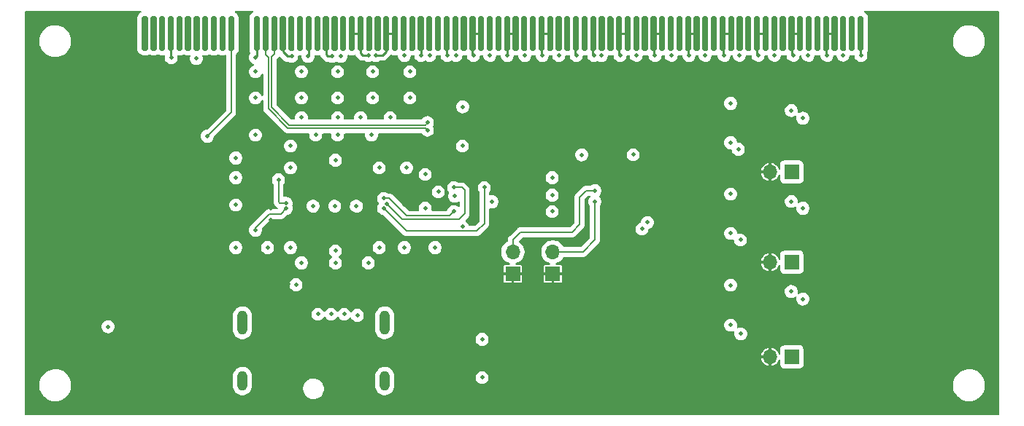
<source format=gbr>
G04 #@! TF.GenerationSoftware,KiCad,Pcbnew,(5.99.0-2858-ga3fc028c9b)*
G04 #@! TF.CreationDate,2020-08-26T16:16:25+02:00*
G04 #@! TF.ProjectId,EDSCH0002-V2-A,45445343-4830-4303-9032-2d56322d412e,V2.0*
G04 #@! TF.SameCoordinates,PX3235458PY54a6c6c*
G04 #@! TF.FileFunction,Copper,L4,Bot*
G04 #@! TF.FilePolarity,Positive*
%FSLAX46Y46*%
G04 Gerber Fmt 4.6, Leading zero omitted, Abs format (unit mm)*
G04 Created by KiCad (PCBNEW (5.99.0-2858-ga3fc028c9b)) date 2020-08-26 16:16:25*
%MOMM*%
%LPD*%
G01*
G04 APERTURE LIST*
G04 #@! TA.AperFunction,ComponentPad*
%ADD10R,1.700000X1.700000*%
G04 #@! TD*
G04 #@! TA.AperFunction,ComponentPad*
%ADD11O,1.700000X1.700000*%
G04 #@! TD*
G04 #@! TA.AperFunction,ComponentPad*
%ADD12C,0.500000*%
G04 #@! TD*
G04 #@! TA.AperFunction,ComponentPad*
%ADD13O,1.200000X2.800000*%
G04 #@! TD*
G04 #@! TA.AperFunction,ComponentPad*
%ADD14O,1.200000X2.300000*%
G04 #@! TD*
G04 #@! TA.AperFunction,ViaPad*
%ADD15C,0.500000*%
G04 #@! TD*
G04 #@! TA.AperFunction,Conductor*
%ADD16C,0.250000*%
G04 #@! TD*
G04 #@! TA.AperFunction,Conductor*
%ADD17C,0.150000*%
G04 #@! TD*
G04 #@! TA.AperFunction,Conductor*
%ADD18C,0.200000*%
G04 #@! TD*
G04 APERTURE END LIST*
G04 #@! TA.AperFunction,SMDPad,CuDef*
G36*
G01*
X14058000Y43051000D02*
X14058000Y46701000D01*
G75*
G02*
X14233000Y46876000I175000J0D01*
G01*
X14583000Y46876000D01*
G75*
G02*
X14758000Y46701000I0J-175000D01*
G01*
X14758000Y43051000D01*
G75*
G02*
X14583000Y42876000I-175000J0D01*
G01*
X14233000Y42876000D01*
G75*
G02*
X14058000Y43051000I0J175000D01*
G01*
G37*
G04 #@! TD.AperFunction*
G04 #@! TA.AperFunction,SMDPad,CuDef*
G36*
G01*
X15058000Y43051000D02*
X15058000Y46701000D01*
G75*
G02*
X15233000Y46876000I175000J0D01*
G01*
X15583000Y46876000D01*
G75*
G02*
X15758000Y46701000I0J-175000D01*
G01*
X15758000Y43051000D01*
G75*
G02*
X15583000Y42876000I-175000J0D01*
G01*
X15233000Y42876000D01*
G75*
G02*
X15058000Y43051000I0J175000D01*
G01*
G37*
G04 #@! TD.AperFunction*
G04 #@! TA.AperFunction,SMDPad,CuDef*
G36*
G01*
X16058000Y43051000D02*
X16058000Y46701000D01*
G75*
G02*
X16233000Y46876000I175000J0D01*
G01*
X16583000Y46876000D01*
G75*
G02*
X16758000Y46701000I0J-175000D01*
G01*
X16758000Y43051000D01*
G75*
G02*
X16583000Y42876000I-175000J0D01*
G01*
X16233000Y42876000D01*
G75*
G02*
X16058000Y43051000I0J175000D01*
G01*
G37*
G04 #@! TD.AperFunction*
G04 #@! TA.AperFunction,SMDPad,CuDef*
G36*
G01*
X17058000Y43051000D02*
X17058000Y46701000D01*
G75*
G02*
X17233000Y46876000I175000J0D01*
G01*
X17583000Y46876000D01*
G75*
G02*
X17758000Y46701000I0J-175000D01*
G01*
X17758000Y43051000D01*
G75*
G02*
X17583000Y42876000I-175000J0D01*
G01*
X17233000Y42876000D01*
G75*
G02*
X17058000Y43051000I0J175000D01*
G01*
G37*
G04 #@! TD.AperFunction*
G04 #@! TA.AperFunction,SMDPad,CuDef*
G36*
G01*
X18058000Y43051000D02*
X18058000Y46701000D01*
G75*
G02*
X18233000Y46876000I175000J0D01*
G01*
X18583000Y46876000D01*
G75*
G02*
X18758000Y46701000I0J-175000D01*
G01*
X18758000Y43051000D01*
G75*
G02*
X18583000Y42876000I-175000J0D01*
G01*
X18233000Y42876000D01*
G75*
G02*
X18058000Y43051000I0J175000D01*
G01*
G37*
G04 #@! TD.AperFunction*
G04 #@! TA.AperFunction,SMDPad,CuDef*
G36*
G01*
X19058000Y43051000D02*
X19058000Y46701000D01*
G75*
G02*
X19233000Y46876000I175000J0D01*
G01*
X19583000Y46876000D01*
G75*
G02*
X19758000Y46701000I0J-175000D01*
G01*
X19758000Y43051000D01*
G75*
G02*
X19583000Y42876000I-175000J0D01*
G01*
X19233000Y42876000D01*
G75*
G02*
X19058000Y43051000I0J175000D01*
G01*
G37*
G04 #@! TD.AperFunction*
G04 #@! TA.AperFunction,SMDPad,CuDef*
G36*
G01*
X20058000Y43051000D02*
X20058000Y46701000D01*
G75*
G02*
X20233000Y46876000I175000J0D01*
G01*
X20583000Y46876000D01*
G75*
G02*
X20758000Y46701000I0J-175000D01*
G01*
X20758000Y43051000D01*
G75*
G02*
X20583000Y42876000I-175000J0D01*
G01*
X20233000Y42876000D01*
G75*
G02*
X20058000Y43051000I0J175000D01*
G01*
G37*
G04 #@! TD.AperFunction*
G04 #@! TA.AperFunction,SMDPad,CuDef*
G36*
G01*
X21058000Y43051000D02*
X21058000Y46701000D01*
G75*
G02*
X21233000Y46876000I175000J0D01*
G01*
X21583000Y46876000D01*
G75*
G02*
X21758000Y46701000I0J-175000D01*
G01*
X21758000Y43051000D01*
G75*
G02*
X21583000Y42876000I-175000J0D01*
G01*
X21233000Y42876000D01*
G75*
G02*
X21058000Y43051000I0J175000D01*
G01*
G37*
G04 #@! TD.AperFunction*
G04 #@! TA.AperFunction,SMDPad,CuDef*
G36*
G01*
X22058000Y43051000D02*
X22058000Y46701000D01*
G75*
G02*
X22233000Y46876000I175000J0D01*
G01*
X22583000Y46876000D01*
G75*
G02*
X22758000Y46701000I0J-175000D01*
G01*
X22758000Y43051000D01*
G75*
G02*
X22583000Y42876000I-175000J0D01*
G01*
X22233000Y42876000D01*
G75*
G02*
X22058000Y43051000I0J175000D01*
G01*
G37*
G04 #@! TD.AperFunction*
G04 #@! TA.AperFunction,SMDPad,CuDef*
G36*
G01*
X23058000Y43051000D02*
X23058000Y46701000D01*
G75*
G02*
X23233000Y46876000I175000J0D01*
G01*
X23583000Y46876000D01*
G75*
G02*
X23758000Y46701000I0J-175000D01*
G01*
X23758000Y43051000D01*
G75*
G02*
X23583000Y42876000I-175000J0D01*
G01*
X23233000Y42876000D01*
G75*
G02*
X23058000Y43051000I0J175000D01*
G01*
G37*
G04 #@! TD.AperFunction*
G04 #@! TA.AperFunction,SMDPad,CuDef*
G36*
G01*
X24058000Y43051000D02*
X24058000Y46701000D01*
G75*
G02*
X24233000Y46876000I175000J0D01*
G01*
X24583000Y46876000D01*
G75*
G02*
X24758000Y46701000I0J-175000D01*
G01*
X24758000Y43051000D01*
G75*
G02*
X24583000Y42876000I-175000J0D01*
G01*
X24233000Y42876000D01*
G75*
G02*
X24058000Y43051000I0J175000D01*
G01*
G37*
G04 #@! TD.AperFunction*
G04 #@! TA.AperFunction,SMDPad,CuDef*
G36*
G01*
X27058000Y43051000D02*
X27058000Y46701000D01*
G75*
G02*
X27233000Y46876000I175000J0D01*
G01*
X27583000Y46876000D01*
G75*
G02*
X27758000Y46701000I0J-175000D01*
G01*
X27758000Y43051000D01*
G75*
G02*
X27583000Y42876000I-175000J0D01*
G01*
X27233000Y42876000D01*
G75*
G02*
X27058000Y43051000I0J175000D01*
G01*
G37*
G04 #@! TD.AperFunction*
G04 #@! TA.AperFunction,SMDPad,CuDef*
G36*
G01*
X28058000Y43051000D02*
X28058000Y46701000D01*
G75*
G02*
X28233000Y46876000I175000J0D01*
G01*
X28583000Y46876000D01*
G75*
G02*
X28758000Y46701000I0J-175000D01*
G01*
X28758000Y43051000D01*
G75*
G02*
X28583000Y42876000I-175000J0D01*
G01*
X28233000Y42876000D01*
G75*
G02*
X28058000Y43051000I0J175000D01*
G01*
G37*
G04 #@! TD.AperFunction*
G04 #@! TA.AperFunction,SMDPad,CuDef*
G36*
G01*
X29058000Y43051000D02*
X29058000Y46701000D01*
G75*
G02*
X29233000Y46876000I175000J0D01*
G01*
X29583000Y46876000D01*
G75*
G02*
X29758000Y46701000I0J-175000D01*
G01*
X29758000Y43051000D01*
G75*
G02*
X29583000Y42876000I-175000J0D01*
G01*
X29233000Y42876000D01*
G75*
G02*
X29058000Y43051000I0J175000D01*
G01*
G37*
G04 #@! TD.AperFunction*
G04 #@! TA.AperFunction,SMDPad,CuDef*
G36*
G01*
X30058000Y43051000D02*
X30058000Y46701000D01*
G75*
G02*
X30233000Y46876000I175000J0D01*
G01*
X30583000Y46876000D01*
G75*
G02*
X30758000Y46701000I0J-175000D01*
G01*
X30758000Y43051000D01*
G75*
G02*
X30583000Y42876000I-175000J0D01*
G01*
X30233000Y42876000D01*
G75*
G02*
X30058000Y43051000I0J175000D01*
G01*
G37*
G04 #@! TD.AperFunction*
G04 #@! TA.AperFunction,SMDPad,CuDef*
G36*
G01*
X31058000Y43051000D02*
X31058000Y46701000D01*
G75*
G02*
X31233000Y46876000I175000J0D01*
G01*
X31583000Y46876000D01*
G75*
G02*
X31758000Y46701000I0J-175000D01*
G01*
X31758000Y43051000D01*
G75*
G02*
X31583000Y42876000I-175000J0D01*
G01*
X31233000Y42876000D01*
G75*
G02*
X31058000Y43051000I0J175000D01*
G01*
G37*
G04 #@! TD.AperFunction*
G04 #@! TA.AperFunction,SMDPad,CuDef*
G36*
G01*
X32058000Y43051000D02*
X32058000Y46701000D01*
G75*
G02*
X32233000Y46876000I175000J0D01*
G01*
X32583000Y46876000D01*
G75*
G02*
X32758000Y46701000I0J-175000D01*
G01*
X32758000Y43051000D01*
G75*
G02*
X32583000Y42876000I-175000J0D01*
G01*
X32233000Y42876000D01*
G75*
G02*
X32058000Y43051000I0J175000D01*
G01*
G37*
G04 #@! TD.AperFunction*
G04 #@! TA.AperFunction,SMDPad,CuDef*
G36*
G01*
X33058000Y43051000D02*
X33058000Y46701000D01*
G75*
G02*
X33233000Y46876000I175000J0D01*
G01*
X33583000Y46876000D01*
G75*
G02*
X33758000Y46701000I0J-175000D01*
G01*
X33758000Y43051000D01*
G75*
G02*
X33583000Y42876000I-175000J0D01*
G01*
X33233000Y42876000D01*
G75*
G02*
X33058000Y43051000I0J175000D01*
G01*
G37*
G04 #@! TD.AperFunction*
G04 #@! TA.AperFunction,SMDPad,CuDef*
G36*
G01*
X34058000Y43051000D02*
X34058000Y46701000D01*
G75*
G02*
X34233000Y46876000I175000J0D01*
G01*
X34583000Y46876000D01*
G75*
G02*
X34758000Y46701000I0J-175000D01*
G01*
X34758000Y43051000D01*
G75*
G02*
X34583000Y42876000I-175000J0D01*
G01*
X34233000Y42876000D01*
G75*
G02*
X34058000Y43051000I0J175000D01*
G01*
G37*
G04 #@! TD.AperFunction*
G04 #@! TA.AperFunction,SMDPad,CuDef*
G36*
G01*
X35058000Y43051000D02*
X35058000Y46701000D01*
G75*
G02*
X35233000Y46876000I175000J0D01*
G01*
X35583000Y46876000D01*
G75*
G02*
X35758000Y46701000I0J-175000D01*
G01*
X35758000Y43051000D01*
G75*
G02*
X35583000Y42876000I-175000J0D01*
G01*
X35233000Y42876000D01*
G75*
G02*
X35058000Y43051000I0J175000D01*
G01*
G37*
G04 #@! TD.AperFunction*
G04 #@! TA.AperFunction,SMDPad,CuDef*
G36*
G01*
X36058000Y43051000D02*
X36058000Y46701000D01*
G75*
G02*
X36233000Y46876000I175000J0D01*
G01*
X36583000Y46876000D01*
G75*
G02*
X36758000Y46701000I0J-175000D01*
G01*
X36758000Y43051000D01*
G75*
G02*
X36583000Y42876000I-175000J0D01*
G01*
X36233000Y42876000D01*
G75*
G02*
X36058000Y43051000I0J175000D01*
G01*
G37*
G04 #@! TD.AperFunction*
G04 #@! TA.AperFunction,SMDPad,CuDef*
G36*
G01*
X37058000Y43051000D02*
X37058000Y46701000D01*
G75*
G02*
X37233000Y46876000I175000J0D01*
G01*
X37583000Y46876000D01*
G75*
G02*
X37758000Y46701000I0J-175000D01*
G01*
X37758000Y43051000D01*
G75*
G02*
X37583000Y42876000I-175000J0D01*
G01*
X37233000Y42876000D01*
G75*
G02*
X37058000Y43051000I0J175000D01*
G01*
G37*
G04 #@! TD.AperFunction*
G04 #@! TA.AperFunction,SMDPad,CuDef*
G36*
G01*
X38058000Y43051000D02*
X38058000Y46701000D01*
G75*
G02*
X38233000Y46876000I175000J0D01*
G01*
X38583000Y46876000D01*
G75*
G02*
X38758000Y46701000I0J-175000D01*
G01*
X38758000Y43051000D01*
G75*
G02*
X38583000Y42876000I-175000J0D01*
G01*
X38233000Y42876000D01*
G75*
G02*
X38058000Y43051000I0J175000D01*
G01*
G37*
G04 #@! TD.AperFunction*
G04 #@! TA.AperFunction,SMDPad,CuDef*
G36*
G01*
X39058000Y43051000D02*
X39058000Y46701000D01*
G75*
G02*
X39233000Y46876000I175000J0D01*
G01*
X39583000Y46876000D01*
G75*
G02*
X39758000Y46701000I0J-175000D01*
G01*
X39758000Y43051000D01*
G75*
G02*
X39583000Y42876000I-175000J0D01*
G01*
X39233000Y42876000D01*
G75*
G02*
X39058000Y43051000I0J175000D01*
G01*
G37*
G04 #@! TD.AperFunction*
G04 #@! TA.AperFunction,SMDPad,CuDef*
G36*
G01*
X40058000Y43051000D02*
X40058000Y46701000D01*
G75*
G02*
X40233000Y46876000I175000J0D01*
G01*
X40583000Y46876000D01*
G75*
G02*
X40758000Y46701000I0J-175000D01*
G01*
X40758000Y43051000D01*
G75*
G02*
X40583000Y42876000I-175000J0D01*
G01*
X40233000Y42876000D01*
G75*
G02*
X40058000Y43051000I0J175000D01*
G01*
G37*
G04 #@! TD.AperFunction*
G04 #@! TA.AperFunction,SMDPad,CuDef*
G36*
G01*
X41058000Y43051000D02*
X41058000Y46701000D01*
G75*
G02*
X41233000Y46876000I175000J0D01*
G01*
X41583000Y46876000D01*
G75*
G02*
X41758000Y46701000I0J-175000D01*
G01*
X41758000Y43051000D01*
G75*
G02*
X41583000Y42876000I-175000J0D01*
G01*
X41233000Y42876000D01*
G75*
G02*
X41058000Y43051000I0J175000D01*
G01*
G37*
G04 #@! TD.AperFunction*
G04 #@! TA.AperFunction,SMDPad,CuDef*
G36*
G01*
X42058000Y43051000D02*
X42058000Y46701000D01*
G75*
G02*
X42233000Y46876000I175000J0D01*
G01*
X42583000Y46876000D01*
G75*
G02*
X42758000Y46701000I0J-175000D01*
G01*
X42758000Y43051000D01*
G75*
G02*
X42583000Y42876000I-175000J0D01*
G01*
X42233000Y42876000D01*
G75*
G02*
X42058000Y43051000I0J175000D01*
G01*
G37*
G04 #@! TD.AperFunction*
G04 #@! TA.AperFunction,SMDPad,CuDef*
G36*
G01*
X43058000Y43051000D02*
X43058000Y46701000D01*
G75*
G02*
X43233000Y46876000I175000J0D01*
G01*
X43583000Y46876000D01*
G75*
G02*
X43758000Y46701000I0J-175000D01*
G01*
X43758000Y43051000D01*
G75*
G02*
X43583000Y42876000I-175000J0D01*
G01*
X43233000Y42876000D01*
G75*
G02*
X43058000Y43051000I0J175000D01*
G01*
G37*
G04 #@! TD.AperFunction*
G04 #@! TA.AperFunction,SMDPad,CuDef*
G36*
G01*
X44058000Y43051000D02*
X44058000Y46701000D01*
G75*
G02*
X44233000Y46876000I175000J0D01*
G01*
X44583000Y46876000D01*
G75*
G02*
X44758000Y46701000I0J-175000D01*
G01*
X44758000Y43051000D01*
G75*
G02*
X44583000Y42876000I-175000J0D01*
G01*
X44233000Y42876000D01*
G75*
G02*
X44058000Y43051000I0J175000D01*
G01*
G37*
G04 #@! TD.AperFunction*
G04 #@! TA.AperFunction,SMDPad,CuDef*
G36*
G01*
X45058000Y43051000D02*
X45058000Y46701000D01*
G75*
G02*
X45233000Y46876000I175000J0D01*
G01*
X45583000Y46876000D01*
G75*
G02*
X45758000Y46701000I0J-175000D01*
G01*
X45758000Y43051000D01*
G75*
G02*
X45583000Y42876000I-175000J0D01*
G01*
X45233000Y42876000D01*
G75*
G02*
X45058000Y43051000I0J175000D01*
G01*
G37*
G04 #@! TD.AperFunction*
G04 #@! TA.AperFunction,SMDPad,CuDef*
G36*
G01*
X46058000Y43051000D02*
X46058000Y46701000D01*
G75*
G02*
X46233000Y46876000I175000J0D01*
G01*
X46583000Y46876000D01*
G75*
G02*
X46758000Y46701000I0J-175000D01*
G01*
X46758000Y43051000D01*
G75*
G02*
X46583000Y42876000I-175000J0D01*
G01*
X46233000Y42876000D01*
G75*
G02*
X46058000Y43051000I0J175000D01*
G01*
G37*
G04 #@! TD.AperFunction*
G04 #@! TA.AperFunction,SMDPad,CuDef*
G36*
G01*
X47058000Y43051000D02*
X47058000Y46701000D01*
G75*
G02*
X47233000Y46876000I175000J0D01*
G01*
X47583000Y46876000D01*
G75*
G02*
X47758000Y46701000I0J-175000D01*
G01*
X47758000Y43051000D01*
G75*
G02*
X47583000Y42876000I-175000J0D01*
G01*
X47233000Y42876000D01*
G75*
G02*
X47058000Y43051000I0J175000D01*
G01*
G37*
G04 #@! TD.AperFunction*
G04 #@! TA.AperFunction,SMDPad,CuDef*
G36*
G01*
X48058000Y43051000D02*
X48058000Y46701000D01*
G75*
G02*
X48233000Y46876000I175000J0D01*
G01*
X48583000Y46876000D01*
G75*
G02*
X48758000Y46701000I0J-175000D01*
G01*
X48758000Y43051000D01*
G75*
G02*
X48583000Y42876000I-175000J0D01*
G01*
X48233000Y42876000D01*
G75*
G02*
X48058000Y43051000I0J175000D01*
G01*
G37*
G04 #@! TD.AperFunction*
G04 #@! TA.AperFunction,SMDPad,CuDef*
G36*
G01*
X49058000Y43051000D02*
X49058000Y46701000D01*
G75*
G02*
X49233000Y46876000I175000J0D01*
G01*
X49583000Y46876000D01*
G75*
G02*
X49758000Y46701000I0J-175000D01*
G01*
X49758000Y43051000D01*
G75*
G02*
X49583000Y42876000I-175000J0D01*
G01*
X49233000Y42876000D01*
G75*
G02*
X49058000Y43051000I0J175000D01*
G01*
G37*
G04 #@! TD.AperFunction*
G04 #@! TA.AperFunction,SMDPad,CuDef*
G36*
G01*
X50058000Y43051000D02*
X50058000Y46701000D01*
G75*
G02*
X50233000Y46876000I175000J0D01*
G01*
X50583000Y46876000D01*
G75*
G02*
X50758000Y46701000I0J-175000D01*
G01*
X50758000Y43051000D01*
G75*
G02*
X50583000Y42876000I-175000J0D01*
G01*
X50233000Y42876000D01*
G75*
G02*
X50058000Y43051000I0J175000D01*
G01*
G37*
G04 #@! TD.AperFunction*
G04 #@! TA.AperFunction,SMDPad,CuDef*
G36*
G01*
X51058000Y43051000D02*
X51058000Y46701000D01*
G75*
G02*
X51233000Y46876000I175000J0D01*
G01*
X51583000Y46876000D01*
G75*
G02*
X51758000Y46701000I0J-175000D01*
G01*
X51758000Y43051000D01*
G75*
G02*
X51583000Y42876000I-175000J0D01*
G01*
X51233000Y42876000D01*
G75*
G02*
X51058000Y43051000I0J175000D01*
G01*
G37*
G04 #@! TD.AperFunction*
G04 #@! TA.AperFunction,SMDPad,CuDef*
G36*
G01*
X52058000Y43051000D02*
X52058000Y46701000D01*
G75*
G02*
X52233000Y46876000I175000J0D01*
G01*
X52583000Y46876000D01*
G75*
G02*
X52758000Y46701000I0J-175000D01*
G01*
X52758000Y43051000D01*
G75*
G02*
X52583000Y42876000I-175000J0D01*
G01*
X52233000Y42876000D01*
G75*
G02*
X52058000Y43051000I0J175000D01*
G01*
G37*
G04 #@! TD.AperFunction*
G04 #@! TA.AperFunction,SMDPad,CuDef*
G36*
G01*
X53058000Y43051000D02*
X53058000Y46701000D01*
G75*
G02*
X53233000Y46876000I175000J0D01*
G01*
X53583000Y46876000D01*
G75*
G02*
X53758000Y46701000I0J-175000D01*
G01*
X53758000Y43051000D01*
G75*
G02*
X53583000Y42876000I-175000J0D01*
G01*
X53233000Y42876000D01*
G75*
G02*
X53058000Y43051000I0J175000D01*
G01*
G37*
G04 #@! TD.AperFunction*
G04 #@! TA.AperFunction,SMDPad,CuDef*
G36*
G01*
X54058000Y43051000D02*
X54058000Y46701000D01*
G75*
G02*
X54233000Y46876000I175000J0D01*
G01*
X54583000Y46876000D01*
G75*
G02*
X54758000Y46701000I0J-175000D01*
G01*
X54758000Y43051000D01*
G75*
G02*
X54583000Y42876000I-175000J0D01*
G01*
X54233000Y42876000D01*
G75*
G02*
X54058000Y43051000I0J175000D01*
G01*
G37*
G04 #@! TD.AperFunction*
G04 #@! TA.AperFunction,SMDPad,CuDef*
G36*
G01*
X55058000Y43051000D02*
X55058000Y46701000D01*
G75*
G02*
X55233000Y46876000I175000J0D01*
G01*
X55583000Y46876000D01*
G75*
G02*
X55758000Y46701000I0J-175000D01*
G01*
X55758000Y43051000D01*
G75*
G02*
X55583000Y42876000I-175000J0D01*
G01*
X55233000Y42876000D01*
G75*
G02*
X55058000Y43051000I0J175000D01*
G01*
G37*
G04 #@! TD.AperFunction*
G04 #@! TA.AperFunction,SMDPad,CuDef*
G36*
G01*
X56058000Y43051000D02*
X56058000Y46701000D01*
G75*
G02*
X56233000Y46876000I175000J0D01*
G01*
X56583000Y46876000D01*
G75*
G02*
X56758000Y46701000I0J-175000D01*
G01*
X56758000Y43051000D01*
G75*
G02*
X56583000Y42876000I-175000J0D01*
G01*
X56233000Y42876000D01*
G75*
G02*
X56058000Y43051000I0J175000D01*
G01*
G37*
G04 #@! TD.AperFunction*
G04 #@! TA.AperFunction,SMDPad,CuDef*
G36*
G01*
X57058000Y43051000D02*
X57058000Y46701000D01*
G75*
G02*
X57233000Y46876000I175000J0D01*
G01*
X57583000Y46876000D01*
G75*
G02*
X57758000Y46701000I0J-175000D01*
G01*
X57758000Y43051000D01*
G75*
G02*
X57583000Y42876000I-175000J0D01*
G01*
X57233000Y42876000D01*
G75*
G02*
X57058000Y43051000I0J175000D01*
G01*
G37*
G04 #@! TD.AperFunction*
G04 #@! TA.AperFunction,SMDPad,CuDef*
G36*
G01*
X58058000Y43051000D02*
X58058000Y46701000D01*
G75*
G02*
X58233000Y46876000I175000J0D01*
G01*
X58583000Y46876000D01*
G75*
G02*
X58758000Y46701000I0J-175000D01*
G01*
X58758000Y43051000D01*
G75*
G02*
X58583000Y42876000I-175000J0D01*
G01*
X58233000Y42876000D01*
G75*
G02*
X58058000Y43051000I0J175000D01*
G01*
G37*
G04 #@! TD.AperFunction*
G04 #@! TA.AperFunction,SMDPad,CuDef*
G36*
G01*
X59058000Y43051000D02*
X59058000Y46701000D01*
G75*
G02*
X59233000Y46876000I175000J0D01*
G01*
X59583000Y46876000D01*
G75*
G02*
X59758000Y46701000I0J-175000D01*
G01*
X59758000Y43051000D01*
G75*
G02*
X59583000Y42876000I-175000J0D01*
G01*
X59233000Y42876000D01*
G75*
G02*
X59058000Y43051000I0J175000D01*
G01*
G37*
G04 #@! TD.AperFunction*
G04 #@! TA.AperFunction,SMDPad,CuDef*
G36*
G01*
X60058000Y43051000D02*
X60058000Y46701000D01*
G75*
G02*
X60233000Y46876000I175000J0D01*
G01*
X60583000Y46876000D01*
G75*
G02*
X60758000Y46701000I0J-175000D01*
G01*
X60758000Y43051000D01*
G75*
G02*
X60583000Y42876000I-175000J0D01*
G01*
X60233000Y42876000D01*
G75*
G02*
X60058000Y43051000I0J175000D01*
G01*
G37*
G04 #@! TD.AperFunction*
G04 #@! TA.AperFunction,SMDPad,CuDef*
G36*
G01*
X61058000Y43051000D02*
X61058000Y46701000D01*
G75*
G02*
X61233000Y46876000I175000J0D01*
G01*
X61583000Y46876000D01*
G75*
G02*
X61758000Y46701000I0J-175000D01*
G01*
X61758000Y43051000D01*
G75*
G02*
X61583000Y42876000I-175000J0D01*
G01*
X61233000Y42876000D01*
G75*
G02*
X61058000Y43051000I0J175000D01*
G01*
G37*
G04 #@! TD.AperFunction*
G04 #@! TA.AperFunction,SMDPad,CuDef*
G36*
G01*
X62058000Y43051000D02*
X62058000Y46701000D01*
G75*
G02*
X62233000Y46876000I175000J0D01*
G01*
X62583000Y46876000D01*
G75*
G02*
X62758000Y46701000I0J-175000D01*
G01*
X62758000Y43051000D01*
G75*
G02*
X62583000Y42876000I-175000J0D01*
G01*
X62233000Y42876000D01*
G75*
G02*
X62058000Y43051000I0J175000D01*
G01*
G37*
G04 #@! TD.AperFunction*
G04 #@! TA.AperFunction,SMDPad,CuDef*
G36*
G01*
X63058000Y43051000D02*
X63058000Y46701000D01*
G75*
G02*
X63233000Y46876000I175000J0D01*
G01*
X63583000Y46876000D01*
G75*
G02*
X63758000Y46701000I0J-175000D01*
G01*
X63758000Y43051000D01*
G75*
G02*
X63583000Y42876000I-175000J0D01*
G01*
X63233000Y42876000D01*
G75*
G02*
X63058000Y43051000I0J175000D01*
G01*
G37*
G04 #@! TD.AperFunction*
G04 #@! TA.AperFunction,SMDPad,CuDef*
G36*
G01*
X64058000Y43051000D02*
X64058000Y46701000D01*
G75*
G02*
X64233000Y46876000I175000J0D01*
G01*
X64583000Y46876000D01*
G75*
G02*
X64758000Y46701000I0J-175000D01*
G01*
X64758000Y43051000D01*
G75*
G02*
X64583000Y42876000I-175000J0D01*
G01*
X64233000Y42876000D01*
G75*
G02*
X64058000Y43051000I0J175000D01*
G01*
G37*
G04 #@! TD.AperFunction*
G04 #@! TA.AperFunction,SMDPad,CuDef*
G36*
G01*
X65058000Y43051000D02*
X65058000Y46701000D01*
G75*
G02*
X65233000Y46876000I175000J0D01*
G01*
X65583000Y46876000D01*
G75*
G02*
X65758000Y46701000I0J-175000D01*
G01*
X65758000Y43051000D01*
G75*
G02*
X65583000Y42876000I-175000J0D01*
G01*
X65233000Y42876000D01*
G75*
G02*
X65058000Y43051000I0J175000D01*
G01*
G37*
G04 #@! TD.AperFunction*
G04 #@! TA.AperFunction,SMDPad,CuDef*
G36*
G01*
X66058000Y43051000D02*
X66058000Y46701000D01*
G75*
G02*
X66233000Y46876000I175000J0D01*
G01*
X66583000Y46876000D01*
G75*
G02*
X66758000Y46701000I0J-175000D01*
G01*
X66758000Y43051000D01*
G75*
G02*
X66583000Y42876000I-175000J0D01*
G01*
X66233000Y42876000D01*
G75*
G02*
X66058000Y43051000I0J175000D01*
G01*
G37*
G04 #@! TD.AperFunction*
G04 #@! TA.AperFunction,SMDPad,CuDef*
G36*
G01*
X67058000Y43051000D02*
X67058000Y46701000D01*
G75*
G02*
X67233000Y46876000I175000J0D01*
G01*
X67583000Y46876000D01*
G75*
G02*
X67758000Y46701000I0J-175000D01*
G01*
X67758000Y43051000D01*
G75*
G02*
X67583000Y42876000I-175000J0D01*
G01*
X67233000Y42876000D01*
G75*
G02*
X67058000Y43051000I0J175000D01*
G01*
G37*
G04 #@! TD.AperFunction*
G04 #@! TA.AperFunction,SMDPad,CuDef*
G36*
G01*
X68058000Y43051000D02*
X68058000Y46701000D01*
G75*
G02*
X68233000Y46876000I175000J0D01*
G01*
X68583000Y46876000D01*
G75*
G02*
X68758000Y46701000I0J-175000D01*
G01*
X68758000Y43051000D01*
G75*
G02*
X68583000Y42876000I-175000J0D01*
G01*
X68233000Y42876000D01*
G75*
G02*
X68058000Y43051000I0J175000D01*
G01*
G37*
G04 #@! TD.AperFunction*
G04 #@! TA.AperFunction,SMDPad,CuDef*
G36*
G01*
X69058000Y43051000D02*
X69058000Y46701000D01*
G75*
G02*
X69233000Y46876000I175000J0D01*
G01*
X69583000Y46876000D01*
G75*
G02*
X69758000Y46701000I0J-175000D01*
G01*
X69758000Y43051000D01*
G75*
G02*
X69583000Y42876000I-175000J0D01*
G01*
X69233000Y42876000D01*
G75*
G02*
X69058000Y43051000I0J175000D01*
G01*
G37*
G04 #@! TD.AperFunction*
G04 #@! TA.AperFunction,SMDPad,CuDef*
G36*
G01*
X70058000Y43051000D02*
X70058000Y46701000D01*
G75*
G02*
X70233000Y46876000I175000J0D01*
G01*
X70583000Y46876000D01*
G75*
G02*
X70758000Y46701000I0J-175000D01*
G01*
X70758000Y43051000D01*
G75*
G02*
X70583000Y42876000I-175000J0D01*
G01*
X70233000Y42876000D01*
G75*
G02*
X70058000Y43051000I0J175000D01*
G01*
G37*
G04 #@! TD.AperFunction*
G04 #@! TA.AperFunction,SMDPad,CuDef*
G36*
G01*
X71058000Y43051000D02*
X71058000Y46701000D01*
G75*
G02*
X71233000Y46876000I175000J0D01*
G01*
X71583000Y46876000D01*
G75*
G02*
X71758000Y46701000I0J-175000D01*
G01*
X71758000Y43051000D01*
G75*
G02*
X71583000Y42876000I-175000J0D01*
G01*
X71233000Y42876000D01*
G75*
G02*
X71058000Y43051000I0J175000D01*
G01*
G37*
G04 #@! TD.AperFunction*
G04 #@! TA.AperFunction,SMDPad,CuDef*
G36*
G01*
X72058000Y43051000D02*
X72058000Y46701000D01*
G75*
G02*
X72233000Y46876000I175000J0D01*
G01*
X72583000Y46876000D01*
G75*
G02*
X72758000Y46701000I0J-175000D01*
G01*
X72758000Y43051000D01*
G75*
G02*
X72583000Y42876000I-175000J0D01*
G01*
X72233000Y42876000D01*
G75*
G02*
X72058000Y43051000I0J175000D01*
G01*
G37*
G04 #@! TD.AperFunction*
G04 #@! TA.AperFunction,SMDPad,CuDef*
G36*
G01*
X73058000Y43051000D02*
X73058000Y46701000D01*
G75*
G02*
X73233000Y46876000I175000J0D01*
G01*
X73583000Y46876000D01*
G75*
G02*
X73758000Y46701000I0J-175000D01*
G01*
X73758000Y43051000D01*
G75*
G02*
X73583000Y42876000I-175000J0D01*
G01*
X73233000Y42876000D01*
G75*
G02*
X73058000Y43051000I0J175000D01*
G01*
G37*
G04 #@! TD.AperFunction*
G04 #@! TA.AperFunction,SMDPad,CuDef*
G36*
G01*
X74058000Y43051000D02*
X74058000Y46701000D01*
G75*
G02*
X74233000Y46876000I175000J0D01*
G01*
X74583000Y46876000D01*
G75*
G02*
X74758000Y46701000I0J-175000D01*
G01*
X74758000Y43051000D01*
G75*
G02*
X74583000Y42876000I-175000J0D01*
G01*
X74233000Y42876000D01*
G75*
G02*
X74058000Y43051000I0J175000D01*
G01*
G37*
G04 #@! TD.AperFunction*
G04 #@! TA.AperFunction,SMDPad,CuDef*
G36*
G01*
X75058000Y43051000D02*
X75058000Y46701000D01*
G75*
G02*
X75233000Y46876000I175000J0D01*
G01*
X75583000Y46876000D01*
G75*
G02*
X75758000Y46701000I0J-175000D01*
G01*
X75758000Y43051000D01*
G75*
G02*
X75583000Y42876000I-175000J0D01*
G01*
X75233000Y42876000D01*
G75*
G02*
X75058000Y43051000I0J175000D01*
G01*
G37*
G04 #@! TD.AperFunction*
G04 #@! TA.AperFunction,SMDPad,CuDef*
G36*
G01*
X76058000Y43051000D02*
X76058000Y46701000D01*
G75*
G02*
X76233000Y46876000I175000J0D01*
G01*
X76583000Y46876000D01*
G75*
G02*
X76758000Y46701000I0J-175000D01*
G01*
X76758000Y43051000D01*
G75*
G02*
X76583000Y42876000I-175000J0D01*
G01*
X76233000Y42876000D01*
G75*
G02*
X76058000Y43051000I0J175000D01*
G01*
G37*
G04 #@! TD.AperFunction*
G04 #@! TA.AperFunction,SMDPad,CuDef*
G36*
G01*
X77058000Y43051000D02*
X77058000Y46701000D01*
G75*
G02*
X77233000Y46876000I175000J0D01*
G01*
X77583000Y46876000D01*
G75*
G02*
X77758000Y46701000I0J-175000D01*
G01*
X77758000Y43051000D01*
G75*
G02*
X77583000Y42876000I-175000J0D01*
G01*
X77233000Y42876000D01*
G75*
G02*
X77058000Y43051000I0J175000D01*
G01*
G37*
G04 #@! TD.AperFunction*
G04 #@! TA.AperFunction,SMDPad,CuDef*
G36*
G01*
X78058000Y43051000D02*
X78058000Y46701000D01*
G75*
G02*
X78233000Y46876000I175000J0D01*
G01*
X78583000Y46876000D01*
G75*
G02*
X78758000Y46701000I0J-175000D01*
G01*
X78758000Y43051000D01*
G75*
G02*
X78583000Y42876000I-175000J0D01*
G01*
X78233000Y42876000D01*
G75*
G02*
X78058000Y43051000I0J175000D01*
G01*
G37*
G04 #@! TD.AperFunction*
G04 #@! TA.AperFunction,SMDPad,CuDef*
G36*
G01*
X79058000Y43051000D02*
X79058000Y46701000D01*
G75*
G02*
X79233000Y46876000I175000J0D01*
G01*
X79583000Y46876000D01*
G75*
G02*
X79758000Y46701000I0J-175000D01*
G01*
X79758000Y43051000D01*
G75*
G02*
X79583000Y42876000I-175000J0D01*
G01*
X79233000Y42876000D01*
G75*
G02*
X79058000Y43051000I0J175000D01*
G01*
G37*
G04 #@! TD.AperFunction*
G04 #@! TA.AperFunction,SMDPad,CuDef*
G36*
G01*
X80058000Y43051000D02*
X80058000Y46701000D01*
G75*
G02*
X80233000Y46876000I175000J0D01*
G01*
X80583000Y46876000D01*
G75*
G02*
X80758000Y46701000I0J-175000D01*
G01*
X80758000Y43051000D01*
G75*
G02*
X80583000Y42876000I-175000J0D01*
G01*
X80233000Y42876000D01*
G75*
G02*
X80058000Y43051000I0J175000D01*
G01*
G37*
G04 #@! TD.AperFunction*
G04 #@! TA.AperFunction,SMDPad,CuDef*
G36*
G01*
X81058000Y43051000D02*
X81058000Y46701000D01*
G75*
G02*
X81233000Y46876000I175000J0D01*
G01*
X81583000Y46876000D01*
G75*
G02*
X81758000Y46701000I0J-175000D01*
G01*
X81758000Y43051000D01*
G75*
G02*
X81583000Y42876000I-175000J0D01*
G01*
X81233000Y42876000D01*
G75*
G02*
X81058000Y43051000I0J175000D01*
G01*
G37*
G04 #@! TD.AperFunction*
G04 #@! TA.AperFunction,SMDPad,CuDef*
G36*
G01*
X82058000Y43051000D02*
X82058000Y46701000D01*
G75*
G02*
X82233000Y46876000I175000J0D01*
G01*
X82583000Y46876000D01*
G75*
G02*
X82758000Y46701000I0J-175000D01*
G01*
X82758000Y43051000D01*
G75*
G02*
X82583000Y42876000I-175000J0D01*
G01*
X82233000Y42876000D01*
G75*
G02*
X82058000Y43051000I0J175000D01*
G01*
G37*
G04 #@! TD.AperFunction*
G04 #@! TA.AperFunction,SMDPad,CuDef*
G36*
G01*
X83058000Y43051000D02*
X83058000Y46701000D01*
G75*
G02*
X83233000Y46876000I175000J0D01*
G01*
X83583000Y46876000D01*
G75*
G02*
X83758000Y46701000I0J-175000D01*
G01*
X83758000Y43051000D01*
G75*
G02*
X83583000Y42876000I-175000J0D01*
G01*
X83233000Y42876000D01*
G75*
G02*
X83058000Y43051000I0J175000D01*
G01*
G37*
G04 #@! TD.AperFunction*
G04 #@! TA.AperFunction,SMDPad,CuDef*
G36*
G01*
X84058000Y43051000D02*
X84058000Y46701000D01*
G75*
G02*
X84233000Y46876000I175000J0D01*
G01*
X84583000Y46876000D01*
G75*
G02*
X84758000Y46701000I0J-175000D01*
G01*
X84758000Y43051000D01*
G75*
G02*
X84583000Y42876000I-175000J0D01*
G01*
X84233000Y42876000D01*
G75*
G02*
X84058000Y43051000I0J175000D01*
G01*
G37*
G04 #@! TD.AperFunction*
G04 #@! TA.AperFunction,SMDPad,CuDef*
G36*
G01*
X85058000Y43051000D02*
X85058000Y46701000D01*
G75*
G02*
X85233000Y46876000I175000J0D01*
G01*
X85583000Y46876000D01*
G75*
G02*
X85758000Y46701000I0J-175000D01*
G01*
X85758000Y43051000D01*
G75*
G02*
X85583000Y42876000I-175000J0D01*
G01*
X85233000Y42876000D01*
G75*
G02*
X85058000Y43051000I0J175000D01*
G01*
G37*
G04 #@! TD.AperFunction*
G04 #@! TA.AperFunction,SMDPad,CuDef*
G36*
G01*
X86058000Y43051000D02*
X86058000Y46701000D01*
G75*
G02*
X86233000Y46876000I175000J0D01*
G01*
X86583000Y46876000D01*
G75*
G02*
X86758000Y46701000I0J-175000D01*
G01*
X86758000Y43051000D01*
G75*
G02*
X86583000Y42876000I-175000J0D01*
G01*
X86233000Y42876000D01*
G75*
G02*
X86058000Y43051000I0J175000D01*
G01*
G37*
G04 #@! TD.AperFunction*
G04 #@! TA.AperFunction,SMDPad,CuDef*
G36*
G01*
X87058000Y43051000D02*
X87058000Y46701000D01*
G75*
G02*
X87233000Y46876000I175000J0D01*
G01*
X87583000Y46876000D01*
G75*
G02*
X87758000Y46701000I0J-175000D01*
G01*
X87758000Y43051000D01*
G75*
G02*
X87583000Y42876000I-175000J0D01*
G01*
X87233000Y42876000D01*
G75*
G02*
X87058000Y43051000I0J175000D01*
G01*
G37*
G04 #@! TD.AperFunction*
G04 #@! TA.AperFunction,SMDPad,CuDef*
G36*
G01*
X88058000Y43051000D02*
X88058000Y46701000D01*
G75*
G02*
X88233000Y46876000I175000J0D01*
G01*
X88583000Y46876000D01*
G75*
G02*
X88758000Y46701000I0J-175000D01*
G01*
X88758000Y43051000D01*
G75*
G02*
X88583000Y42876000I-175000J0D01*
G01*
X88233000Y42876000D01*
G75*
G02*
X88058000Y43051000I0J175000D01*
G01*
G37*
G04 #@! TD.AperFunction*
G04 #@! TA.AperFunction,SMDPad,CuDef*
G36*
G01*
X89058000Y43051000D02*
X89058000Y46701000D01*
G75*
G02*
X89233000Y46876000I175000J0D01*
G01*
X89583000Y46876000D01*
G75*
G02*
X89758000Y46701000I0J-175000D01*
G01*
X89758000Y43051000D01*
G75*
G02*
X89583000Y42876000I-175000J0D01*
G01*
X89233000Y42876000D01*
G75*
G02*
X89058000Y43051000I0J175000D01*
G01*
G37*
G04 #@! TD.AperFunction*
G04 #@! TA.AperFunction,SMDPad,CuDef*
G36*
G01*
X90058000Y43051000D02*
X90058000Y46701000D01*
G75*
G02*
X90233000Y46876000I175000J0D01*
G01*
X90583000Y46876000D01*
G75*
G02*
X90758000Y46701000I0J-175000D01*
G01*
X90758000Y43051000D01*
G75*
G02*
X90583000Y42876000I-175000J0D01*
G01*
X90233000Y42876000D01*
G75*
G02*
X90058000Y43051000I0J175000D01*
G01*
G37*
G04 #@! TD.AperFunction*
G04 #@! TA.AperFunction,SMDPad,CuDef*
G36*
G01*
X91058000Y43051000D02*
X91058000Y46701000D01*
G75*
G02*
X91233000Y46876000I175000J0D01*
G01*
X91583000Y46876000D01*
G75*
G02*
X91758000Y46701000I0J-175000D01*
G01*
X91758000Y43051000D01*
G75*
G02*
X91583000Y42876000I-175000J0D01*
G01*
X91233000Y42876000D01*
G75*
G02*
X91058000Y43051000I0J175000D01*
G01*
G37*
G04 #@! TD.AperFunction*
G04 #@! TA.AperFunction,SMDPad,CuDef*
G36*
G01*
X92058000Y43051000D02*
X92058000Y46701000D01*
G75*
G02*
X92233000Y46876000I175000J0D01*
G01*
X92583000Y46876000D01*
G75*
G02*
X92758000Y46701000I0J-175000D01*
G01*
X92758000Y43051000D01*
G75*
G02*
X92583000Y42876000I-175000J0D01*
G01*
X92233000Y42876000D01*
G75*
G02*
X92058000Y43051000I0J175000D01*
G01*
G37*
G04 #@! TD.AperFunction*
G04 #@! TA.AperFunction,SMDPad,CuDef*
G36*
G01*
X93058000Y43051000D02*
X93058000Y46701000D01*
G75*
G02*
X93233000Y46876000I175000J0D01*
G01*
X93583000Y46876000D01*
G75*
G02*
X93758000Y46701000I0J-175000D01*
G01*
X93758000Y43051000D01*
G75*
G02*
X93583000Y42876000I-175000J0D01*
G01*
X93233000Y42876000D01*
G75*
G02*
X93058000Y43051000I0J175000D01*
G01*
G37*
G04 #@! TD.AperFunction*
G04 #@! TA.AperFunction,SMDPad,CuDef*
G36*
G01*
X94058000Y43051000D02*
X94058000Y46701000D01*
G75*
G02*
X94233000Y46876000I175000J0D01*
G01*
X94583000Y46876000D01*
G75*
G02*
X94758000Y46701000I0J-175000D01*
G01*
X94758000Y43051000D01*
G75*
G02*
X94583000Y42876000I-175000J0D01*
G01*
X94233000Y42876000D01*
G75*
G02*
X94058000Y43051000I0J175000D01*
G01*
G37*
G04 #@! TD.AperFunction*
G04 #@! TA.AperFunction,SMDPad,CuDef*
G36*
G01*
X95058000Y43051000D02*
X95058000Y46701000D01*
G75*
G02*
X95233000Y46876000I175000J0D01*
G01*
X95583000Y46876000D01*
G75*
G02*
X95758000Y46701000I0J-175000D01*
G01*
X95758000Y43051000D01*
G75*
G02*
X95583000Y42876000I-175000J0D01*
G01*
X95233000Y42876000D01*
G75*
G02*
X95058000Y43051000I0J175000D01*
G01*
G37*
G04 #@! TD.AperFunction*
G04 #@! TA.AperFunction,SMDPad,CuDef*
G36*
G01*
X96058000Y43051000D02*
X96058000Y46701000D01*
G75*
G02*
X96233000Y46876000I175000J0D01*
G01*
X96583000Y46876000D01*
G75*
G02*
X96758000Y46701000I0J-175000D01*
G01*
X96758000Y43051000D01*
G75*
G02*
X96583000Y42876000I-175000J0D01*
G01*
X96233000Y42876000D01*
G75*
G02*
X96058000Y43051000I0J175000D01*
G01*
G37*
G04 #@! TD.AperFunction*
G04 #@! TA.AperFunction,SMDPad,CuDef*
G36*
G01*
X97058000Y43051000D02*
X97058000Y46701000D01*
G75*
G02*
X97233000Y46876000I175000J0D01*
G01*
X97583000Y46876000D01*
G75*
G02*
X97758000Y46701000I0J-175000D01*
G01*
X97758000Y43051000D01*
G75*
G02*
X97583000Y42876000I-175000J0D01*
G01*
X97233000Y42876000D01*
G75*
G02*
X97058000Y43051000I0J175000D01*
G01*
G37*
G04 #@! TD.AperFunction*
D10*
X89465000Y7290000D03*
D11*
X86925000Y7290000D03*
D10*
X89465000Y18287000D03*
D11*
X86925000Y18287000D03*
D10*
X89465000Y28776000D03*
D11*
X86925000Y28776000D03*
D10*
X61730000Y16942000D03*
D11*
X61730000Y19482000D03*
D12*
X38927000Y24794000D03*
X36427000Y24794000D03*
X33927000Y24794000D03*
D13*
X25718800Y11261600D03*
D14*
X25718800Y4481600D03*
X42218800Y4481600D03*
D13*
X42218800Y11261600D03*
D10*
X57080000Y16942000D03*
D11*
X57080000Y19482000D03*
D15*
X83242000Y31420000D03*
X90735000Y35039500D03*
X83525000Y9957000D03*
X89398000Y14900500D03*
X90735000Y14015000D03*
X89398000Y25361000D03*
X31299000Y31801000D03*
X34220000Y33071000D03*
X36760000Y33071000D03*
X40697000Y33071000D03*
X32569000Y35103000D03*
X36760000Y35103000D03*
X39427000Y35103000D03*
X40824000Y37389000D03*
X36760000Y37389000D03*
X32569000Y37389000D03*
X27235000Y37389000D03*
X32569000Y40437000D03*
X36760000Y40437000D03*
X40824000Y40437000D03*
X45142000Y40437000D03*
X45142000Y37389000D03*
X27235000Y40437000D03*
X42856000Y35103000D03*
X27235000Y33071000D03*
X32569000Y18212000D03*
X40316000Y18212000D03*
X36506000Y18212000D03*
X31299000Y19990000D03*
X28632000Y19990000D03*
X24949000Y19990000D03*
X24949000Y24943000D03*
X24949000Y28118000D03*
X24949000Y30404000D03*
X31299000Y29261000D03*
X41586000Y19990000D03*
X44507000Y19990000D03*
X48063000Y19990000D03*
X46920000Y24562000D03*
X48444000Y26467000D03*
X46920000Y28499000D03*
X41586000Y29261000D03*
X44761000Y29261000D03*
X64446000Y42342000D03*
X66478000Y42342000D03*
X69526000Y42342000D03*
X73580000Y42342000D03*
X77517000Y42342000D03*
X81589000Y42348000D03*
X85526000Y42348000D03*
X89590000Y42348000D03*
X93527000Y42348000D03*
X71390000Y42348000D03*
X75454000Y42348000D03*
X79391000Y42348000D03*
X83344000Y42348000D03*
X87408000Y42348000D03*
X91345000Y42348000D03*
X61652000Y26086000D03*
X61652000Y24181000D03*
X36125000Y42215000D03*
X56445000Y42342000D03*
X53524000Y4877000D03*
X10140800Y10795200D03*
X90735000Y24562000D03*
X61652000Y28118000D03*
X71050000Y30785000D03*
X27235000Y42088000D03*
X54667000Y25324000D03*
X37522000Y12243000D03*
X72701000Y22911000D03*
X67367000Y42342000D03*
X82353000Y15626000D03*
X97466000Y42342000D03*
X65075000Y30779000D03*
X17456000Y42088000D03*
X35998000Y12243000D03*
X51238000Y22403000D03*
X44507000Y42342000D03*
X20377000Y41961000D03*
X46412000Y42342000D03*
X36506000Y19609000D03*
X60509000Y42342000D03*
X54408000Y42347000D03*
X82353000Y36754000D03*
X31426000Y42215000D03*
X50476000Y42342000D03*
X82353000Y21641000D03*
X49460000Y42342000D03*
X51261000Y36350000D03*
X33331000Y42215000D03*
X82353000Y32182000D03*
X31934000Y15672000D03*
X36506000Y30150000D03*
X50349000Y25959000D03*
X53524000Y9322000D03*
X95408000Y42368000D03*
X40316000Y42342000D03*
X37141000Y42215000D03*
X51238000Y31801000D03*
X82353000Y26213000D03*
X58477000Y42342000D03*
X89398000Y35925000D03*
X47428000Y42342000D03*
X62414000Y42342000D03*
X72066000Y22149000D03*
X39046000Y12116000D03*
X52508000Y42342000D03*
X83496000Y20879000D03*
X34474000Y12243000D03*
X41205000Y42342000D03*
X82353000Y10973000D03*
X31172000Y23165000D03*
X29013000Y23165000D03*
X30664000Y26340000D03*
X29013000Y24562000D03*
X41586000Y23165000D03*
X42984000Y22149000D03*
X42602000Y26594000D03*
X41459000Y26340000D03*
X83369000Y26213000D03*
X52508000Y9322000D03*
X55810000Y25324000D03*
X71050000Y22149000D03*
X50222000Y31801000D03*
X83750000Y10973000D03*
X63430000Y25197000D03*
X83398000Y15626000D03*
X31000990Y15754990D03*
X52254000Y25197000D03*
X30918000Y11989000D03*
X44507000Y24943000D03*
X36379000Y27610000D03*
X19869000Y10846000D03*
X71050000Y22149000D03*
X52889000Y23165000D03*
X52508000Y4877000D03*
X70288000Y22911000D03*
X36379000Y22149000D03*
X63430000Y23292000D03*
X63430000Y28880000D03*
X83750000Y21768000D03*
X83623000Y32309000D03*
X83369000Y36754000D03*
X50222000Y36373000D03*
X47175000Y33645500D03*
X47175000Y34534500D03*
X42094000Y24562000D03*
X53778000Y26975000D03*
X42475000Y25070000D03*
X50222000Y26975000D03*
X50222000Y24181000D03*
X42094000Y25705000D03*
X27235000Y22022000D03*
X30809000Y24544000D03*
X66605000Y26594000D03*
X66605000Y25324000D03*
X29902000Y27864000D03*
X30788480Y25143651D03*
X21647000Y32944000D03*
D16*
X64345000Y42443000D02*
X64446000Y42342000D01*
X64345000Y44876000D02*
X64345000Y42443000D01*
X66377000Y42443000D02*
X66478000Y42342000D01*
X66377000Y44876000D02*
X66377000Y42443000D01*
X69425000Y44876000D02*
X69425000Y42443000D01*
X69425000Y42443000D02*
X69526000Y42342000D01*
X73479000Y42443000D02*
X73580000Y42342000D01*
X74479000Y44876000D02*
X73479000Y44876000D01*
X73479000Y44876000D02*
X73479000Y42443000D01*
X77416000Y42443000D02*
X77517000Y42342000D01*
X78416000Y44876000D02*
X77416000Y44876000D01*
X77416000Y44876000D02*
X77416000Y42443000D01*
X82488000Y44882000D02*
X81488000Y44882000D01*
X81488000Y44882000D02*
X81488000Y42449000D01*
X81488000Y42449000D02*
X81589000Y42348000D01*
X86425000Y44882000D02*
X85425000Y44882000D01*
X85425000Y44882000D02*
X85425000Y42449000D01*
X85425000Y42449000D02*
X85526000Y42348000D01*
X89489000Y42449000D02*
X89590000Y42348000D01*
X90489000Y44882000D02*
X89489000Y44882000D01*
X89489000Y44882000D02*
X89489000Y42449000D01*
X94426000Y44882000D02*
X93426000Y44882000D01*
X93426000Y42449000D02*
X93527000Y42348000D01*
X93426000Y44882000D02*
X93426000Y42449000D01*
X35408000Y44876000D02*
X35408000Y42424000D01*
X17408000Y44876000D02*
X17408000Y42136000D01*
X60408000Y44876000D02*
X60408000Y42443000D01*
X35408000Y42424000D02*
X35617000Y42215000D01*
X42408000Y44876000D02*
X42408000Y42783000D01*
X56408000Y42379000D02*
X56445000Y42342000D01*
X39408000Y44876000D02*
X39408000Y42615000D01*
X60408000Y42443000D02*
X60509000Y42342000D01*
X49408000Y42394000D02*
X49460000Y42342000D01*
X33408000Y44876000D02*
X33408000Y42292000D01*
X52408000Y42442000D02*
X52508000Y42342000D01*
X39408000Y42615000D02*
X39681000Y42342000D01*
X42408000Y42783000D02*
X41967000Y42342000D01*
X56408000Y44876000D02*
X56408000Y42379000D01*
X39681000Y42342000D02*
X40316000Y42342000D01*
X61408000Y44876000D02*
X60408000Y44876000D01*
X49408000Y44876000D02*
X49408000Y42394000D01*
X56408000Y44876000D02*
X57408000Y44876000D01*
X35617000Y42215000D02*
X36125000Y42215000D01*
X97408000Y42400000D02*
X97466000Y42342000D01*
X52408000Y44876000D02*
X52408000Y42442000D01*
X41967000Y42342000D02*
X41205000Y42342000D01*
X30408000Y42725000D02*
X30918000Y42215000D01*
X17408000Y42136000D02*
X17456000Y42088000D01*
X46408000Y44876000D02*
X46408000Y42346000D01*
X42408000Y44876000D02*
X43408000Y44876000D01*
X52408000Y44876000D02*
X53408000Y44876000D01*
X97408000Y44876000D02*
X97408000Y42400000D01*
X70408000Y44876000D02*
X69408000Y44876000D01*
X30918000Y42215000D02*
X31426000Y42215000D01*
X27408000Y42261000D02*
X27235000Y42088000D01*
X38408000Y44876000D02*
X39408000Y44876000D01*
X46408000Y42346000D02*
X46412000Y42342000D01*
X27408000Y44876000D02*
X27408000Y42261000D01*
X30408000Y44876000D02*
X30408000Y42725000D01*
X33408000Y42292000D02*
X33331000Y42215000D01*
X30918000Y11989000D02*
X30918000Y13767000D01*
D17*
X36379000Y22149000D02*
X36379000Y21387000D01*
D16*
X70288000Y22911000D02*
X70923000Y22911000D01*
D18*
X28723000Y42124000D02*
X28408000Y42439000D01*
X28408000Y44876000D02*
X28408000Y42439000D01*
X30991538Y33878832D02*
X28723000Y36147370D01*
X47062467Y33771198D02*
X46954833Y33878832D01*
X46954833Y33878832D02*
X30991538Y33878832D01*
X28723000Y36147370D02*
X28723000Y42124000D01*
X47047000Y34340999D02*
X46954833Y34248832D01*
X29408000Y44876000D02*
X29408000Y42483000D01*
X47047000Y34341000D02*
X47047000Y34340999D01*
X29093000Y42168000D02*
X29408000Y42483000D01*
X31144798Y34248832D02*
X29093000Y36300630D01*
X46954833Y34248832D02*
X31144798Y34248832D01*
X29093000Y36300630D02*
X29093000Y42168000D01*
D17*
X53778000Y22784000D02*
X53778000Y26975000D01*
X42094000Y24562000D02*
X44728001Y21927999D01*
X52921999Y21927999D02*
X53778000Y22784000D01*
X44728001Y21927999D02*
X52921999Y21927999D01*
X51215000Y26975000D02*
X50222000Y26975000D01*
X51492000Y23927000D02*
X51492000Y26698000D01*
X51492000Y26698000D02*
X51215000Y26975000D01*
X44253000Y23292000D02*
X50857000Y23292000D01*
X42475000Y25070000D02*
X44253000Y23292000D01*
X50857000Y23292000D02*
X51492000Y23927000D01*
X42094000Y25705000D02*
X42729000Y25705000D01*
X44761000Y23673000D02*
X49714000Y23673000D01*
X42729000Y25705000D02*
X44761000Y23673000D01*
X49714000Y23673000D02*
X50222000Y24181000D01*
X27235000Y22304842D02*
X27235000Y22022000D01*
X30809000Y24544000D02*
X30156000Y23891000D01*
X28821158Y23891000D02*
X27235000Y22304842D01*
X30156000Y23891000D02*
X28821158Y23891000D01*
X65589000Y26594000D02*
X64827000Y25832000D01*
X64827000Y25832000D02*
X64827000Y22657000D01*
X63938000Y21768000D02*
X57969000Y21768000D01*
X64827000Y22657000D02*
X63938000Y21768000D01*
X66605000Y26594000D02*
X65589000Y26594000D01*
X57080000Y20879000D02*
X57080000Y19482000D01*
X57969000Y21768000D02*
X57080000Y20879000D01*
X66605000Y25324000D02*
X66605000Y20879000D01*
X65208000Y19482000D02*
X61730000Y19482000D01*
X66605000Y20879000D02*
X65208000Y19482000D01*
X30061999Y25164001D02*
X29902000Y25324000D01*
X30188999Y25164001D02*
X30061999Y25164001D01*
X29902000Y25324000D02*
X29902000Y27864000D01*
X30209349Y25143651D02*
X30188999Y25164001D01*
X30788480Y25143651D02*
X30209349Y25143651D01*
X24408000Y35705000D02*
X21647000Y32944000D01*
X24408000Y44876000D02*
X24408000Y35705000D01*
G04 #@! TA.AperFunction,Conductor*
G36*
X13945778Y47481093D02*
G01*
X13981742Y47431593D01*
X13981742Y47370407D01*
X13937087Y47315263D01*
X13804558Y47238747D01*
X13664596Y47087905D01*
X13664594Y47087901D01*
X13575313Y46902507D01*
X13575312Y46902503D01*
X13552353Y46750179D01*
X13552352Y46750171D01*
X13552352Y43012228D01*
X13592362Y42800769D01*
X13695251Y42622560D01*
X13695251Y42622559D01*
X13846095Y42482596D01*
X13846099Y42482594D01*
X14031493Y42393313D01*
X14031497Y42393312D01*
X14183821Y42370353D01*
X14183829Y42370352D01*
X14621772Y42370352D01*
X14833231Y42410361D01*
X14861984Y42426962D01*
X14921832Y42439683D01*
X14954437Y42430421D01*
X15031492Y42393314D01*
X15031497Y42393312D01*
X15183821Y42370353D01*
X15183829Y42370352D01*
X15621772Y42370352D01*
X15833231Y42410361D01*
X15861984Y42426962D01*
X15921832Y42439683D01*
X15954437Y42430421D01*
X16031492Y42393314D01*
X16031497Y42393312D01*
X16183821Y42370353D01*
X16183829Y42370352D01*
X16624202Y42370352D01*
X16682393Y42351445D01*
X16718357Y42301945D01*
X16718876Y42242408D01*
X16707311Y42204580D01*
X16707310Y42204573D01*
X16704684Y41989753D01*
X16762459Y41782831D01*
X16875984Y41600446D01*
X17036137Y41457253D01*
X17230045Y41364763D01*
X17442118Y41330415D01*
X17655302Y41356969D01*
X17852465Y41442289D01*
X18017760Y41579520D01*
X18137895Y41757626D01*
X18203211Y41962287D01*
X18206058Y42195419D01*
X18191979Y42243566D01*
X18193794Y42304724D01*
X18231211Y42353136D01*
X18287000Y42370352D01*
X18621772Y42370352D01*
X18833231Y42410361D01*
X18861984Y42426962D01*
X18921832Y42439683D01*
X18954437Y42430421D01*
X19031492Y42393314D01*
X19031497Y42393312D01*
X19183821Y42370353D01*
X19183829Y42370352D01*
X19584029Y42370352D01*
X19642220Y42351445D01*
X19678184Y42301945D01*
X19678703Y42242408D01*
X19628311Y42077580D01*
X19628310Y42077573D01*
X19625684Y41862753D01*
X19683459Y41655831D01*
X19796984Y41473446D01*
X19957137Y41330253D01*
X20151045Y41237763D01*
X20363118Y41203415D01*
X20576302Y41229969D01*
X20773465Y41315289D01*
X20938760Y41452520D01*
X21058895Y41630626D01*
X21124211Y41835287D01*
X21127058Y42068420D01*
X21075586Y42244440D01*
X21077401Y42305598D01*
X21114818Y42354010D01*
X21180005Y42368901D01*
X21180135Y42370629D01*
X21183829Y42370352D01*
X21621772Y42370352D01*
X21833231Y42410361D01*
X21861984Y42426962D01*
X21921832Y42439683D01*
X21954437Y42430421D01*
X22031492Y42393314D01*
X22031497Y42393312D01*
X22183821Y42370353D01*
X22183829Y42370352D01*
X22621772Y42370352D01*
X22833231Y42410361D01*
X22861984Y42426962D01*
X22921832Y42439683D01*
X22954437Y42430421D01*
X23031492Y42393314D01*
X23031497Y42393312D01*
X23183821Y42370353D01*
X23183829Y42370352D01*
X23621772Y42370352D01*
X23715595Y42388104D01*
X23776286Y42380345D01*
X23820826Y42338393D01*
X23833000Y42290830D01*
X23833001Y35984181D01*
X23804005Y35914177D01*
X21605544Y33715716D01*
X21548975Y33687636D01*
X21438782Y33672542D01*
X21438776Y33672540D01*
X21242675Y33584819D01*
X21242673Y33584818D01*
X21079071Y33445581D01*
X21079067Y33445577D01*
X20961122Y33266022D01*
X20961119Y33266017D01*
X20898311Y33060578D01*
X20898310Y33060573D01*
X20895684Y32845753D01*
X20953459Y32638831D01*
X21066984Y32456446D01*
X21227137Y32313253D01*
X21421045Y32220763D01*
X21633118Y32186415D01*
X21846302Y32212969D01*
X22043465Y32298289D01*
X22208760Y32435520D01*
X22328895Y32613626D01*
X22394211Y32818287D01*
X22394211Y32818288D01*
X22394458Y32838482D01*
X22423447Y32907275D01*
X22488924Y32972753D01*
X26483684Y32972753D01*
X26541459Y32765831D01*
X26654984Y32583446D01*
X26815137Y32440253D01*
X27009045Y32347763D01*
X27221118Y32313415D01*
X27434302Y32339969D01*
X27631465Y32425289D01*
X27796760Y32562520D01*
X27916895Y32740626D01*
X27982211Y32945287D01*
X27985058Y33178420D01*
X27924762Y33384617D01*
X27809016Y33565603D01*
X27809015Y33565605D01*
X27647122Y33706833D01*
X27452104Y33796942D01*
X27239628Y33828698D01*
X27026786Y33799543D01*
X26830671Y33711817D01*
X26667071Y33572581D01*
X26667067Y33572577D01*
X26549122Y33393022D01*
X26549119Y33393017D01*
X26486311Y33187578D01*
X26486310Y33187573D01*
X26483684Y32972753D01*
X22488924Y32972753D01*
X24878985Y35362814D01*
X24896246Y35396691D01*
X24904363Y35409938D01*
X24926715Y35440703D01*
X24938466Y35476867D01*
X24944410Y35491217D01*
X24961674Y35525099D01*
X24967623Y35562660D01*
X24971249Y35577762D01*
X24982998Y35613925D01*
X24982999Y35613931D01*
X24982999Y35655647D01*
X24983000Y35655671D01*
X24983000Y42443745D01*
X25009428Y42511082D01*
X25151404Y42664095D01*
X25151406Y42664099D01*
X25240687Y42849493D01*
X25240688Y42849497D01*
X25263647Y43001821D01*
X25263648Y43001829D01*
X25263648Y46739772D01*
X25223638Y46951231D01*
X25120749Y47129440D01*
X25120749Y47129441D01*
X24969905Y47269404D01*
X24969901Y47269407D01*
X24881861Y47311804D01*
X24837636Y47354087D01*
X24826711Y47414289D01*
X24853258Y47469415D01*
X24924815Y47500000D01*
X26887587Y47500000D01*
X26945778Y47481093D01*
X26981742Y47431593D01*
X26981742Y47370407D01*
X26937087Y47315263D01*
X26804558Y47238747D01*
X26664596Y47087905D01*
X26664594Y47087901D01*
X26575313Y46902507D01*
X26575312Y46902503D01*
X26552353Y46750179D01*
X26552352Y46750171D01*
X26552352Y43012228D01*
X26592361Y42800771D01*
X26661690Y42680690D01*
X26674411Y42620842D01*
X26658698Y42576837D01*
X26549122Y42410022D01*
X26549119Y42410017D01*
X26486311Y42204578D01*
X26486310Y42204573D01*
X26483684Y41989753D01*
X26541459Y41782831D01*
X26654984Y41600446D01*
X26815137Y41457253D01*
X27009045Y41364763D01*
X27029674Y41361422D01*
X27084094Y41333454D01*
X27111681Y41278841D01*
X27101900Y41218443D01*
X27058485Y41175329D01*
X27033545Y41167561D01*
X27033567Y41167482D01*
X27030223Y41166526D01*
X27027285Y41165611D01*
X27026785Y41165543D01*
X26830671Y41077817D01*
X26667071Y40938581D01*
X26667067Y40938577D01*
X26549122Y40759022D01*
X26549119Y40759017D01*
X26486311Y40553578D01*
X26486310Y40553573D01*
X26483684Y40338753D01*
X26541459Y40131831D01*
X26654984Y39949446D01*
X26815137Y39806253D01*
X27009045Y39713763D01*
X27221118Y39679415D01*
X27434302Y39705969D01*
X27631465Y39791289D01*
X27796760Y39928520D01*
X27916895Y40106626D01*
X27929688Y40146712D01*
X27965392Y40196399D01*
X28023483Y40215611D01*
X28081772Y40197008D01*
X28117994Y40147697D01*
X28123001Y40116612D01*
X28123000Y37715981D01*
X28104093Y37657790D01*
X28054593Y37621826D01*
X27993407Y37621826D01*
X27943907Y37657790D01*
X27928979Y37688197D01*
X27924763Y37702616D01*
X27809016Y37883603D01*
X27809015Y37883605D01*
X27647122Y38024833D01*
X27452104Y38114942D01*
X27239628Y38146698D01*
X27026786Y38117543D01*
X26830671Y38029817D01*
X26667071Y37890581D01*
X26667067Y37890577D01*
X26549122Y37711022D01*
X26549119Y37711017D01*
X26486311Y37505578D01*
X26486310Y37505573D01*
X26483684Y37290753D01*
X26541459Y37083831D01*
X26654984Y36901446D01*
X26815137Y36758253D01*
X27009045Y36665763D01*
X27221118Y36631415D01*
X27434302Y36657969D01*
X27631465Y36743289D01*
X27796760Y36880520D01*
X27916893Y37058624D01*
X27929686Y37098709D01*
X27965391Y37148397D01*
X28023482Y37167609D01*
X28081770Y37149006D01*
X28117993Y37099695D01*
X28123000Y37068610D01*
X28123000Y36096072D01*
X28123001Y36096048D01*
X28123001Y36052342D01*
X28123002Y36052339D01*
X28135366Y36014283D01*
X28138992Y35999180D01*
X28145253Y35959650D01*
X28163424Y35923987D01*
X28169369Y35909634D01*
X28181732Y35871582D01*
X28181734Y35871579D01*
X28205256Y35839203D01*
X28213373Y35825958D01*
X28231540Y35790303D01*
X28365935Y35655907D01*
X30500077Y33521764D01*
X30634470Y33387372D01*
X30670125Y33369205D01*
X30683370Y33361088D01*
X30715746Y33337566D01*
X30715749Y33337564D01*
X30753801Y33325201D01*
X30768154Y33319256D01*
X30803817Y33301085D01*
X30843346Y33294824D01*
X30858449Y33291198D01*
X30896505Y33278834D01*
X30896508Y33278833D01*
X30940215Y33278833D01*
X30940239Y33278832D01*
X33372207Y33278832D01*
X33430398Y33259925D01*
X33466362Y33210425D01*
X33471200Y33178622D01*
X33468684Y32972753D01*
X33526459Y32765831D01*
X33639984Y32583446D01*
X33800137Y32440253D01*
X33994045Y32347763D01*
X34206118Y32313415D01*
X34419302Y32339969D01*
X34616465Y32425289D01*
X34781760Y32562520D01*
X34901895Y32740626D01*
X34967211Y32945287D01*
X34970090Y33181041D01*
X34989707Y33238996D01*
X35069083Y33278832D01*
X35912207Y33278832D01*
X35970398Y33259925D01*
X36006362Y33210425D01*
X36011200Y33178622D01*
X36008684Y32972753D01*
X36066459Y32765831D01*
X36179984Y32583446D01*
X36340137Y32440253D01*
X36534045Y32347763D01*
X36746118Y32313415D01*
X36959302Y32339969D01*
X37156465Y32425289D01*
X37321760Y32562520D01*
X37441895Y32740626D01*
X37507211Y32945287D01*
X37510090Y33181041D01*
X37529707Y33238996D01*
X37609083Y33278832D01*
X39849207Y33278832D01*
X39907398Y33259925D01*
X39943362Y33210425D01*
X39948200Y33178622D01*
X39945684Y32972753D01*
X40003459Y32765831D01*
X40116984Y32583446D01*
X40277137Y32440253D01*
X40471045Y32347763D01*
X40683118Y32313415D01*
X40896302Y32339969D01*
X41093465Y32425289D01*
X41258760Y32562520D01*
X41378895Y32740626D01*
X41444211Y32945287D01*
X41447090Y33181041D01*
X41466707Y33238996D01*
X41546083Y33278832D01*
X46464750Y33278832D01*
X46522941Y33259925D01*
X46548798Y33232147D01*
X46594984Y33157946D01*
X46755137Y33014753D01*
X46949045Y32922263D01*
X47161118Y32887915D01*
X47374302Y32914469D01*
X47571465Y32999789D01*
X47736760Y33137020D01*
X47856895Y33315126D01*
X47922211Y33519787D01*
X47925058Y33752920D01*
X47864762Y33959118D01*
X47815539Y34036085D01*
X47800116Y34095294D01*
X47816868Y34144783D01*
X47856890Y34204118D01*
X47856896Y34204129D01*
X47922211Y34408787D01*
X47925058Y34641920D01*
X47864762Y34848117D01*
X47749016Y35029103D01*
X47749015Y35029105D01*
X47587122Y35170333D01*
X47392104Y35260442D01*
X47179628Y35292198D01*
X46966786Y35263043D01*
X46770671Y35175317D01*
X46607071Y35036081D01*
X46607067Y35036077D01*
X46513397Y34893479D01*
X46465646Y34855223D01*
X46430652Y34848832D01*
X43697729Y34848832D01*
X43639538Y34867739D01*
X43603574Y34917239D01*
X43603438Y34969802D01*
X43602035Y34970029D01*
X43603211Y34977287D01*
X43606058Y35210420D01*
X43545762Y35416617D01*
X43430016Y35597603D01*
X43430015Y35597605D01*
X43268122Y35738833D01*
X43073104Y35828942D01*
X42860628Y35860698D01*
X42647786Y35831543D01*
X42451671Y35743817D01*
X42288071Y35604581D01*
X42288067Y35604577D01*
X42170122Y35425022D01*
X42170119Y35425017D01*
X42107311Y35219578D01*
X42107310Y35219573D01*
X42104684Y35004751D01*
X42113143Y34974454D01*
X42110581Y34913323D01*
X42072575Y34865372D01*
X42017790Y34848832D01*
X40268729Y34848832D01*
X40210538Y34867739D01*
X40174574Y34917239D01*
X40174438Y34969802D01*
X40173035Y34970029D01*
X40174211Y34977287D01*
X40177058Y35210420D01*
X40116762Y35416617D01*
X40001016Y35597603D01*
X40001015Y35597605D01*
X39839122Y35738833D01*
X39644104Y35828942D01*
X39431628Y35860698D01*
X39218786Y35831543D01*
X39022671Y35743817D01*
X38859071Y35604581D01*
X38859067Y35604577D01*
X38741122Y35425022D01*
X38741119Y35425017D01*
X38678311Y35219578D01*
X38678310Y35219573D01*
X38675684Y35004751D01*
X38684143Y34974454D01*
X38681581Y34913323D01*
X38643575Y34865372D01*
X38588790Y34848832D01*
X37601729Y34848832D01*
X37543538Y34867739D01*
X37507574Y34917239D01*
X37507438Y34969802D01*
X37506035Y34970029D01*
X37507211Y34977287D01*
X37510058Y35210420D01*
X37449762Y35416617D01*
X37334016Y35597603D01*
X37334015Y35597605D01*
X37172122Y35738833D01*
X36977104Y35828942D01*
X36764628Y35860698D01*
X36551786Y35831543D01*
X36355671Y35743817D01*
X36192071Y35604581D01*
X36192067Y35604577D01*
X36074122Y35425022D01*
X36074119Y35425017D01*
X36011311Y35219578D01*
X36011310Y35219573D01*
X36008684Y35004751D01*
X36017143Y34974454D01*
X36014581Y34913323D01*
X35976575Y34865372D01*
X35921790Y34848832D01*
X33410729Y34848832D01*
X33352538Y34867739D01*
X33316574Y34917239D01*
X33316438Y34969802D01*
X33315035Y34970029D01*
X33316211Y34977287D01*
X33319058Y35210420D01*
X33258762Y35416617D01*
X33143016Y35597603D01*
X33143015Y35597605D01*
X32981122Y35738833D01*
X32786104Y35828942D01*
X32573628Y35860698D01*
X32360786Y35831543D01*
X32164671Y35743817D01*
X32001071Y35604581D01*
X32001067Y35604577D01*
X31883122Y35425022D01*
X31883119Y35425017D01*
X31820311Y35219578D01*
X31820310Y35219573D01*
X31817684Y35004751D01*
X31826143Y34974454D01*
X31823581Y34913323D01*
X31785575Y34865372D01*
X31730790Y34848832D01*
X31434334Y34848832D01*
X31364330Y34877828D01*
X29990405Y36251753D01*
X50509684Y36251753D01*
X50567459Y36044831D01*
X50680984Y35862446D01*
X50841137Y35719253D01*
X51035045Y35626763D01*
X51247118Y35592415D01*
X51460302Y35618969D01*
X51657465Y35704289D01*
X51804973Y35826753D01*
X88646684Y35826753D01*
X88704459Y35619831D01*
X88817984Y35437446D01*
X88978137Y35294253D01*
X89172045Y35201763D01*
X89384118Y35167415D01*
X89597302Y35193969D01*
X89794467Y35279290D01*
X89794468Y35279291D01*
X89847357Y35323199D01*
X89904206Y35345822D01*
X89963496Y35330708D01*
X90002578Y35283632D01*
X90005268Y35218083D01*
X89986311Y35156077D01*
X89986310Y35156073D01*
X89983684Y34941253D01*
X90041459Y34734331D01*
X90154984Y34551946D01*
X90315137Y34408753D01*
X90509045Y34316263D01*
X90721118Y34281915D01*
X90934302Y34308469D01*
X91131465Y34393789D01*
X91296760Y34531020D01*
X91416895Y34709126D01*
X91482211Y34913787D01*
X91485058Y35146920D01*
X91424762Y35353117D01*
X91309016Y35534103D01*
X91309015Y35534105D01*
X91147122Y35675333D01*
X90952104Y35765442D01*
X90739628Y35797198D01*
X90526786Y35768043D01*
X90330671Y35680317D01*
X90287720Y35643762D01*
X90231151Y35620446D01*
X90171682Y35634833D01*
X90132026Y35681428D01*
X90129242Y35749253D01*
X90145211Y35799290D01*
X90148058Y36032420D01*
X90087762Y36238617D01*
X89972016Y36419603D01*
X89972015Y36419605D01*
X89810122Y36560833D01*
X89615104Y36650942D01*
X89402628Y36682698D01*
X89189786Y36653543D01*
X88993671Y36565817D01*
X88830071Y36426581D01*
X88830067Y36426577D01*
X88712122Y36247022D01*
X88712119Y36247017D01*
X88649311Y36041578D01*
X88649310Y36041573D01*
X88646684Y35826753D01*
X51804973Y35826753D01*
X51822760Y35841520D01*
X51942895Y36019626D01*
X52008211Y36224287D01*
X52011058Y36457420D01*
X51953062Y36655753D01*
X81601684Y36655753D01*
X81659459Y36448831D01*
X81772984Y36266446D01*
X81933137Y36123253D01*
X82127045Y36030763D01*
X82339118Y35996415D01*
X82552302Y36022969D01*
X82749465Y36108289D01*
X82914760Y36245520D01*
X83034895Y36423626D01*
X83100211Y36628287D01*
X83103058Y36861420D01*
X83042762Y37067617D01*
X82927016Y37248603D01*
X82927015Y37248605D01*
X82765122Y37389833D01*
X82570104Y37479942D01*
X82357628Y37511698D01*
X82144786Y37482543D01*
X81948671Y37394817D01*
X81785071Y37255581D01*
X81785067Y37255577D01*
X81667122Y37076022D01*
X81667119Y37076017D01*
X81604311Y36870578D01*
X81604310Y36870573D01*
X81601684Y36655753D01*
X51953062Y36655753D01*
X51950762Y36663617D01*
X51835016Y36844603D01*
X51835015Y36844605D01*
X51673122Y36985833D01*
X51478104Y37075942D01*
X51265628Y37107698D01*
X51052786Y37078543D01*
X50856671Y36990817D01*
X50693071Y36851581D01*
X50693067Y36851577D01*
X50575122Y36672022D01*
X50575119Y36672017D01*
X50512311Y36466578D01*
X50512310Y36466573D01*
X50509684Y36251753D01*
X29990405Y36251753D01*
X29721996Y36520161D01*
X29693000Y36590165D01*
X29693000Y37290753D01*
X31817684Y37290753D01*
X31875459Y37083831D01*
X31988984Y36901446D01*
X32149137Y36758253D01*
X32343045Y36665763D01*
X32555118Y36631415D01*
X32768302Y36657969D01*
X32965465Y36743289D01*
X33130760Y36880520D01*
X33250895Y37058626D01*
X33316211Y37263287D01*
X33316546Y37290753D01*
X36008684Y37290753D01*
X36066459Y37083831D01*
X36179984Y36901446D01*
X36340137Y36758253D01*
X36534045Y36665763D01*
X36746118Y36631415D01*
X36959302Y36657969D01*
X37156465Y36743289D01*
X37321760Y36880520D01*
X37441895Y37058626D01*
X37507211Y37263287D01*
X37507546Y37290753D01*
X40072684Y37290753D01*
X40130459Y37083831D01*
X40243984Y36901446D01*
X40404137Y36758253D01*
X40598045Y36665763D01*
X40810118Y36631415D01*
X41023302Y36657969D01*
X41220465Y36743289D01*
X41385760Y36880520D01*
X41505895Y37058626D01*
X41571211Y37263287D01*
X41571546Y37290753D01*
X44390684Y37290753D01*
X44448459Y37083831D01*
X44561984Y36901446D01*
X44722137Y36758253D01*
X44916045Y36665763D01*
X45128118Y36631415D01*
X45341302Y36657969D01*
X45538465Y36743289D01*
X45703760Y36880520D01*
X45823895Y37058626D01*
X45889211Y37263287D01*
X45892058Y37496420D01*
X45831762Y37702617D01*
X45716016Y37883603D01*
X45716015Y37883605D01*
X45554122Y38024833D01*
X45359104Y38114942D01*
X45146628Y38146698D01*
X44933786Y38117543D01*
X44737671Y38029817D01*
X44574071Y37890581D01*
X44574067Y37890577D01*
X44456122Y37711022D01*
X44456119Y37711017D01*
X44393311Y37505578D01*
X44393310Y37505573D01*
X44390684Y37290753D01*
X41571546Y37290753D01*
X41574058Y37496420D01*
X41513762Y37702617D01*
X41398016Y37883603D01*
X41398015Y37883605D01*
X41236122Y38024833D01*
X41041104Y38114942D01*
X40828628Y38146698D01*
X40615786Y38117543D01*
X40419671Y38029817D01*
X40256071Y37890581D01*
X40256067Y37890577D01*
X40138122Y37711022D01*
X40138119Y37711017D01*
X40075311Y37505578D01*
X40075310Y37505573D01*
X40072684Y37290753D01*
X37507546Y37290753D01*
X37510058Y37496420D01*
X37449762Y37702617D01*
X37334016Y37883603D01*
X37334015Y37883605D01*
X37172122Y38024833D01*
X36977104Y38114942D01*
X36764628Y38146698D01*
X36551786Y38117543D01*
X36355671Y38029817D01*
X36192071Y37890581D01*
X36192067Y37890577D01*
X36074122Y37711022D01*
X36074119Y37711017D01*
X36011311Y37505578D01*
X36011310Y37505573D01*
X36008684Y37290753D01*
X33316546Y37290753D01*
X33319058Y37496420D01*
X33258762Y37702617D01*
X33143016Y37883603D01*
X33143015Y37883605D01*
X32981122Y38024833D01*
X32786104Y38114942D01*
X32573628Y38146698D01*
X32360786Y38117543D01*
X32164671Y38029817D01*
X32001071Y37890581D01*
X32001067Y37890577D01*
X31883122Y37711022D01*
X31883119Y37711017D01*
X31820311Y37505578D01*
X31820310Y37505573D01*
X31817684Y37290753D01*
X29693000Y37290753D01*
X29693000Y40338753D01*
X31817684Y40338753D01*
X31875459Y40131831D01*
X31988984Y39949446D01*
X32149137Y39806253D01*
X32343045Y39713763D01*
X32555118Y39679415D01*
X32768302Y39705969D01*
X32965465Y39791289D01*
X33130760Y39928520D01*
X33250895Y40106626D01*
X33316211Y40311287D01*
X33316546Y40338753D01*
X36008684Y40338753D01*
X36066459Y40131831D01*
X36179984Y39949446D01*
X36340137Y39806253D01*
X36534045Y39713763D01*
X36746118Y39679415D01*
X36959302Y39705969D01*
X37156465Y39791289D01*
X37321760Y39928520D01*
X37441895Y40106626D01*
X37507211Y40311287D01*
X37507546Y40338753D01*
X40072684Y40338753D01*
X40130459Y40131831D01*
X40243984Y39949446D01*
X40404137Y39806253D01*
X40598045Y39713763D01*
X40810118Y39679415D01*
X41023302Y39705969D01*
X41220465Y39791289D01*
X41385760Y39928520D01*
X41505895Y40106626D01*
X41571211Y40311287D01*
X41571546Y40338753D01*
X44390684Y40338753D01*
X44448459Y40131831D01*
X44561984Y39949446D01*
X44722137Y39806253D01*
X44916045Y39713763D01*
X45128118Y39679415D01*
X45341302Y39705969D01*
X45538465Y39791289D01*
X45703760Y39928520D01*
X45823895Y40106626D01*
X45889211Y40311287D01*
X45892058Y40544420D01*
X45831762Y40750617D01*
X45716016Y40931603D01*
X45716015Y40931605D01*
X45554122Y41072833D01*
X45359104Y41162942D01*
X45146628Y41194698D01*
X44933786Y41165543D01*
X44737671Y41077817D01*
X44574071Y40938581D01*
X44574067Y40938577D01*
X44456122Y40759022D01*
X44456119Y40759017D01*
X44393311Y40553578D01*
X44393310Y40553573D01*
X44390684Y40338753D01*
X41571546Y40338753D01*
X41574058Y40544420D01*
X41513762Y40750617D01*
X41398016Y40931603D01*
X41398015Y40931605D01*
X41236122Y41072833D01*
X41041104Y41162942D01*
X40828628Y41194698D01*
X40615786Y41165543D01*
X40419671Y41077817D01*
X40256071Y40938581D01*
X40256067Y40938577D01*
X40138122Y40759022D01*
X40138119Y40759017D01*
X40075311Y40553578D01*
X40075310Y40553573D01*
X40072684Y40338753D01*
X37507546Y40338753D01*
X37510058Y40544420D01*
X37449762Y40750617D01*
X37334016Y40931603D01*
X37334015Y40931605D01*
X37172122Y41072833D01*
X36977104Y41162942D01*
X36764628Y41194698D01*
X36551786Y41165543D01*
X36355671Y41077817D01*
X36192071Y40938581D01*
X36192067Y40938577D01*
X36074122Y40759022D01*
X36074119Y40759017D01*
X36011311Y40553578D01*
X36011310Y40553573D01*
X36008684Y40338753D01*
X33316546Y40338753D01*
X33319058Y40544420D01*
X33258762Y40750617D01*
X33143016Y40931603D01*
X33143015Y40931605D01*
X32981122Y41072833D01*
X32786104Y41162942D01*
X32573628Y41194698D01*
X32360786Y41165543D01*
X32164671Y41077817D01*
X32001071Y40938581D01*
X32001067Y40938577D01*
X31883122Y40759022D01*
X31883119Y40759017D01*
X31820311Y40553578D01*
X31820310Y40553573D01*
X31817684Y40338753D01*
X29693000Y40338753D01*
X29693000Y41878465D01*
X29721996Y41948469D01*
X29899462Y42125935D01*
X29913113Y42152728D01*
X29956377Y42195994D01*
X30016809Y42205566D01*
X30071328Y42177789D01*
X30546054Y41703063D01*
X30583487Y41683990D01*
X30596734Y41675872D01*
X30630718Y41651181D01*
X30630722Y41651179D01*
X30670675Y41638197D01*
X30685028Y41632252D01*
X30722456Y41613181D01*
X30763950Y41606609D01*
X30779054Y41602983D01*
X30819009Y41590002D01*
X30819012Y41590001D01*
X30864714Y41590001D01*
X30864738Y41590000D01*
X30971685Y41590000D01*
X31014306Y41580356D01*
X31200045Y41491763D01*
X31412118Y41457415D01*
X31625302Y41483969D01*
X31822465Y41569289D01*
X31987760Y41706520D01*
X32107895Y41884626D01*
X32173211Y42089287D01*
X32175449Y42272561D01*
X32195066Y42330516D01*
X32274442Y42370352D01*
X32482566Y42370352D01*
X32540757Y42351445D01*
X32576721Y42301945D01*
X32581559Y42270142D01*
X32579684Y42116753D01*
X32637459Y41909831D01*
X32750984Y41727446D01*
X32911137Y41584253D01*
X33105045Y41491763D01*
X33317118Y41457415D01*
X33530302Y41483969D01*
X33727465Y41569289D01*
X33892760Y41706520D01*
X34012895Y41884626D01*
X34078211Y42089287D01*
X34080450Y42272612D01*
X34100067Y42330568D01*
X34150003Y42365924D01*
X34180120Y42369353D01*
X34180120Y42370352D01*
X34621773Y42370352D01*
X34674156Y42380263D01*
X34734847Y42372503D01*
X34786714Y42313584D01*
X34795984Y42285056D01*
X34799611Y42269947D01*
X34806182Y42228458D01*
X34806184Y42228453D01*
X34825251Y42191032D01*
X34831196Y42176679D01*
X34844179Y42136723D01*
X34844180Y42136720D01*
X34868874Y42102731D01*
X34876991Y42089486D01*
X34896063Y42052055D01*
X35245057Y41703061D01*
X35282490Y41683988D01*
X35295735Y41675872D01*
X35329723Y41651179D01*
X35329725Y41651178D01*
X35369674Y41638197D01*
X35384024Y41632253D01*
X35421455Y41613181D01*
X35462950Y41606609D01*
X35478054Y41602983D01*
X35518009Y41590002D01*
X35518012Y41590001D01*
X35563714Y41590001D01*
X35563738Y41590000D01*
X35670685Y41590000D01*
X35713306Y41580356D01*
X35899045Y41491763D01*
X36111118Y41457415D01*
X36324302Y41483969D01*
X36521468Y41569290D01*
X36568045Y41607960D01*
X36624895Y41630584D01*
X36697271Y41605592D01*
X36721137Y41584253D01*
X36915045Y41491763D01*
X37127118Y41457415D01*
X37340302Y41483969D01*
X37537465Y41569289D01*
X37702760Y41706520D01*
X37822895Y41884626D01*
X37888211Y42089287D01*
X37890842Y42304702D01*
X37910459Y42362658D01*
X37960395Y42398014D01*
X38023742Y42393355D01*
X38024403Y42395500D01*
X38031497Y42393312D01*
X38183821Y42370353D01*
X38183829Y42370352D01*
X38621770Y42370352D01*
X38732619Y42391326D01*
X38793311Y42383567D01*
X38837685Y42333157D01*
X38840642Y42334664D01*
X38844180Y42327720D01*
X38868874Y42293731D01*
X38876991Y42280486D01*
X38896063Y42243055D01*
X39309056Y41830062D01*
X39346493Y41810987D01*
X39359738Y41802870D01*
X39393719Y41778182D01*
X39393723Y41778180D01*
X39433663Y41765203D01*
X39448016Y41759258D01*
X39485457Y41740181D01*
X39526949Y41733609D01*
X39542052Y41729983D01*
X39582007Y41717002D01*
X39582010Y41717001D01*
X39627714Y41717001D01*
X39627738Y41717000D01*
X39861685Y41717000D01*
X39904306Y41707356D01*
X40090044Y41618763D01*
X40090045Y41618763D01*
X40302118Y41584415D01*
X40515302Y41610969D01*
X40718940Y41699091D01*
X40719480Y41697843D01*
X40771584Y41710398D01*
X40806521Y41701053D01*
X40979044Y41618763D01*
X40979045Y41618763D01*
X41191118Y41584415D01*
X41404302Y41610969D01*
X41601471Y41696292D01*
X41607478Y41699980D01*
X41608844Y41697755D01*
X41662153Y41717000D01*
X42020262Y41717000D01*
X42020286Y41717001D01*
X42065988Y41717001D01*
X42065991Y41717002D01*
X42105946Y41729983D01*
X42121049Y41733609D01*
X42162543Y41740181D01*
X42162547Y41740183D01*
X42199974Y41759253D01*
X42214327Y41765199D01*
X42254282Y41778181D01*
X42254285Y41778183D01*
X42288265Y41802871D01*
X42301512Y41810989D01*
X42338942Y41830060D01*
X42894553Y42385671D01*
X42949070Y42413448D01*
X43007513Y42404862D01*
X43031493Y42393313D01*
X43031497Y42393312D01*
X43183821Y42370353D01*
X43183829Y42370352D01*
X43621773Y42370352D01*
X43638670Y42373549D01*
X43699361Y42365789D01*
X43743900Y42323838D01*
X43756067Y42275065D01*
X43755684Y42243753D01*
X43813459Y42036831D01*
X43926984Y41854446D01*
X44087137Y41711253D01*
X44281044Y41618763D01*
X44281045Y41618763D01*
X44493118Y41584415D01*
X44706302Y41610969D01*
X44903465Y41696289D01*
X45068760Y41833520D01*
X45188895Y42011626D01*
X45254211Y42216287D01*
X45254898Y42272561D01*
X45274515Y42330516D01*
X45353891Y42370352D01*
X45562014Y42370352D01*
X45620205Y42351445D01*
X45656169Y42301945D01*
X45661007Y42270141D01*
X45660684Y42243753D01*
X45718459Y42036831D01*
X45718460Y42036831D01*
X45831984Y41854446D01*
X45992137Y41711253D01*
X46186044Y41618763D01*
X46186045Y41618763D01*
X46398118Y41584415D01*
X46611302Y41610969D01*
X46808468Y41696290D01*
X46855045Y41734960D01*
X46911895Y41757584D01*
X46984271Y41732592D01*
X47008138Y41711253D01*
X47008137Y41711253D01*
X47202044Y41618763D01*
X47202045Y41618763D01*
X47414118Y41584415D01*
X47627302Y41610969D01*
X47824465Y41696289D01*
X47989760Y41833520D01*
X48109895Y42011626D01*
X48175211Y42216287D01*
X48175898Y42272561D01*
X48195515Y42330516D01*
X48274891Y42370352D01*
X48610014Y42370352D01*
X48668205Y42351445D01*
X48704169Y42301945D01*
X48709007Y42270141D01*
X48708684Y42243753D01*
X48766459Y42036831D01*
X48766460Y42036831D01*
X48879984Y41854446D01*
X49040137Y41711253D01*
X49234044Y41618763D01*
X49234045Y41618763D01*
X49446118Y41584415D01*
X49659302Y41610969D01*
X49856468Y41696290D01*
X49903045Y41734960D01*
X49959895Y41757584D01*
X50032271Y41732592D01*
X50056138Y41711253D01*
X50056137Y41711253D01*
X50250044Y41618763D01*
X50250045Y41618763D01*
X50462118Y41584415D01*
X50675302Y41610969D01*
X50872465Y41696289D01*
X51037760Y41833520D01*
X51157895Y42011626D01*
X51223211Y42216287D01*
X51223898Y42272561D01*
X51243515Y42330516D01*
X51322891Y42370352D01*
X51621770Y42370352D01*
X51639670Y42373739D01*
X51700361Y42365980D01*
X51744901Y42324030D01*
X51757069Y42275256D01*
X51756684Y42243753D01*
X51814459Y42036831D01*
X51814460Y42036831D01*
X51927984Y41854446D01*
X52088137Y41711253D01*
X52282044Y41618763D01*
X52282045Y41618763D01*
X52494118Y41584415D01*
X52707302Y41610969D01*
X52904465Y41696289D01*
X53069760Y41833520D01*
X53189895Y42011626D01*
X53255211Y42216287D01*
X53255898Y42272561D01*
X53275515Y42330516D01*
X53354891Y42370352D01*
X53557952Y42370352D01*
X53616143Y42351445D01*
X53652107Y42301945D01*
X53656945Y42270144D01*
X53656684Y42248754D01*
X53714459Y42041831D01*
X53714460Y42041831D01*
X53827984Y41859446D01*
X53988137Y41716253D01*
X54182045Y41623763D01*
X54394118Y41589415D01*
X54607302Y41615969D01*
X54804465Y41701289D01*
X54969760Y41838520D01*
X55089895Y42016626D01*
X55155211Y42221287D01*
X55155837Y42272561D01*
X55175454Y42330516D01*
X55254830Y42370352D01*
X55595014Y42370352D01*
X55653205Y42351445D01*
X55689169Y42301945D01*
X55694007Y42270141D01*
X55693684Y42243753D01*
X55751459Y42036831D01*
X55751460Y42036831D01*
X55864984Y41854446D01*
X56025137Y41711253D01*
X56219044Y41618763D01*
X56219045Y41618763D01*
X56431118Y41584415D01*
X56644302Y41610969D01*
X56841465Y41696289D01*
X57006760Y41833520D01*
X57126895Y42011626D01*
X57192211Y42216287D01*
X57192898Y42272561D01*
X57212515Y42330516D01*
X57291891Y42370352D01*
X57626404Y42370352D01*
X57626404Y42368048D01*
X57677501Y42356568D01*
X57717914Y42310629D01*
X57726007Y42270200D01*
X57725684Y42243754D01*
X57783459Y42036831D01*
X57783460Y42036831D01*
X57896984Y41854446D01*
X58057137Y41711253D01*
X58251044Y41618763D01*
X58251045Y41618763D01*
X58463118Y41584415D01*
X58676302Y41610969D01*
X58873465Y41696289D01*
X59038760Y41833520D01*
X59158895Y42011626D01*
X59224211Y42216287D01*
X59224898Y42272561D01*
X59244515Y42330516D01*
X59323891Y42370352D01*
X59621773Y42370352D01*
X59640674Y42373928D01*
X59701365Y42366168D01*
X59745904Y42324216D01*
X59758071Y42275445D01*
X59757684Y42243754D01*
X59815459Y42036831D01*
X59815460Y42036831D01*
X59928984Y41854446D01*
X60089137Y41711253D01*
X60283044Y41618763D01*
X60283045Y41618763D01*
X60495118Y41584415D01*
X60708302Y41610969D01*
X60905465Y41696289D01*
X61070760Y41833520D01*
X61190895Y42011626D01*
X61256211Y42216287D01*
X61256898Y42272561D01*
X61276515Y42330516D01*
X61355891Y42370352D01*
X61564014Y42370352D01*
X61622205Y42351445D01*
X61658169Y42301945D01*
X61663007Y42270141D01*
X61662684Y42243753D01*
X61720459Y42036831D01*
X61720460Y42036831D01*
X61833984Y41854446D01*
X61994137Y41711253D01*
X62188044Y41618763D01*
X62188045Y41618763D01*
X62400118Y41584415D01*
X62613302Y41610969D01*
X62810465Y41696289D01*
X62975760Y41833520D01*
X63095895Y42011626D01*
X63161211Y42216287D01*
X63161898Y42272561D01*
X63181515Y42330516D01*
X63260891Y42370352D01*
X63596014Y42370352D01*
X63654205Y42351445D01*
X63690169Y42301945D01*
X63695007Y42270141D01*
X63694684Y42243753D01*
X63752459Y42036831D01*
X63752460Y42036831D01*
X63865984Y41854446D01*
X64026137Y41711253D01*
X64220044Y41618763D01*
X64220045Y41618763D01*
X64432118Y41584415D01*
X64645302Y41610969D01*
X64842465Y41696289D01*
X65007760Y41833520D01*
X65127895Y42011626D01*
X65193211Y42216287D01*
X65193898Y42272561D01*
X65213515Y42330516D01*
X65292891Y42370352D01*
X65626404Y42370352D01*
X65626404Y42368361D01*
X65678483Y42356674D01*
X65718907Y42310744D01*
X65727009Y42270292D01*
X65726684Y42243753D01*
X65784459Y42036831D01*
X65784460Y42036831D01*
X65897984Y41854446D01*
X66058137Y41711253D01*
X66252044Y41618763D01*
X66252045Y41618763D01*
X66464118Y41584415D01*
X66677302Y41610969D01*
X66880940Y41699091D01*
X66881480Y41697843D01*
X66933584Y41710398D01*
X66968521Y41701053D01*
X67141045Y41618763D01*
X67353118Y41584415D01*
X67566302Y41610969D01*
X67763465Y41696289D01*
X67928760Y41833520D01*
X68048895Y42011626D01*
X68114211Y42216287D01*
X68114211Y42216288D01*
X68114899Y42272562D01*
X68134517Y42330518D01*
X68213892Y42370352D01*
X68621773Y42370352D01*
X68657714Y42377152D01*
X68718405Y42369392D01*
X68762944Y42327441D01*
X68775111Y42278668D01*
X68774684Y42243753D01*
X68832459Y42036831D01*
X68832460Y42036831D01*
X68945984Y41854446D01*
X69106137Y41711253D01*
X69300045Y41618763D01*
X69512118Y41584415D01*
X69725302Y41610969D01*
X69922465Y41696289D01*
X70087760Y41833520D01*
X70207895Y42011626D01*
X70273211Y42216287D01*
X70273898Y42272561D01*
X70293515Y42330516D01*
X70372891Y42370352D01*
X70539940Y42370352D01*
X70598131Y42351445D01*
X70634095Y42301945D01*
X70638933Y42270143D01*
X70638684Y42249754D01*
X70696459Y42042831D01*
X70696460Y42042831D01*
X70809984Y41860446D01*
X70970137Y41717253D01*
X71164044Y41624763D01*
X71164045Y41624763D01*
X71376118Y41590415D01*
X71589302Y41616969D01*
X71786465Y41702289D01*
X71951760Y41839520D01*
X72071895Y42017626D01*
X72137211Y42222287D01*
X72137211Y42222288D01*
X72137825Y42272561D01*
X72157442Y42330517D01*
X72236818Y42370352D01*
X72621772Y42370352D01*
X72711838Y42387393D01*
X72772530Y42379634D01*
X72817069Y42337682D01*
X72829236Y42288909D01*
X72828684Y42243753D01*
X72886459Y42036831D01*
X72999984Y41854446D01*
X73160137Y41711253D01*
X73354045Y41618763D01*
X73566118Y41584415D01*
X73779302Y41610969D01*
X73976465Y41696289D01*
X74141760Y41833520D01*
X74261895Y42011626D01*
X74327211Y42216287D01*
X74327898Y42272561D01*
X74347515Y42330516D01*
X74426891Y42370352D01*
X74603940Y42370352D01*
X74662131Y42351445D01*
X74698095Y42301945D01*
X74702933Y42270143D01*
X74702684Y42249754D01*
X74760459Y42042831D01*
X74760460Y42042831D01*
X74873984Y41860446D01*
X75034137Y41717253D01*
X75228044Y41624763D01*
X75228045Y41624763D01*
X75440118Y41590415D01*
X75653302Y41616969D01*
X75850465Y41702289D01*
X76015760Y41839520D01*
X76135895Y42017626D01*
X76201211Y42222287D01*
X76201211Y42222288D01*
X76201825Y42272561D01*
X76221442Y42330517D01*
X76300818Y42370352D01*
X76621770Y42370352D01*
X76648691Y42375446D01*
X76709382Y42367687D01*
X76753922Y42325737D01*
X76766090Y42276962D01*
X76765684Y42243753D01*
X76823459Y42036831D01*
X76936984Y41854446D01*
X77097137Y41711253D01*
X77291045Y41618763D01*
X77503118Y41584415D01*
X77716302Y41610969D01*
X77913465Y41696289D01*
X78078760Y41833520D01*
X78198895Y42011626D01*
X78264211Y42216287D01*
X78264898Y42272561D01*
X78284515Y42330516D01*
X78363891Y42370352D01*
X78540940Y42370352D01*
X78599131Y42351445D01*
X78635095Y42301945D01*
X78639933Y42270143D01*
X78639684Y42249754D01*
X78697459Y42042831D01*
X78697460Y42042831D01*
X78810984Y41860446D01*
X78971137Y41717253D01*
X79165044Y41624763D01*
X79165045Y41624763D01*
X79377118Y41590415D01*
X79590302Y41616969D01*
X79787465Y41702289D01*
X79952760Y41839520D01*
X80072895Y42017626D01*
X80138211Y42222287D01*
X80138211Y42222288D01*
X80138825Y42272561D01*
X80158442Y42330517D01*
X80237818Y42370352D01*
X80621772Y42370352D01*
X80720785Y42389086D01*
X80781476Y42381327D01*
X80826016Y42339375D01*
X80838183Y42290603D01*
X80837684Y42249753D01*
X80895459Y42042831D01*
X80895460Y42042831D01*
X81008984Y41860446D01*
X81169137Y41717253D01*
X81363044Y41624763D01*
X81363045Y41624763D01*
X81575118Y41590415D01*
X81788302Y41616969D01*
X81985465Y41702289D01*
X82150760Y41839520D01*
X82270895Y42017626D01*
X82336211Y42222287D01*
X82336211Y42222288D01*
X82336825Y42272561D01*
X82356442Y42330517D01*
X82435818Y42370352D01*
X82493940Y42370352D01*
X82552131Y42351445D01*
X82588095Y42301945D01*
X82592933Y42270143D01*
X82592684Y42249754D01*
X82650459Y42042831D01*
X82650460Y42042831D01*
X82763984Y41860446D01*
X82924137Y41717253D01*
X83118044Y41624763D01*
X83118045Y41624763D01*
X83330118Y41590415D01*
X83543302Y41616969D01*
X83740465Y41702289D01*
X83905760Y41839520D01*
X84025895Y42017626D01*
X84091211Y42222287D01*
X84091211Y42222288D01*
X84091825Y42272561D01*
X84111442Y42330517D01*
X84190818Y42370352D01*
X84621770Y42370352D01*
X84657638Y42377139D01*
X84718329Y42369380D01*
X84762869Y42327430D01*
X84775037Y42278656D01*
X84774684Y42249754D01*
X84832459Y42042831D01*
X84832460Y42042831D01*
X84945984Y41860446D01*
X85106137Y41717253D01*
X85300044Y41624763D01*
X85300045Y41624763D01*
X85512118Y41590415D01*
X85725302Y41616969D01*
X85922465Y41702289D01*
X86087760Y41839520D01*
X86207895Y42017626D01*
X86273211Y42222287D01*
X86273211Y42222288D01*
X86273825Y42272561D01*
X86293442Y42330517D01*
X86372818Y42370352D01*
X86557940Y42370352D01*
X86616131Y42351445D01*
X86652095Y42301945D01*
X86656933Y42270143D01*
X86656684Y42249754D01*
X86714459Y42042831D01*
X86714460Y42042831D01*
X86827984Y41860446D01*
X86988137Y41717253D01*
X87182044Y41624763D01*
X87182045Y41624763D01*
X87394118Y41590415D01*
X87607302Y41616969D01*
X87804465Y41702289D01*
X87969760Y41839520D01*
X88089895Y42017626D01*
X88155211Y42222287D01*
X88155211Y42222288D01*
X88155825Y42272561D01*
X88175442Y42330517D01*
X88254818Y42370352D01*
X88621772Y42370352D01*
X88721788Y42389276D01*
X88782479Y42381517D01*
X88827019Y42339566D01*
X88839186Y42290792D01*
X88838684Y42249753D01*
X88896459Y42042831D01*
X88896460Y42042831D01*
X89009984Y41860446D01*
X89170137Y41717253D01*
X89364044Y41624763D01*
X89364045Y41624763D01*
X89576118Y41590415D01*
X89789302Y41616969D01*
X89986465Y41702289D01*
X90151760Y41839520D01*
X90271895Y42017626D01*
X90337211Y42222287D01*
X90337211Y42222288D01*
X90337825Y42272561D01*
X90357442Y42330517D01*
X90436818Y42370352D01*
X90494940Y42370352D01*
X90553131Y42351445D01*
X90589095Y42301945D01*
X90593933Y42270143D01*
X90593684Y42249754D01*
X90651459Y42042831D01*
X90651460Y42042831D01*
X90764984Y41860446D01*
X90925137Y41717253D01*
X91119044Y41624763D01*
X91119045Y41624763D01*
X91331118Y41590415D01*
X91544302Y41616969D01*
X91741465Y41702289D01*
X91906760Y41839520D01*
X92026895Y42017626D01*
X92092211Y42222287D01*
X92092211Y42222288D01*
X92092825Y42272561D01*
X92112442Y42330517D01*
X92191818Y42370352D01*
X92621773Y42370352D01*
X92658642Y42377328D01*
X92719333Y42369569D01*
X92763873Y42327618D01*
X92776040Y42278843D01*
X92775684Y42249753D01*
X92833459Y42042831D01*
X92833460Y42042831D01*
X92946984Y41860446D01*
X93107137Y41717253D01*
X93301044Y41624763D01*
X93301045Y41624763D01*
X93513118Y41590415D01*
X93726302Y41616969D01*
X93923465Y41702289D01*
X94088760Y41839520D01*
X94208895Y42017626D01*
X94274211Y42222287D01*
X94274211Y42222288D01*
X94274825Y42272561D01*
X94294442Y42330517D01*
X94373818Y42370352D01*
X94557696Y42370352D01*
X94615887Y42351445D01*
X94651851Y42301945D01*
X94655686Y42276736D01*
X94655769Y42276747D01*
X94656289Y42272771D01*
X94656689Y42270141D01*
X94656684Y42269753D01*
X94714459Y42062831D01*
X94827984Y41880446D01*
X94988137Y41737253D01*
X95182045Y41644763D01*
X95394118Y41610415D01*
X95607302Y41636969D01*
X95804465Y41722289D01*
X95969760Y41859520D01*
X96089895Y42037626D01*
X96155211Y42242287D01*
X96155211Y42242288D01*
X96155581Y42272562D01*
X96175199Y42330517D01*
X96254574Y42370352D01*
X96616014Y42370352D01*
X96674205Y42351445D01*
X96710169Y42301945D01*
X96715007Y42270141D01*
X96714684Y42243753D01*
X96772459Y42036831D01*
X96885984Y41854446D01*
X97046137Y41711253D01*
X97240045Y41618763D01*
X97452118Y41584415D01*
X97665302Y41610969D01*
X97862465Y41696289D01*
X98027760Y41833520D01*
X98147895Y42011626D01*
X98213211Y42216287D01*
X98216058Y42449420D01*
X98163243Y42630034D01*
X98169068Y42700774D01*
X98240687Y42849493D01*
X98240688Y42849497D01*
X98263647Y43001821D01*
X98263648Y43001829D01*
X98263648Y44050184D01*
X108145731Y44050184D01*
X108145731Y44050171D01*
X108157910Y43781974D01*
X108157910Y43781973D01*
X108208675Y43518347D01*
X108208679Y43518334D01*
X108296969Y43264802D01*
X108296971Y43264797D01*
X108420939Y43026656D01*
X108577989Y42808900D01*
X108764819Y42616107D01*
X108764824Y42616102D01*
X108977541Y42452289D01*
X109211666Y42320905D01*
X109462310Y42224692D01*
X109724225Y42165666D01*
X109991907Y42145070D01*
X109991908Y42145070D01*
X110259758Y42163330D01*
X110259765Y42163331D01*
X110522180Y42220067D01*
X110773647Y42314088D01*
X110773651Y42314090D01*
X111008920Y42443430D01*
X111008921Y42443431D01*
X111223054Y42605379D01*
X111411562Y42796538D01*
X111411566Y42796542D01*
X111570502Y43012906D01*
X111570508Y43012917D01*
X111696545Y43249957D01*
X111787051Y43502729D01*
X111787052Y43502731D01*
X111840117Y43765907D01*
X111840118Y43765914D01*
X111850084Y44134242D01*
X111811328Y44399901D01*
X111811326Y44399913D01*
X111734626Y44657195D01*
X111621590Y44900710D01*
X111474580Y45125363D01*
X111296687Y45326437D01*
X111296675Y45326448D01*
X111091619Y45499734D01*
X111091616Y45499736D01*
X110863698Y45641602D01*
X110863690Y45641607D01*
X110617666Y45749092D01*
X110358709Y45819935D01*
X110092233Y45852654D01*
X109823820Y45846562D01*
X109559101Y45801787D01*
X109303625Y45719271D01*
X109062725Y45600734D01*
X108841475Y45448672D01*
X108644479Y45266253D01*
X108644472Y45266245D01*
X108475890Y45057317D01*
X108339220Y44826221D01*
X108339220Y44826220D01*
X108237344Y44577823D01*
X108172397Y44317329D01*
X108172395Y44317322D01*
X108145731Y44050184D01*
X98263648Y44050184D01*
X98263648Y46739772D01*
X98223638Y46951231D01*
X98120749Y47129440D01*
X98120749Y47129441D01*
X97969905Y47269404D01*
X97969901Y47269407D01*
X97881861Y47311804D01*
X97837636Y47354087D01*
X97826711Y47414289D01*
X97853258Y47469415D01*
X97924815Y47500000D01*
X113401000Y47500000D01*
X113459191Y47481093D01*
X113500000Y47401000D01*
X113500001Y599000D01*
X113481094Y540809D01*
X113431594Y504845D01*
X113401001Y500000D01*
X599000Y500000D01*
X540809Y518907D01*
X500000Y599000D01*
X500000Y4050184D01*
X2145731Y4050184D01*
X2145731Y4050171D01*
X2157910Y3781974D01*
X2157910Y3781973D01*
X2208675Y3518347D01*
X2208679Y3518334D01*
X2296969Y3264802D01*
X2296971Y3264797D01*
X2420939Y3026656D01*
X2577989Y2808900D01*
X2764819Y2616107D01*
X2764824Y2616102D01*
X2977541Y2452289D01*
X3211666Y2320905D01*
X3462310Y2224692D01*
X3724225Y2165666D01*
X3991907Y2145070D01*
X3991908Y2145070D01*
X4259758Y2163330D01*
X4259765Y2163331D01*
X4522180Y2220067D01*
X4773647Y2314088D01*
X4773651Y2314090D01*
X5008920Y2443430D01*
X5008921Y2443431D01*
X5223054Y2605379D01*
X5411562Y2796538D01*
X5411566Y2796542D01*
X5570502Y3012906D01*
X5570508Y3012917D01*
X5696545Y3249957D01*
X5787051Y3502729D01*
X5787052Y3502731D01*
X5840117Y3765907D01*
X5840118Y3765914D01*
X5850084Y4134242D01*
X5811328Y4399901D01*
X5811326Y4399913D01*
X5734626Y4657195D01*
X5621590Y4900710D01*
X5506601Y5076431D01*
X24618800Y5076431D01*
X24618800Y3880327D01*
X24632588Y3730283D01*
X24632589Y3730276D01*
X24687464Y3535705D01*
X24776876Y3354395D01*
X24776882Y3354385D01*
X24897840Y3192403D01*
X25046296Y3055172D01*
X25217270Y2947296D01*
X25217277Y2947292D01*
X25405042Y2872382D01*
X25405043Y2872381D01*
X25603327Y2832941D01*
X25805478Y2830293D01*
X26004720Y2864530D01*
X26004723Y2864531D01*
X26194392Y2934504D01*
X26368131Y3037867D01*
X26368135Y3037870D01*
X26520128Y3171164D01*
X26645287Y3329927D01*
X26736232Y3502784D01*
X32766240Y3502784D01*
X32766240Y3502778D01*
X32800741Y3284951D01*
X32800743Y3284944D01*
X32874361Y3077054D01*
X32984632Y2886059D01*
X33127863Y2718358D01*
X33127866Y2718355D01*
X33299259Y2579564D01*
X33493074Y2474330D01*
X33702832Y2406176D01*
X33702837Y2406174D01*
X33921491Y2377389D01*
X34141722Y2388931D01*
X34141725Y2388931D01*
X34356181Y2440418D01*
X34557655Y2530119D01*
X34557656Y2530120D01*
X34739410Y2655035D01*
X34895365Y2810990D01*
X35020280Y2992744D01*
X35020281Y2992745D01*
X35109982Y3194219D01*
X35161467Y3408668D01*
X35161468Y3408674D01*
X35168884Y3691872D01*
X35168884Y3691876D01*
X35128694Y3908721D01*
X35049656Y4114623D01*
X34934428Y4302657D01*
X34934420Y4302668D01*
X34786850Y4466561D01*
X34786849Y4466562D01*
X34611881Y4600820D01*
X34611880Y4600821D01*
X34415382Y4700943D01*
X34415366Y4700949D01*
X34203916Y4763583D01*
X34203914Y4763583D01*
X33984573Y4786637D01*
X33764714Y4769333D01*
X33551679Y4712251D01*
X33352622Y4617306D01*
X33174193Y4487669D01*
X33022387Y4327699D01*
X33022378Y4327689D01*
X32902268Y4142734D01*
X32902267Y4142733D01*
X32817867Y3938974D01*
X32772013Y3723248D01*
X32772013Y3723246D01*
X32766240Y3502784D01*
X26736232Y3502784D01*
X26739422Y3508847D01*
X26799369Y3701909D01*
X26799370Y3701918D01*
X26818800Y3886768D01*
X26818800Y5076431D01*
X41118800Y5076431D01*
X41118800Y3880327D01*
X41132588Y3730283D01*
X41132589Y3730276D01*
X41187464Y3535705D01*
X41276876Y3354395D01*
X41276882Y3354385D01*
X41397840Y3192403D01*
X41546296Y3055172D01*
X41717270Y2947296D01*
X41717277Y2947292D01*
X41905042Y2872382D01*
X41905043Y2872381D01*
X42103327Y2832941D01*
X42305478Y2830293D01*
X42504720Y2864530D01*
X42504723Y2864531D01*
X42694392Y2934504D01*
X42868131Y3037867D01*
X42868135Y3037870D01*
X43020128Y3171164D01*
X43145287Y3329927D01*
X43239422Y3508847D01*
X43299369Y3701909D01*
X43299370Y3701918D01*
X43318800Y3886768D01*
X43318800Y4050184D01*
X108145731Y4050184D01*
X108145731Y4050171D01*
X108157910Y3781974D01*
X108157910Y3781973D01*
X108208675Y3518347D01*
X108208679Y3518334D01*
X108296969Y3264802D01*
X108296971Y3264797D01*
X108420939Y3026656D01*
X108577989Y2808900D01*
X108764819Y2616107D01*
X108764824Y2616102D01*
X108977541Y2452289D01*
X109211666Y2320905D01*
X109462310Y2224692D01*
X109724225Y2165666D01*
X109991907Y2145070D01*
X109991908Y2145070D01*
X110259758Y2163330D01*
X110259765Y2163331D01*
X110522180Y2220067D01*
X110773647Y2314088D01*
X110773651Y2314090D01*
X111008920Y2443430D01*
X111008921Y2443431D01*
X111223054Y2605379D01*
X111411562Y2796538D01*
X111411566Y2796542D01*
X111570502Y3012906D01*
X111570508Y3012917D01*
X111696545Y3249957D01*
X111787051Y3502729D01*
X111787052Y3502731D01*
X111840117Y3765907D01*
X111840118Y3765914D01*
X111850084Y4134242D01*
X111811328Y4399901D01*
X111811326Y4399913D01*
X111734626Y4657195D01*
X111621590Y4900710D01*
X111474580Y5125363D01*
X111296687Y5326437D01*
X111296675Y5326448D01*
X111091619Y5499734D01*
X111091616Y5499736D01*
X110863698Y5641602D01*
X110863690Y5641607D01*
X110617666Y5749092D01*
X110358709Y5819935D01*
X110092233Y5852654D01*
X109823820Y5846562D01*
X109559101Y5801787D01*
X109303625Y5719271D01*
X109062725Y5600734D01*
X108841475Y5448672D01*
X108644479Y5266253D01*
X108644472Y5266245D01*
X108475890Y5057317D01*
X108339220Y4826221D01*
X108339220Y4826220D01*
X108237344Y4577823D01*
X108172397Y4317329D01*
X108172395Y4317322D01*
X108145731Y4050184D01*
X43318800Y4050184D01*
X43318800Y4778753D01*
X52772684Y4778753D01*
X52830459Y4571831D01*
X52943984Y4389446D01*
X53104137Y4246253D01*
X53298045Y4153763D01*
X53510118Y4119415D01*
X53723302Y4145969D01*
X53920465Y4231289D01*
X54085760Y4368520D01*
X54205895Y4546626D01*
X54271211Y4751287D01*
X54274058Y4984420D01*
X54213762Y5190617D01*
X54098016Y5371603D01*
X54098015Y5371605D01*
X53936122Y5512833D01*
X53741104Y5602942D01*
X53528628Y5634698D01*
X53315786Y5605543D01*
X53119671Y5517817D01*
X52956071Y5378581D01*
X52956067Y5378577D01*
X52838122Y5199022D01*
X52838119Y5199017D01*
X52775311Y4993578D01*
X52775310Y4993573D01*
X52772684Y4778753D01*
X43318800Y4778753D01*
X43318800Y5082873D01*
X43305012Y5232917D01*
X43305011Y5232927D01*
X43250138Y5427494D01*
X43160725Y5608805D01*
X43160719Y5608815D01*
X43039761Y5770797D01*
X43039760Y5770797D01*
X42891309Y5908024D01*
X42891306Y5908027D01*
X42720330Y6015904D01*
X42720323Y6015908D01*
X42532558Y6090818D01*
X42532557Y6090819D01*
X42334273Y6130259D01*
X42132124Y6132907D01*
X41932880Y6098670D01*
X41932877Y6098669D01*
X41743208Y6028696D01*
X41569469Y5925333D01*
X41569465Y5925330D01*
X41417472Y5792036D01*
X41292313Y5633273D01*
X41198178Y5454352D01*
X41138231Y5261290D01*
X41138230Y5261281D01*
X41118800Y5076431D01*
X26818800Y5076431D01*
X26818800Y5082873D01*
X26805012Y5232917D01*
X26805011Y5232927D01*
X26750138Y5427494D01*
X26660725Y5608805D01*
X26660719Y5608815D01*
X26539761Y5770797D01*
X26539760Y5770797D01*
X26391309Y5908024D01*
X26391306Y5908027D01*
X26220330Y6015904D01*
X26220323Y6015908D01*
X26032558Y6090818D01*
X26032557Y6090819D01*
X25834273Y6130259D01*
X25632124Y6132907D01*
X25432880Y6098670D01*
X25432877Y6098669D01*
X25243208Y6028696D01*
X25069469Y5925333D01*
X25069465Y5925330D01*
X24917472Y5792036D01*
X24792313Y5633273D01*
X24698178Y5454352D01*
X24638231Y5261290D01*
X24638230Y5261281D01*
X24618800Y5076431D01*
X5506601Y5076431D01*
X5474580Y5125363D01*
X5296687Y5326437D01*
X5296675Y5326448D01*
X5091619Y5499734D01*
X5091616Y5499736D01*
X4863698Y5641602D01*
X4863690Y5641607D01*
X4617666Y5749092D01*
X4358709Y5819935D01*
X4092233Y5852654D01*
X3823820Y5846562D01*
X3559101Y5801787D01*
X3303625Y5719271D01*
X3062725Y5600734D01*
X2841475Y5448672D01*
X2644479Y5266253D01*
X2644472Y5266245D01*
X2475890Y5057317D01*
X2339220Y4826221D01*
X2339220Y4826220D01*
X2237344Y4577823D01*
X2172397Y4317329D01*
X2172395Y4317322D01*
X2145731Y4050184D01*
X500000Y4050184D01*
X500000Y7140001D01*
X85884946Y7140001D01*
X85910791Y6999186D01*
X85910793Y6999181D01*
X85986597Y6807721D01*
X86098140Y6634640D01*
X86241182Y6486517D01*
X86410269Y6368998D01*
X86598964Y6286559D01*
X86775000Y6247855D01*
X86775001Y7139999D01*
X86775000Y7140000D01*
X85884946Y7140001D01*
X500000Y7140001D01*
X500000Y7398993D01*
X87074999Y7398993D01*
X87075000Y7398991D01*
X87074999Y6250206D01*
X87208734Y6273787D01*
X87400709Y6348250D01*
X87400721Y6348256D01*
X87574567Y6458583D01*
X87574576Y6458590D01*
X87723688Y6600586D01*
X87842386Y6768852D01*
X87842390Y6768857D01*
X87917846Y6938337D01*
X87958787Y6983806D01*
X88018635Y6996528D01*
X88074531Y6971642D01*
X88107287Y6898070D01*
X88107287Y6440002D01*
X88175309Y6186143D01*
X88288649Y6051069D01*
X88441354Y5962906D01*
X88614995Y5932287D01*
X90314998Y5932287D01*
X90568857Y6000309D01*
X90703931Y6113649D01*
X90792094Y6266354D01*
X90822713Y6439995D01*
X90822713Y8139999D01*
X90754691Y8393856D01*
X90641351Y8528931D01*
X90488646Y8617094D01*
X90315005Y8647713D01*
X88615001Y8647713D01*
X88361144Y8579691D01*
X88226069Y8466351D01*
X88137906Y8313646D01*
X88107287Y8140005D01*
X88107287Y7677058D01*
X88088380Y7618867D01*
X88038880Y7582903D01*
X87977694Y7582903D01*
X87916757Y7639332D01*
X87856580Y7785331D01*
X87742632Y7956836D01*
X87597532Y8102953D01*
X87426822Y8218099D01*
X87236997Y8297894D01*
X87236994Y8297895D01*
X87075000Y8331148D01*
X87075000Y8331147D01*
X87074999Y7398993D01*
X500000Y7398993D01*
X500000Y7440000D01*
X85883381Y7440000D01*
X86774999Y7439999D01*
X86775000Y7440000D01*
X86775001Y8330366D01*
X86627114Y8302155D01*
X86627100Y8302151D01*
X86436191Y8225018D01*
X86436183Y8225014D01*
X86263884Y8112263D01*
X86116759Y7968189D01*
X86000431Y7798297D01*
X86000428Y7798291D01*
X85919308Y7609023D01*
X85883381Y7440000D01*
X500000Y7440000D01*
X500000Y9223753D01*
X52772684Y9223753D01*
X52830459Y9016831D01*
X52943984Y8834446D01*
X53104137Y8691253D01*
X53298045Y8598763D01*
X53510118Y8564415D01*
X53723302Y8590969D01*
X53920465Y8676289D01*
X54085760Y8813520D01*
X54205895Y8991626D01*
X54271211Y9196287D01*
X54274058Y9429420D01*
X54213762Y9635617D01*
X54098016Y9816603D01*
X54098015Y9816605D01*
X53936122Y9957833D01*
X53741104Y10047942D01*
X53528628Y10079698D01*
X53315786Y10050543D01*
X53119671Y9962817D01*
X52956071Y9823581D01*
X52956067Y9823577D01*
X52838122Y9644022D01*
X52838119Y9644017D01*
X52775311Y9438578D01*
X52775310Y9438573D01*
X52772684Y9223753D01*
X500000Y9223753D01*
X500000Y10696953D01*
X9389484Y10696953D01*
X9447259Y10490031D01*
X9560784Y10307646D01*
X9720937Y10164453D01*
X9914845Y10071963D01*
X10126918Y10037615D01*
X10340102Y10064169D01*
X10537265Y10149489D01*
X10702560Y10286720D01*
X10822695Y10464826D01*
X10888011Y10669487D01*
X10890858Y10902620D01*
X10830562Y11108817D01*
X10714816Y11289803D01*
X10714815Y11289805D01*
X10552922Y11431033D01*
X10357904Y11521142D01*
X10145428Y11552898D01*
X9932586Y11523743D01*
X9736471Y11436017D01*
X9572871Y11296781D01*
X9572867Y11296777D01*
X9454922Y11117222D01*
X9454919Y11117217D01*
X9392111Y10911778D01*
X9392110Y10911773D01*
X9389484Y10696953D01*
X500000Y10696953D01*
X500000Y12106431D01*
X24618800Y12106431D01*
X24618800Y10410327D01*
X24632588Y10260283D01*
X24632589Y10260276D01*
X24687464Y10065705D01*
X24776876Y9884395D01*
X24776882Y9884385D01*
X24897840Y9722403D01*
X25046296Y9585172D01*
X25217270Y9477296D01*
X25217277Y9477292D01*
X25405042Y9402382D01*
X25405043Y9402381D01*
X25603327Y9362941D01*
X25805478Y9360293D01*
X26004720Y9394530D01*
X26004723Y9394531D01*
X26194392Y9464504D01*
X26368131Y9567867D01*
X26368135Y9567870D01*
X26520128Y9701164D01*
X26645287Y9859927D01*
X26739422Y10038847D01*
X26799369Y10231909D01*
X26799370Y10231918D01*
X26818800Y10416768D01*
X26818800Y12112873D01*
X26815871Y12144753D01*
X33722684Y12144753D01*
X33780459Y11937831D01*
X33893984Y11755446D01*
X34054137Y11612253D01*
X34248045Y11519763D01*
X34460118Y11485415D01*
X34673302Y11511969D01*
X34870465Y11597289D01*
X35035760Y11734520D01*
X35155908Y11912646D01*
X35204123Y11950316D01*
X35265271Y11952451D01*
X35322031Y11909601D01*
X35417984Y11755446D01*
X35578137Y11612253D01*
X35772045Y11519763D01*
X35984118Y11485415D01*
X36197302Y11511969D01*
X36394465Y11597289D01*
X36559760Y11734520D01*
X36679908Y11912646D01*
X36728123Y11950316D01*
X36789271Y11952451D01*
X36846031Y11909601D01*
X36941984Y11755446D01*
X37102137Y11612253D01*
X37296045Y11519763D01*
X37508118Y11485415D01*
X37721302Y11511969D01*
X37918465Y11597289D01*
X38083762Y11734521D01*
X38083763Y11734523D01*
X38169056Y11860973D01*
X38217270Y11898643D01*
X38278419Y11900778D01*
X38329143Y11866563D01*
X38346483Y11832235D01*
X38352458Y11810834D01*
X38352460Y11810831D01*
X38465984Y11628446D01*
X38626137Y11485253D01*
X38820045Y11392763D01*
X39032118Y11358415D01*
X39245302Y11384969D01*
X39442465Y11470289D01*
X39607760Y11607520D01*
X39727895Y11785626D01*
X39793211Y11990287D01*
X39794629Y12106431D01*
X41118800Y12106431D01*
X41118800Y10410327D01*
X41132588Y10260283D01*
X41132589Y10260276D01*
X41187464Y10065705D01*
X41276876Y9884395D01*
X41276882Y9884385D01*
X41397840Y9722403D01*
X41546296Y9585172D01*
X41717270Y9477296D01*
X41717277Y9477292D01*
X41905042Y9402382D01*
X41905043Y9402381D01*
X42103327Y9362941D01*
X42305478Y9360293D01*
X42504720Y9394530D01*
X42504723Y9394531D01*
X42694392Y9464504D01*
X42868131Y9567867D01*
X42868135Y9567870D01*
X43020128Y9701164D01*
X43145287Y9859927D01*
X43239422Y10038847D01*
X43299369Y10231909D01*
X43299370Y10231918D01*
X43318800Y10416768D01*
X43318800Y10874753D01*
X81601684Y10874753D01*
X81659459Y10667831D01*
X81772984Y10485446D01*
X81933137Y10342253D01*
X82127045Y10249763D01*
X82339118Y10215415D01*
X82552304Y10241969D01*
X82673164Y10294270D01*
X82734077Y10300028D01*
X82786742Y10268882D01*
X82811042Y10212728D01*
X82807155Y10174468D01*
X82776311Y10073580D01*
X82776310Y10073573D01*
X82773684Y9858753D01*
X82831459Y9651831D01*
X82944984Y9469446D01*
X83105137Y9326253D01*
X83299045Y9233763D01*
X83511118Y9199415D01*
X83724302Y9225969D01*
X83921465Y9311289D01*
X84086760Y9448520D01*
X84206895Y9626626D01*
X84272211Y9831287D01*
X84275058Y10064420D01*
X84214762Y10270617D01*
X84099016Y10451603D01*
X84099015Y10451605D01*
X83937122Y10592833D01*
X83742104Y10682942D01*
X83529628Y10714698D01*
X83316784Y10685543D01*
X83205953Y10635966D01*
X83145114Y10629465D01*
X83092073Y10659965D01*
X83067089Y10715817D01*
X83071216Y10756437D01*
X83100211Y10847288D01*
X83103058Y11080420D01*
X83042762Y11286617D01*
X82927016Y11467603D01*
X82927015Y11467605D01*
X82765122Y11608833D01*
X82570104Y11698942D01*
X82357628Y11730698D01*
X82144786Y11701543D01*
X81948671Y11613817D01*
X81785071Y11474581D01*
X81785067Y11474577D01*
X81667122Y11295022D01*
X81667119Y11295017D01*
X81604311Y11089578D01*
X81604310Y11089573D01*
X81601684Y10874753D01*
X43318800Y10874753D01*
X43318800Y12112873D01*
X43305012Y12262917D01*
X43305011Y12262927D01*
X43250138Y12457494D01*
X43160725Y12638805D01*
X43160719Y12638815D01*
X43039761Y12800797D01*
X43039760Y12800797D01*
X42891309Y12938024D01*
X42891306Y12938027D01*
X42720330Y13045904D01*
X42720323Y13045908D01*
X42532558Y13120818D01*
X42532557Y13120819D01*
X42334273Y13160259D01*
X42132124Y13162907D01*
X41932880Y13128670D01*
X41932877Y13128669D01*
X41743208Y13058696D01*
X41569469Y12955333D01*
X41569465Y12955330D01*
X41417472Y12822036D01*
X41292313Y12663273D01*
X41198178Y12484352D01*
X41138231Y12291290D01*
X41138230Y12291281D01*
X41118800Y12106431D01*
X39794629Y12106431D01*
X39796058Y12223420D01*
X39735762Y12429617D01*
X39620016Y12610603D01*
X39620015Y12610605D01*
X39458122Y12751833D01*
X39263104Y12841942D01*
X39050628Y12873698D01*
X38837786Y12844543D01*
X38641671Y12756817D01*
X38478071Y12617581D01*
X38478067Y12617577D01*
X38399091Y12497347D01*
X38351340Y12459091D01*
X38290223Y12456209D01*
X38239084Y12489801D01*
X38221325Y12523914D01*
X38211762Y12556618D01*
X38096016Y12737603D01*
X38096015Y12737605D01*
X37934122Y12878833D01*
X37739104Y12968942D01*
X37526628Y13000698D01*
X37313786Y12971543D01*
X37117671Y12883817D01*
X36954071Y12744581D01*
X36954067Y12744577D01*
X36842083Y12574097D01*
X36794332Y12535841D01*
X36733215Y12532959D01*
X36675935Y12575111D01*
X36572016Y12737603D01*
X36572015Y12737605D01*
X36410122Y12878833D01*
X36215104Y12968942D01*
X36002628Y13000698D01*
X35789786Y12971543D01*
X35593671Y12883817D01*
X35430071Y12744581D01*
X35430067Y12744577D01*
X35318083Y12574097D01*
X35270332Y12535841D01*
X35209215Y12532959D01*
X35151935Y12575111D01*
X35048016Y12737603D01*
X35048015Y12737605D01*
X34886122Y12878833D01*
X34691104Y12968942D01*
X34478628Y13000698D01*
X34265786Y12971543D01*
X34069671Y12883817D01*
X33906071Y12744581D01*
X33906067Y12744577D01*
X33788122Y12565022D01*
X33788119Y12565017D01*
X33725311Y12359578D01*
X33725310Y12359573D01*
X33722684Y12144753D01*
X26815871Y12144753D01*
X26805012Y12262917D01*
X26805011Y12262927D01*
X26750138Y12457494D01*
X26660725Y12638805D01*
X26660719Y12638815D01*
X26539761Y12800797D01*
X26539760Y12800797D01*
X26391309Y12938024D01*
X26391306Y12938027D01*
X26220330Y13045904D01*
X26220323Y13045908D01*
X26032558Y13120818D01*
X26032557Y13120819D01*
X25834273Y13160259D01*
X25632124Y13162907D01*
X25432880Y13128670D01*
X25432877Y13128669D01*
X25243208Y13058696D01*
X25069469Y12955333D01*
X25069465Y12955330D01*
X24917472Y12822036D01*
X24792313Y12663273D01*
X24698178Y12484352D01*
X24638231Y12291290D01*
X24638230Y12291281D01*
X24618800Y12106431D01*
X500000Y12106431D01*
X500000Y14802253D01*
X88646684Y14802253D01*
X88704459Y14595331D01*
X88817984Y14412946D01*
X88978137Y14269753D01*
X89172045Y14177263D01*
X89384118Y14142915D01*
X89597302Y14169469D01*
X89794467Y14254790D01*
X89794468Y14254791D01*
X89847357Y14298699D01*
X89904206Y14321322D01*
X89963496Y14306208D01*
X90002578Y14259132D01*
X90005268Y14193583D01*
X89986311Y14131577D01*
X89986310Y14131573D01*
X89983684Y13916753D01*
X90041459Y13709831D01*
X90154984Y13527446D01*
X90315137Y13384253D01*
X90509045Y13291763D01*
X90721118Y13257415D01*
X90934302Y13283969D01*
X91131465Y13369289D01*
X91296760Y13506520D01*
X91416895Y13684626D01*
X91482211Y13889287D01*
X91485058Y14122420D01*
X91424762Y14328617D01*
X91309016Y14509603D01*
X91309015Y14509605D01*
X91147122Y14650833D01*
X90952104Y14740942D01*
X90739628Y14772698D01*
X90526786Y14743543D01*
X90330671Y14655817D01*
X90287720Y14619262D01*
X90231151Y14595946D01*
X90171682Y14610333D01*
X90132026Y14656928D01*
X90129242Y14724753D01*
X90145211Y14774790D01*
X90148058Y15007920D01*
X90087762Y15214117D01*
X89972016Y15395103D01*
X89972015Y15395105D01*
X89810122Y15536333D01*
X89615104Y15626442D01*
X89402628Y15658198D01*
X89189786Y15629043D01*
X88993671Y15541317D01*
X88830071Y15402081D01*
X88830067Y15402077D01*
X88712122Y15222522D01*
X88712119Y15222517D01*
X88649311Y15017078D01*
X88649310Y15017073D01*
X88646684Y14802253D01*
X500000Y14802253D01*
X500000Y15573753D01*
X31182684Y15573753D01*
X31240459Y15366831D01*
X31353984Y15184446D01*
X31514137Y15041253D01*
X31708045Y14948763D01*
X31920118Y14914415D01*
X32133302Y14940969D01*
X32330465Y15026289D01*
X32495760Y15163520D01*
X32615895Y15341626D01*
X32675296Y15527753D01*
X81601684Y15527753D01*
X81659459Y15320831D01*
X81772984Y15138446D01*
X81933137Y14995253D01*
X82127045Y14902763D01*
X82339118Y14868415D01*
X82552302Y14894969D01*
X82749465Y14980289D01*
X82914760Y15117520D01*
X83034895Y15295626D01*
X83100211Y15500287D01*
X83103058Y15733420D01*
X83042762Y15939617D01*
X82927016Y16120603D01*
X82927015Y16120605D01*
X82765122Y16261833D01*
X82570104Y16351942D01*
X82357628Y16383698D01*
X82144786Y16354543D01*
X81948671Y16266817D01*
X81785071Y16127581D01*
X81785067Y16127577D01*
X81667122Y15948022D01*
X81667119Y15948017D01*
X81604311Y15742578D01*
X81604310Y15742573D01*
X81601684Y15527753D01*
X32675296Y15527753D01*
X32681211Y15546287D01*
X32684058Y15779420D01*
X32623762Y15985617D01*
X32508016Y16166603D01*
X32508015Y16166605D01*
X32346122Y16307833D01*
X32151104Y16397942D01*
X31938628Y16429698D01*
X31725786Y16400543D01*
X31529671Y16312817D01*
X31366071Y16173581D01*
X31366067Y16173577D01*
X31248122Y15994022D01*
X31248119Y15994017D01*
X31185311Y15788578D01*
X31185310Y15788573D01*
X31182684Y15573753D01*
X500000Y15573753D01*
X500000Y16792000D01*
X56026082Y16792000D01*
X56026082Y16091997D01*
X56041604Y16013964D01*
X56085806Y15947811D01*
X56085811Y15947806D01*
X56151964Y15903604D01*
X56229997Y15888082D01*
X56929999Y15888082D01*
X56930000Y15888083D01*
X57229999Y15888083D01*
X57230000Y15888082D01*
X57930003Y15888082D01*
X58008037Y15903604D01*
X58008036Y15903604D01*
X58074189Y15947806D01*
X58074194Y15947811D01*
X58118396Y16013964D01*
X58133918Y16091997D01*
X58133918Y16791999D01*
X58133917Y16792000D01*
X60676082Y16792000D01*
X60676082Y16091997D01*
X60691604Y16013964D01*
X60735806Y15947811D01*
X60735811Y15947806D01*
X60801964Y15903604D01*
X60879997Y15888082D01*
X61579999Y15888082D01*
X61580000Y15888083D01*
X61879999Y15888083D01*
X61880000Y15888082D01*
X62580003Y15888082D01*
X62658037Y15903604D01*
X62658036Y15903604D01*
X62724189Y15947806D01*
X62724194Y15947811D01*
X62768396Y16013964D01*
X62783918Y16091997D01*
X62783918Y16791999D01*
X62783917Y16792000D01*
X61880001Y16792001D01*
X61880000Y16792000D01*
X61879999Y15888083D01*
X61580000Y15888083D01*
X61580001Y16791999D01*
X61580000Y16792000D01*
X60676083Y16792001D01*
X60676082Y16792000D01*
X58133917Y16792000D01*
X57230001Y16792001D01*
X57230000Y16792000D01*
X57229999Y15888083D01*
X56930000Y15888083D01*
X56930001Y16791999D01*
X56930000Y16792000D01*
X56026083Y16792001D01*
X56026082Y16792000D01*
X500000Y16792000D01*
X500000Y18113753D01*
X31817684Y18113753D01*
X31875459Y17906831D01*
X31988984Y17724446D01*
X32149137Y17581253D01*
X32343045Y17488763D01*
X32555118Y17454415D01*
X32768302Y17480969D01*
X32965465Y17566289D01*
X33130760Y17703520D01*
X33250895Y17881626D01*
X33316211Y18086287D01*
X33319058Y18319420D01*
X33258762Y18525617D01*
X33143016Y18706603D01*
X33143015Y18706605D01*
X32981122Y18847833D01*
X32786104Y18937942D01*
X32573628Y18969698D01*
X32360786Y18940543D01*
X32164671Y18852817D01*
X32001071Y18713581D01*
X32001067Y18713577D01*
X31883122Y18534022D01*
X31883119Y18534017D01*
X31820311Y18328578D01*
X31820310Y18328573D01*
X31817684Y18113753D01*
X500000Y18113753D01*
X500000Y19891753D01*
X24197684Y19891753D01*
X24255459Y19684831D01*
X24255460Y19684831D01*
X24368984Y19502446D01*
X24529137Y19359253D01*
X24723044Y19266763D01*
X24723045Y19266763D01*
X24935118Y19232415D01*
X25148302Y19258969D01*
X25345465Y19344289D01*
X25510760Y19481520D01*
X25630895Y19659626D01*
X25696211Y19864287D01*
X25696546Y19891753D01*
X27880684Y19891753D01*
X27938459Y19684831D01*
X27938460Y19684831D01*
X28051984Y19502446D01*
X28212137Y19359253D01*
X28406044Y19266763D01*
X28406045Y19266763D01*
X28618118Y19232415D01*
X28831302Y19258969D01*
X29028465Y19344289D01*
X29193760Y19481520D01*
X29313895Y19659626D01*
X29379211Y19864287D01*
X29379546Y19891753D01*
X30547684Y19891753D01*
X30605459Y19684831D01*
X30605460Y19684831D01*
X30718984Y19502446D01*
X30879137Y19359253D01*
X31073044Y19266763D01*
X31073045Y19266763D01*
X31285118Y19232415D01*
X31498302Y19258969D01*
X31695465Y19344289D01*
X31860760Y19481520D01*
X31880478Y19510753D01*
X35754684Y19510753D01*
X35812459Y19303831D01*
X35925984Y19121446D01*
X36080989Y18982856D01*
X36111766Y18929975D01*
X36105583Y18869103D01*
X36079166Y18833661D01*
X35938067Y18713577D01*
X35820122Y18534022D01*
X35820119Y18534017D01*
X35757311Y18328578D01*
X35757310Y18328573D01*
X35754684Y18113753D01*
X35812459Y17906831D01*
X35925984Y17724446D01*
X36086137Y17581253D01*
X36280045Y17488763D01*
X36492118Y17454415D01*
X36705302Y17480969D01*
X36902465Y17566289D01*
X37067760Y17703520D01*
X37187895Y17881626D01*
X37253211Y18086287D01*
X37253546Y18113753D01*
X39564684Y18113753D01*
X39622459Y17906831D01*
X39735984Y17724446D01*
X39896137Y17581253D01*
X40090045Y17488763D01*
X40302118Y17454415D01*
X40515302Y17480969D01*
X40712465Y17566289D01*
X40877760Y17703520D01*
X40997895Y17881626D01*
X41063211Y18086287D01*
X41066058Y18319420D01*
X41005762Y18525617D01*
X40890016Y18706603D01*
X40890015Y18706605D01*
X40728122Y18847833D01*
X40533104Y18937942D01*
X40320628Y18969698D01*
X40107786Y18940543D01*
X39911671Y18852817D01*
X39748071Y18713581D01*
X39748067Y18713577D01*
X39630122Y18534022D01*
X39630119Y18534017D01*
X39567311Y18328578D01*
X39567310Y18328573D01*
X39564684Y18113753D01*
X37253546Y18113753D01*
X37256058Y18319420D01*
X37195762Y18525617D01*
X37080016Y18706603D01*
X37080015Y18706605D01*
X36930333Y18837181D01*
X36898912Y18889682D01*
X36904351Y18950626D01*
X36932175Y18987955D01*
X37067760Y19100520D01*
X37187895Y19278626D01*
X37253211Y19483287D01*
X37256058Y19716420D01*
X37204788Y19891753D01*
X40834684Y19891753D01*
X40892459Y19684831D01*
X40892460Y19684831D01*
X41005984Y19502446D01*
X41166137Y19359253D01*
X41360044Y19266763D01*
X41360045Y19266763D01*
X41572118Y19232415D01*
X41785302Y19258969D01*
X41982465Y19344289D01*
X42147760Y19481520D01*
X42267895Y19659626D01*
X42333211Y19864287D01*
X42333546Y19891753D01*
X43755684Y19891753D01*
X43813459Y19684831D01*
X43813460Y19684831D01*
X43926984Y19502446D01*
X44087137Y19359253D01*
X44281044Y19266763D01*
X44281045Y19266763D01*
X44493118Y19232415D01*
X44706302Y19258969D01*
X44903465Y19344289D01*
X45068760Y19481520D01*
X45188895Y19659626D01*
X45254211Y19864287D01*
X45254546Y19891753D01*
X47311684Y19891753D01*
X47369459Y19684831D01*
X47369460Y19684831D01*
X47482984Y19502446D01*
X47643137Y19359253D01*
X47837044Y19266763D01*
X47837045Y19266763D01*
X48049118Y19232415D01*
X48262302Y19258969D01*
X48459465Y19344289D01*
X48624760Y19481520D01*
X48704753Y19600115D01*
X55730001Y19600115D01*
X55730001Y19363885D01*
X55771020Y19131261D01*
X55771020Y19131260D01*
X55851812Y18909286D01*
X55969926Y18704707D01*
X56121753Y18523768D01*
X56121768Y18523753D01*
X56302707Y18371926D01*
X56507286Y18253812D01*
X56688247Y18187948D01*
X56736462Y18150278D01*
X56753327Y18091463D01*
X56732400Y18033967D01*
X56654387Y17995918D01*
X56229997Y17995918D01*
X56151964Y17980396D01*
X56085811Y17936194D01*
X56085806Y17936189D01*
X56041604Y17870036D01*
X56026082Y17792003D01*
X56026082Y17092001D01*
X56026083Y17092000D01*
X56971007Y17091999D01*
X56971009Y17092000D01*
X58133917Y17091999D01*
X58133918Y17092000D01*
X58133918Y17792003D01*
X58118396Y17870036D01*
X58074194Y17936189D01*
X58074189Y17936194D01*
X58008036Y17980396D01*
X58008037Y17980396D01*
X57930003Y17995918D01*
X57505613Y17995918D01*
X57447422Y18014825D01*
X57411458Y18064325D01*
X57411458Y18125511D01*
X57471753Y18187948D01*
X57652714Y18253812D01*
X57857293Y18371926D01*
X58038232Y18523753D01*
X58038247Y18523768D01*
X58190074Y18704707D01*
X58308188Y18909286D01*
X58388980Y19131260D01*
X58388980Y19131261D01*
X58429999Y19363885D01*
X58429999Y19600115D01*
X58388980Y19832739D01*
X58388980Y19832740D01*
X58308188Y20054714D01*
X58190074Y20259293D01*
X58038247Y20440232D01*
X58038232Y20440247D01*
X57857293Y20592074D01*
X57809871Y20619453D01*
X57768930Y20664923D01*
X57762534Y20725773D01*
X57789367Y20775194D01*
X58178177Y21164004D01*
X58248181Y21193000D01*
X63987329Y21193000D01*
X63987353Y21193001D01*
X64029069Y21193001D01*
X64029075Y21193002D01*
X64065238Y21204751D01*
X64080340Y21208377D01*
X64117901Y21214326D01*
X64151785Y21231591D01*
X64166135Y21237535D01*
X64202297Y21249285D01*
X64202296Y21249285D01*
X64233056Y21271634D01*
X64246304Y21279752D01*
X64280188Y21297016D01*
X64408984Y21425811D01*
X65265587Y22282414D01*
X65297982Y22314810D01*
X65315246Y22348692D01*
X65323363Y22361937D01*
X65345713Y22392699D01*
X65357464Y22428866D01*
X65363410Y22443219D01*
X65380674Y22477100D01*
X65386623Y22514661D01*
X65390249Y22529764D01*
X65401998Y22565927D01*
X65401999Y22565930D01*
X65401999Y22607647D01*
X65402000Y22607671D01*
X65402000Y25552820D01*
X65430996Y25622824D01*
X65798176Y25990004D01*
X65868180Y26019000D01*
X65995263Y26019000D01*
X66053454Y26000093D01*
X66089418Y25950593D01*
X66089418Y25889407D01*
X66059427Y25844607D01*
X66037067Y25825577D01*
X65919122Y25646022D01*
X65919119Y25646017D01*
X65856311Y25440578D01*
X65856310Y25440573D01*
X65853684Y25225753D01*
X65911459Y25018831D01*
X66015048Y24852409D01*
X66030000Y24800094D01*
X66030001Y21158182D01*
X66001005Y21088178D01*
X64998824Y20085996D01*
X64928820Y20057000D01*
X63014026Y20057000D01*
X62955835Y20075907D01*
X62928289Y20106500D01*
X62840074Y20259293D01*
X62688247Y20440232D01*
X62688232Y20440247D01*
X62507293Y20592074D01*
X62302714Y20710188D01*
X62080740Y20790980D01*
X62080739Y20790980D01*
X61848115Y20831999D01*
X61611885Y20831999D01*
X61379260Y20790980D01*
X61157286Y20710188D01*
X60952707Y20592074D01*
X60771768Y20440247D01*
X60771753Y20440232D01*
X60619926Y20259293D01*
X60501812Y20054714D01*
X60421020Y19832740D01*
X60421020Y19832739D01*
X60380001Y19600115D01*
X60380001Y19363885D01*
X60421020Y19131261D01*
X60421020Y19131260D01*
X60501812Y18909286D01*
X60619926Y18704707D01*
X60771753Y18523768D01*
X60771768Y18523753D01*
X60952707Y18371926D01*
X61157286Y18253812D01*
X61338247Y18187948D01*
X61386462Y18150278D01*
X61403327Y18091463D01*
X61382400Y18033967D01*
X61304387Y17995918D01*
X60879997Y17995918D01*
X60801964Y17980396D01*
X60735811Y17936194D01*
X60735806Y17936189D01*
X60691604Y17870036D01*
X60676082Y17792003D01*
X60676082Y17092001D01*
X60676083Y17092000D01*
X61621007Y17091999D01*
X61621009Y17092000D01*
X62783917Y17091999D01*
X62783918Y17092000D01*
X62783918Y17792003D01*
X62768396Y17870036D01*
X62724194Y17936189D01*
X62724189Y17936194D01*
X62658036Y17980396D01*
X62658037Y17980396D01*
X62580003Y17995918D01*
X62155613Y17995918D01*
X62097422Y18014825D01*
X62061458Y18064325D01*
X62061458Y18125511D01*
X62072553Y18137001D01*
X85884946Y18137001D01*
X85910791Y17996186D01*
X85910793Y17996181D01*
X85986597Y17804721D01*
X86098140Y17631640D01*
X86241182Y17483517D01*
X86410269Y17365998D01*
X86598964Y17283559D01*
X86775000Y17244855D01*
X86775001Y18136999D01*
X86775000Y18137000D01*
X85884946Y18137001D01*
X62072553Y18137001D01*
X62121753Y18187948D01*
X62302714Y18253812D01*
X62507293Y18371926D01*
X62535974Y18395993D01*
X87074999Y18395993D01*
X87075000Y18395991D01*
X87074999Y17247206D01*
X87208734Y17270787D01*
X87400709Y17345250D01*
X87400721Y17345256D01*
X87574567Y17455583D01*
X87574576Y17455590D01*
X87723688Y17597586D01*
X87842386Y17765852D01*
X87842390Y17765857D01*
X87917846Y17935337D01*
X87958787Y17980806D01*
X88018635Y17993528D01*
X88074531Y17968642D01*
X88107287Y17895070D01*
X88107287Y17437002D01*
X88175309Y17183143D01*
X88288649Y17048069D01*
X88441354Y16959906D01*
X88614995Y16929287D01*
X90314998Y16929287D01*
X90568857Y16997309D01*
X90703931Y17110649D01*
X90792094Y17263354D01*
X90822713Y17436995D01*
X90822713Y19136999D01*
X90754691Y19390856D01*
X90641351Y19525931D01*
X90488646Y19614094D01*
X90315005Y19644713D01*
X88615001Y19644713D01*
X88361144Y19576691D01*
X88226069Y19463351D01*
X88137906Y19310646D01*
X88107287Y19137005D01*
X88107287Y18674058D01*
X88088380Y18615867D01*
X88038880Y18579903D01*
X87977694Y18579903D01*
X87916757Y18636332D01*
X87856580Y18782331D01*
X87742632Y18953836D01*
X87597532Y19099953D01*
X87426822Y19215099D01*
X87236997Y19294894D01*
X87236994Y19294895D01*
X87075000Y19328148D01*
X87075000Y19328147D01*
X87074999Y18395993D01*
X62535974Y18395993D01*
X62584844Y18437000D01*
X85883381Y18437000D01*
X86774999Y18436999D01*
X86775000Y18437000D01*
X86775001Y19327366D01*
X86627114Y19299155D01*
X86627100Y19299151D01*
X86436191Y19222018D01*
X86436183Y19222014D01*
X86263884Y19109263D01*
X86116759Y18965189D01*
X86000431Y18795297D01*
X86000428Y18795291D01*
X85919308Y18606023D01*
X85883381Y18437000D01*
X62584844Y18437000D01*
X62688232Y18523753D01*
X62688247Y18523768D01*
X62840074Y18704707D01*
X62928289Y18857500D01*
X62973759Y18898441D01*
X63014026Y18907000D01*
X65257329Y18907000D01*
X65257353Y18907001D01*
X65299069Y18907001D01*
X65299075Y18907002D01*
X65335238Y18918751D01*
X65350340Y18922377D01*
X65387901Y18928326D01*
X65421785Y18945591D01*
X65436135Y18951535D01*
X65472297Y18963285D01*
X65472296Y18963285D01*
X65503056Y18985634D01*
X65516304Y18993752D01*
X65550188Y19011016D01*
X65678984Y19139811D01*
X67043587Y20504414D01*
X67075983Y20536811D01*
X67075984Y20536812D01*
X67093245Y20570690D01*
X67101363Y20583938D01*
X67123714Y20614701D01*
X67135464Y20650864D01*
X67141409Y20665216D01*
X67158672Y20699098D01*
X67158674Y20699104D01*
X67164623Y20736661D01*
X67168249Y20751764D01*
X67179998Y20787927D01*
X67179999Y20787930D01*
X67179999Y20829647D01*
X67180000Y20829671D01*
X67180000Y22050753D01*
X71314684Y22050753D01*
X71372459Y21843831D01*
X71485984Y21661446D01*
X71646137Y21518253D01*
X71840045Y21425763D01*
X72052118Y21391415D01*
X72265302Y21417969D01*
X72462465Y21503289D01*
X72509999Y21542753D01*
X81601684Y21542753D01*
X81659459Y21335831D01*
X81772984Y21153446D01*
X81933137Y21010253D01*
X82127045Y20917763D01*
X82339118Y20883415D01*
X82552302Y20909969D01*
X82607117Y20933690D01*
X82668031Y20939448D01*
X82720696Y20908302D01*
X82745428Y20841622D01*
X82744684Y20780753D01*
X82802459Y20573831D01*
X82915984Y20391446D01*
X83076137Y20248253D01*
X83270045Y20155763D01*
X83482118Y20121415D01*
X83695302Y20147969D01*
X83892465Y20233289D01*
X84057760Y20370520D01*
X84177895Y20548626D01*
X84243211Y20753287D01*
X84246058Y20986420D01*
X84185762Y21192617D01*
X84070016Y21373603D01*
X84070015Y21373605D01*
X83908122Y21514833D01*
X83713104Y21604942D01*
X83500628Y21636698D01*
X83287783Y21607542D01*
X83241621Y21586893D01*
X83180782Y21580392D01*
X83127741Y21610892D01*
X83102204Y21678473D01*
X83103058Y21748420D01*
X83042762Y21954617D01*
X82927016Y22135603D01*
X82927015Y22135605D01*
X82765122Y22276833D01*
X82570104Y22366942D01*
X82357628Y22398698D01*
X82144786Y22369543D01*
X81948671Y22281817D01*
X81785071Y22142581D01*
X81785067Y22142577D01*
X81667122Y21963022D01*
X81667119Y21963017D01*
X81604311Y21757578D01*
X81604310Y21757573D01*
X81601684Y21542753D01*
X72509999Y21542753D01*
X72627760Y21640520D01*
X72747895Y21818626D01*
X72813211Y22023287D01*
X72813940Y22082986D01*
X72833557Y22140942D01*
X72894036Y22176143D01*
X72893499Y22178114D01*
X72900299Y22179968D01*
X73097465Y22265289D01*
X73262760Y22402520D01*
X73382895Y22580626D01*
X73448211Y22785287D01*
X73451058Y23018420D01*
X73390762Y23224617D01*
X73275016Y23405603D01*
X73275015Y23405605D01*
X73113122Y23546833D01*
X72918104Y23636942D01*
X72705628Y23668698D01*
X72492786Y23639543D01*
X72296671Y23551817D01*
X72133071Y23412581D01*
X72133067Y23412577D01*
X72015122Y23233022D01*
X72015119Y23233017D01*
X71952311Y23027578D01*
X71952310Y23027573D01*
X71951674Y22975558D01*
X71932056Y22917603D01*
X71866117Y22878684D01*
X71857786Y22877543D01*
X71661671Y22789817D01*
X71498071Y22650581D01*
X71498067Y22650577D01*
X71380122Y22471022D01*
X71380119Y22471017D01*
X71317311Y22265578D01*
X71317310Y22265573D01*
X71314684Y22050753D01*
X67180000Y22050753D01*
X67180000Y24804880D01*
X67196925Y24860240D01*
X67286893Y24993623D01*
X67286896Y24993629D01*
X67352211Y25198287D01*
X67352998Y25262753D01*
X88646684Y25262753D01*
X88704459Y25055831D01*
X88817984Y24873446D01*
X88978137Y24730253D01*
X89172045Y24637763D01*
X89384118Y24603415D01*
X89597302Y24629969D01*
X89794467Y24715290D01*
X89794469Y24715291D01*
X89823880Y24739709D01*
X89880729Y24762333D01*
X89940018Y24747220D01*
X89979102Y24700144D01*
X89986111Y24662329D01*
X89983684Y24463753D01*
X90041459Y24256831D01*
X90154984Y24074446D01*
X90315137Y23931253D01*
X90509045Y23838763D01*
X90721118Y23804415D01*
X90934302Y23830969D01*
X91131465Y23916289D01*
X91296760Y24053520D01*
X91416895Y24231626D01*
X91482211Y24436287D01*
X91485058Y24669420D01*
X91424762Y24875617D01*
X91309016Y25056603D01*
X91309015Y25056605D01*
X91147122Y25197833D01*
X90952104Y25287942D01*
X90739628Y25319698D01*
X90526786Y25290543D01*
X90330671Y25202817D01*
X90308678Y25184099D01*
X90252109Y25160783D01*
X90192639Y25175170D01*
X90152984Y25221765D01*
X90145521Y25260700D01*
X90148058Y25468421D01*
X90087762Y25674617D01*
X89972016Y25855603D01*
X89972015Y25855605D01*
X89810122Y25996833D01*
X89615104Y26086942D01*
X89402628Y26118698D01*
X89189786Y26089543D01*
X88993671Y26001817D01*
X88830071Y25862581D01*
X88830067Y25862577D01*
X88712122Y25683022D01*
X88712119Y25683017D01*
X88649311Y25477578D01*
X88649310Y25477573D01*
X88646684Y25262753D01*
X67352998Y25262753D01*
X67355058Y25431420D01*
X67294762Y25637617D01*
X67179016Y25818603D01*
X67179015Y25818605D01*
X67103926Y25884109D01*
X67072505Y25936610D01*
X67077944Y25997554D01*
X67105768Y26034882D01*
X67166756Y26085516D01*
X67166763Y26085523D01*
X67186478Y26114753D01*
X81601684Y26114753D01*
X81659459Y25907831D01*
X81772984Y25725446D01*
X81933137Y25582253D01*
X82127045Y25489763D01*
X82339118Y25455415D01*
X82552302Y25481969D01*
X82749465Y25567289D01*
X82914760Y25704520D01*
X83034895Y25882626D01*
X83100211Y26087287D01*
X83103058Y26320420D01*
X83042762Y26526617D01*
X82927016Y26707603D01*
X82927015Y26707605D01*
X82765122Y26848833D01*
X82570104Y26938942D01*
X82357628Y26970698D01*
X82144786Y26941543D01*
X81948671Y26853817D01*
X81785071Y26714581D01*
X81785067Y26714577D01*
X81667122Y26535022D01*
X81667119Y26535017D01*
X81604311Y26329578D01*
X81604310Y26329573D01*
X81601684Y26114753D01*
X67186478Y26114753D01*
X67286895Y26263626D01*
X67352211Y26468287D01*
X67355058Y26701420D01*
X67294762Y26907617D01*
X67179016Y27088603D01*
X67179015Y27088605D01*
X67017122Y27229833D01*
X66822104Y27319942D01*
X66609628Y27351698D01*
X66396786Y27322543D01*
X66200676Y27234819D01*
X66151077Y27192607D01*
X66086913Y27169000D01*
X65539671Y27169000D01*
X65539647Y27168999D01*
X65497932Y27168999D01*
X65497925Y27168998D01*
X65461762Y27157249D01*
X65446660Y27153623D01*
X65409099Y27147674D01*
X65375217Y27130410D01*
X65360867Y27124466D01*
X65324703Y27112715D01*
X65293938Y27090363D01*
X65280691Y27082246D01*
X65246814Y27064985D01*
X64356017Y26174188D01*
X64338751Y26140303D01*
X64330634Y26127058D01*
X64308287Y26096300D01*
X64296537Y26060137D01*
X64290592Y26045785D01*
X64273328Y26011901D01*
X64273326Y26011895D01*
X64267377Y25974338D01*
X64263751Y25959235D01*
X64252002Y25923072D01*
X64252001Y25923068D01*
X64252001Y25881352D01*
X64252000Y25881328D01*
X64252001Y22936182D01*
X64223005Y22866178D01*
X63728824Y22371996D01*
X63658820Y22343000D01*
X57919671Y22343000D01*
X57919647Y22342999D01*
X57877931Y22342999D01*
X57877927Y22342998D01*
X57841764Y22331249D01*
X57826661Y22327623D01*
X57789100Y22321674D01*
X57755219Y22304410D01*
X57740866Y22298464D01*
X57704699Y22286713D01*
X57673937Y22264363D01*
X57660692Y22256246D01*
X57626812Y22238983D01*
X57596894Y22209066D01*
X56737811Y21349983D01*
X56609017Y21221188D01*
X56591751Y21187303D01*
X56583634Y21174058D01*
X56561287Y21143300D01*
X56549537Y21107137D01*
X56543592Y21092785D01*
X56526328Y21058901D01*
X56526326Y21058895D01*
X56520377Y21021338D01*
X56516751Y21006235D01*
X56505002Y20970072D01*
X56505001Y20970068D01*
X56505001Y20928352D01*
X56505000Y20928328D01*
X56505000Y20766026D01*
X56486093Y20707835D01*
X56455500Y20680289D01*
X56302707Y20592074D01*
X56121768Y20440247D01*
X56121753Y20440232D01*
X55969926Y20259293D01*
X55851812Y20054714D01*
X55771020Y19832740D01*
X55771020Y19832739D01*
X55730001Y19600115D01*
X48704753Y19600115D01*
X48744895Y19659626D01*
X48810211Y19864287D01*
X48813058Y20097420D01*
X48752762Y20303617D01*
X48637016Y20484603D01*
X48637015Y20484605D01*
X48475122Y20625833D01*
X48280104Y20715942D01*
X48067628Y20747698D01*
X47854786Y20718543D01*
X47658671Y20630817D01*
X47495071Y20491581D01*
X47495067Y20491577D01*
X47377122Y20312022D01*
X47377119Y20312017D01*
X47314311Y20106578D01*
X47314310Y20106573D01*
X47311684Y19891753D01*
X45254546Y19891753D01*
X45257058Y20097420D01*
X45196762Y20303617D01*
X45081016Y20484603D01*
X45081015Y20484605D01*
X44919122Y20625833D01*
X44724104Y20715942D01*
X44511628Y20747698D01*
X44298786Y20718543D01*
X44102671Y20630817D01*
X43939071Y20491581D01*
X43939067Y20491577D01*
X43821122Y20312022D01*
X43821119Y20312017D01*
X43758311Y20106578D01*
X43758310Y20106573D01*
X43755684Y19891753D01*
X42333546Y19891753D01*
X42336058Y20097420D01*
X42275762Y20303617D01*
X42160016Y20484603D01*
X42160015Y20484605D01*
X41998122Y20625833D01*
X41803104Y20715942D01*
X41590628Y20747698D01*
X41377786Y20718543D01*
X41181671Y20630817D01*
X41018071Y20491581D01*
X41018067Y20491577D01*
X40900122Y20312022D01*
X40900119Y20312017D01*
X40837311Y20106578D01*
X40837310Y20106573D01*
X40834684Y19891753D01*
X37204788Y19891753D01*
X37195762Y19922617D01*
X37080016Y20103603D01*
X37080015Y20103605D01*
X36918122Y20244833D01*
X36723104Y20334942D01*
X36510628Y20366698D01*
X36297786Y20337543D01*
X36101671Y20249817D01*
X35938071Y20110581D01*
X35938067Y20110577D01*
X35820122Y19931022D01*
X35820119Y19931017D01*
X35757311Y19725578D01*
X35757310Y19725573D01*
X35754684Y19510753D01*
X31880478Y19510753D01*
X31980895Y19659626D01*
X32046211Y19864287D01*
X32049058Y20097420D01*
X31988762Y20303617D01*
X31873016Y20484603D01*
X31873015Y20484605D01*
X31711122Y20625833D01*
X31516104Y20715942D01*
X31303628Y20747698D01*
X31090786Y20718543D01*
X30894671Y20630817D01*
X30731071Y20491581D01*
X30731067Y20491577D01*
X30613122Y20312022D01*
X30613119Y20312017D01*
X30550311Y20106578D01*
X30550310Y20106573D01*
X30547684Y19891753D01*
X29379546Y19891753D01*
X29382058Y20097420D01*
X29321762Y20303617D01*
X29206016Y20484603D01*
X29206015Y20484605D01*
X29044122Y20625833D01*
X28849104Y20715942D01*
X28636628Y20747698D01*
X28423786Y20718543D01*
X28227671Y20630817D01*
X28064071Y20491581D01*
X28064067Y20491577D01*
X27946122Y20312022D01*
X27946119Y20312017D01*
X27883311Y20106578D01*
X27883310Y20106573D01*
X27880684Y19891753D01*
X25696546Y19891753D01*
X25699058Y20097420D01*
X25638762Y20303617D01*
X25523016Y20484603D01*
X25523015Y20484605D01*
X25361122Y20625833D01*
X25166104Y20715942D01*
X24953628Y20747698D01*
X24740786Y20718543D01*
X24544671Y20630817D01*
X24381071Y20491581D01*
X24381067Y20491577D01*
X24263122Y20312022D01*
X24263119Y20312017D01*
X24200311Y20106578D01*
X24200310Y20106573D01*
X24197684Y19891753D01*
X500000Y19891753D01*
X500000Y21923753D01*
X26483684Y21923753D01*
X26541459Y21716831D01*
X26654984Y21534446D01*
X26815137Y21391253D01*
X27009045Y21298763D01*
X27221118Y21264415D01*
X27434302Y21290969D01*
X27631465Y21376289D01*
X27796760Y21513520D01*
X27916895Y21691626D01*
X27982211Y21896287D01*
X27985058Y22129420D01*
X27976113Y22160010D01*
X27977928Y22221169D01*
X28001130Y22257800D01*
X29030335Y23287004D01*
X29100339Y23316000D01*
X30205329Y23316000D01*
X30205353Y23316001D01*
X30247069Y23316001D01*
X30247075Y23316002D01*
X30283238Y23327751D01*
X30298340Y23331377D01*
X30335901Y23337326D01*
X30369785Y23354591D01*
X30384135Y23360535D01*
X30420297Y23372285D01*
X30420296Y23372285D01*
X30451056Y23394634D01*
X30464304Y23402752D01*
X30498188Y23420016D01*
X30626984Y23548811D01*
X30850438Y23772264D01*
X30908204Y23800501D01*
X31008302Y23812969D01*
X31205465Y23898289D01*
X31370760Y24035520D01*
X31490895Y24213626D01*
X31556211Y24418287D01*
X31559058Y24651420D01*
X31515631Y24799932D01*
X33171918Y24799932D01*
X33190805Y24626068D01*
X33249184Y24461209D01*
X33343922Y24314204D01*
X33343924Y24314202D01*
X33469939Y24192935D01*
X33620477Y24103907D01*
X33787449Y24051902D01*
X33961911Y24039703D01*
X34134501Y24067965D01*
X34134500Y24067965D01*
X34295965Y24135177D01*
X34437627Y24237723D01*
X34551901Y24370110D01*
X34551902Y24370111D01*
X34632656Y24525239D01*
X34632657Y24525241D01*
X34675558Y24694781D01*
X34675559Y24694787D01*
X34676384Y24799932D01*
X35671918Y24799932D01*
X35690805Y24626068D01*
X35749184Y24461209D01*
X35843922Y24314204D01*
X35843924Y24314202D01*
X35969939Y24192935D01*
X36120477Y24103907D01*
X36287449Y24051902D01*
X36461911Y24039703D01*
X36634501Y24067965D01*
X36634500Y24067965D01*
X36795965Y24135177D01*
X36937627Y24237723D01*
X37051901Y24370110D01*
X37051902Y24370111D01*
X37132656Y24525239D01*
X37132657Y24525241D01*
X37175558Y24694781D01*
X37175559Y24694787D01*
X37176384Y24799932D01*
X38171918Y24799932D01*
X38190805Y24626068D01*
X38249184Y24461209D01*
X38343922Y24314204D01*
X38343924Y24314202D01*
X38469939Y24192935D01*
X38620477Y24103907D01*
X38787449Y24051902D01*
X38961911Y24039703D01*
X39134501Y24067965D01*
X39134500Y24067965D01*
X39295965Y24135177D01*
X39437627Y24237723D01*
X39551901Y24370110D01*
X39551902Y24370111D01*
X39632656Y24525239D01*
X39632657Y24525241D01*
X39675558Y24694781D01*
X39675559Y24694787D01*
X39677025Y24881443D01*
X39636792Y25051644D01*
X39558485Y25208017D01*
X39558484Y25208019D01*
X39446302Y25342187D01*
X39446299Y25342190D01*
X39306268Y25446946D01*
X39306266Y25446947D01*
X39145881Y25516685D01*
X39145872Y25516688D01*
X38973759Y25547656D01*
X38799123Y25538198D01*
X38631352Y25488820D01*
X38479436Y25402169D01*
X38351531Y25282895D01*
X38254496Y25137397D01*
X38193535Y24973479D01*
X38171918Y24799932D01*
X37176384Y24799932D01*
X37177025Y24881443D01*
X37136792Y25051644D01*
X37058485Y25208017D01*
X37058484Y25208019D01*
X36946302Y25342187D01*
X36946299Y25342190D01*
X36806268Y25446946D01*
X36806266Y25446947D01*
X36645881Y25516685D01*
X36645872Y25516688D01*
X36473759Y25547656D01*
X36299123Y25538198D01*
X36131352Y25488820D01*
X35979436Y25402169D01*
X35851531Y25282895D01*
X35754496Y25137397D01*
X35693535Y24973479D01*
X35671918Y24799932D01*
X34676384Y24799932D01*
X34677025Y24881443D01*
X34636792Y25051644D01*
X34558485Y25208017D01*
X34558484Y25208019D01*
X34446302Y25342187D01*
X34446299Y25342190D01*
X34306268Y25446946D01*
X34306266Y25446947D01*
X34145881Y25516685D01*
X34145872Y25516688D01*
X33973759Y25547656D01*
X33799123Y25538198D01*
X33631352Y25488820D01*
X33479436Y25402169D01*
X33351531Y25282895D01*
X33254496Y25137397D01*
X33193535Y24973479D01*
X33171918Y24799932D01*
X31515631Y24799932D01*
X31500449Y24851847D01*
X31501157Y24909733D01*
X31535691Y25017939D01*
X31538538Y25251071D01*
X31478242Y25457268D01*
X31382642Y25606753D01*
X41342684Y25606753D01*
X41400459Y25399831D01*
X41513985Y25217445D01*
X41523441Y25208990D01*
X41554220Y25156110D01*
X41548038Y25095238D01*
X41529322Y25070122D01*
X41530740Y25068870D01*
X41526070Y25063582D01*
X41408122Y24884022D01*
X41408119Y24884017D01*
X41345311Y24678578D01*
X41345310Y24678573D01*
X41342684Y24463753D01*
X41400459Y24256831D01*
X41513984Y24074446D01*
X41674137Y23931253D01*
X41868044Y23838763D01*
X41998787Y23817588D01*
X42052963Y23789865D01*
X44385811Y21457017D01*
X44419693Y21439753D01*
X44432938Y21431636D01*
X44463700Y21409286D01*
X44499867Y21397535D01*
X44514220Y21391589D01*
X44548101Y21374325D01*
X44585662Y21368376D01*
X44600765Y21364750D01*
X44636928Y21353001D01*
X44636931Y21353000D01*
X44678648Y21353000D01*
X44678672Y21352999D01*
X52971328Y21352999D01*
X52971352Y21353000D01*
X53013068Y21353000D01*
X53013074Y21353001D01*
X53049237Y21364750D01*
X53064339Y21368376D01*
X53101900Y21374325D01*
X53135784Y21391590D01*
X53150134Y21397534D01*
X53186296Y21409284D01*
X53186295Y21409284D01*
X53217055Y21431633D01*
X53230303Y21439751D01*
X53264187Y21457015D01*
X53392983Y21585810D01*
X54216587Y22409414D01*
X54248982Y22441810D01*
X54266246Y22475692D01*
X54274363Y22488937D01*
X54296713Y22519699D01*
X54308464Y22555866D01*
X54314410Y22570219D01*
X54331674Y22604100D01*
X54337623Y22641661D01*
X54341249Y22656764D01*
X54352998Y22692927D01*
X54352999Y22692930D01*
X54352999Y22734647D01*
X54353000Y22734671D01*
X54353000Y24082753D01*
X60900684Y24082753D01*
X60958459Y23875831D01*
X61071984Y23693446D01*
X61232137Y23550253D01*
X61426045Y23457763D01*
X61638118Y23423415D01*
X61851302Y23449969D01*
X62048465Y23535289D01*
X62213760Y23672520D01*
X62333895Y23850626D01*
X62399211Y24055287D01*
X62402058Y24288420D01*
X62341762Y24494617D01*
X62226016Y24675603D01*
X62226015Y24675605D01*
X62064122Y24816833D01*
X61869104Y24906942D01*
X61656628Y24938698D01*
X61443786Y24909543D01*
X61247671Y24821817D01*
X61084071Y24682581D01*
X61084067Y24682577D01*
X60966122Y24503022D01*
X60966119Y24503017D01*
X60903311Y24297578D01*
X60903310Y24297573D01*
X60900684Y24082753D01*
X54353000Y24082753D01*
X54353000Y24498698D01*
X54371907Y24556889D01*
X54421407Y24592853D01*
X54467828Y24596425D01*
X54653118Y24566415D01*
X54866302Y24592969D01*
X55063465Y24678289D01*
X55228760Y24815520D01*
X55348895Y24993626D01*
X55414211Y25198287D01*
X55417058Y25431420D01*
X55356762Y25637617D01*
X55241016Y25818603D01*
X55241015Y25818605D01*
X55079122Y25959833D01*
X55018697Y25987753D01*
X60900684Y25987753D01*
X60958459Y25780831D01*
X61071984Y25598446D01*
X61232137Y25455253D01*
X61426045Y25362763D01*
X61638118Y25328415D01*
X61851302Y25354969D01*
X62048465Y25440289D01*
X62213760Y25577520D01*
X62333895Y25755626D01*
X62399211Y25960287D01*
X62402058Y26193420D01*
X62341762Y26399617D01*
X62226016Y26580603D01*
X62226015Y26580605D01*
X62064122Y26721833D01*
X61869104Y26811942D01*
X61656628Y26843698D01*
X61443786Y26814543D01*
X61247671Y26726817D01*
X61084071Y26587581D01*
X61084067Y26587577D01*
X60966122Y26408022D01*
X60966119Y26408017D01*
X60903311Y26202578D01*
X60903310Y26202573D01*
X60900684Y25987753D01*
X55018697Y25987753D01*
X54884104Y26049942D01*
X54671628Y26081698D01*
X54465435Y26053454D01*
X54405217Y26064289D01*
X54362868Y26108451D01*
X54353000Y26151538D01*
X54353000Y26455880D01*
X54369925Y26511240D01*
X54459893Y26644623D01*
X54459896Y26644629D01*
X54525211Y26849287D01*
X54528058Y27082420D01*
X54467762Y27288617D01*
X54352016Y27469603D01*
X54352015Y27469605D01*
X54190122Y27610833D01*
X53995104Y27700942D01*
X53782628Y27732698D01*
X53569786Y27703543D01*
X53373671Y27615817D01*
X53210071Y27476581D01*
X53210067Y27476577D01*
X53092122Y27297022D01*
X53092119Y27297017D01*
X53029311Y27091578D01*
X53029310Y27091573D01*
X53026684Y26876753D01*
X53084459Y26669831D01*
X53188049Y26503406D01*
X53203001Y26451091D01*
X53203000Y23063181D01*
X53174004Y22993178D01*
X52712823Y22531996D01*
X52642819Y22502999D01*
X52064425Y22502999D01*
X52006234Y22521906D01*
X51969404Y22574213D01*
X51927762Y22716617D01*
X51812016Y22897603D01*
X51812015Y22897605D01*
X51650123Y23038832D01*
X51619504Y23052980D01*
X51574611Y23094552D01*
X51562726Y23154572D01*
X51591026Y23212853D01*
X51962984Y23584812D01*
X51962984Y23584813D01*
X51980246Y23618691D01*
X51988363Y23631938D01*
X52010715Y23662703D01*
X52022466Y23698867D01*
X52028410Y23713217D01*
X52045674Y23747099D01*
X52051623Y23784660D01*
X52055249Y23799762D01*
X52066998Y23835925D01*
X52066999Y23835931D01*
X52066999Y23877647D01*
X52067000Y23877671D01*
X52067000Y26747329D01*
X52066999Y26747353D01*
X52066999Y26789069D01*
X52066998Y26789073D01*
X52055249Y26825236D01*
X52051623Y26840339D01*
X52045674Y26877901D01*
X52028410Y26911783D01*
X52022466Y26926133D01*
X52010715Y26962297D01*
X51988363Y26993062D01*
X51980246Y27006309D01*
X51962985Y27040186D01*
X51557186Y27445985D01*
X51523304Y27463248D01*
X51510056Y27471366D01*
X51479296Y27493715D01*
X51479297Y27493715D01*
X51443135Y27505465D01*
X51428785Y27511409D01*
X51394901Y27528674D01*
X51357340Y27534623D01*
X51342238Y27538249D01*
X51306075Y27549998D01*
X51306068Y27549999D01*
X51264353Y27549999D01*
X51264329Y27550000D01*
X50740970Y27550000D01*
X50675890Y27574397D01*
X50634122Y27610833D01*
X50439104Y27700942D01*
X50226628Y27732698D01*
X50013786Y27703543D01*
X49817671Y27615817D01*
X49654071Y27476581D01*
X49654067Y27476577D01*
X49536122Y27297022D01*
X49536119Y27297017D01*
X49473311Y27091578D01*
X49473310Y27091573D01*
X49470684Y26876753D01*
X49528459Y26669831D01*
X49641982Y26487449D01*
X49677133Y26456021D01*
X49707911Y26403141D01*
X49693892Y26327864D01*
X49663120Y26281019D01*
X49663119Y26281017D01*
X49600311Y26075578D01*
X49600310Y26075573D01*
X49597684Y25860753D01*
X49655459Y25653831D01*
X49768984Y25471446D01*
X49929137Y25328253D01*
X50123045Y25235763D01*
X50335118Y25201415D01*
X50548302Y25227969D01*
X50745467Y25313290D01*
X50745468Y25313291D01*
X50754764Y25321008D01*
X50811613Y25343631D01*
X50870903Y25328517D01*
X50909986Y25281441D01*
X50917001Y25244837D01*
X50917000Y24787801D01*
X50898093Y24729610D01*
X50848592Y24693646D01*
X50787407Y24693646D01*
X50752920Y24713199D01*
X50634126Y24816831D01*
X50634123Y24816832D01*
X50439104Y24906942D01*
X50226628Y24938698D01*
X50013786Y24909543D01*
X49817671Y24821817D01*
X49654071Y24682581D01*
X49654067Y24682577D01*
X49536122Y24503022D01*
X49536119Y24503017D01*
X49479571Y24318055D01*
X49444477Y24267935D01*
X49384897Y24248000D01*
X47742634Y24248000D01*
X47684443Y24266907D01*
X47648479Y24316407D01*
X47648321Y24377100D01*
X47667211Y24436288D01*
X47670058Y24669420D01*
X47609762Y24875617D01*
X47494016Y25056603D01*
X47494015Y25056605D01*
X47332122Y25197833D01*
X47137104Y25287942D01*
X46924628Y25319698D01*
X46711786Y25290543D01*
X46515671Y25202817D01*
X46352071Y25063581D01*
X46352067Y25063577D01*
X46234122Y24884022D01*
X46234119Y24884017D01*
X46171311Y24678578D01*
X46171310Y24678573D01*
X46168684Y24463752D01*
X46193849Y24373623D01*
X46191287Y24312492D01*
X46153282Y24264541D01*
X46098496Y24248000D01*
X45040181Y24248000D01*
X44970177Y24276996D01*
X43103589Y26143583D01*
X43071188Y26175984D01*
X43037304Y26193248D01*
X43024056Y26201366D01*
X42993296Y26223715D01*
X42993297Y26223715D01*
X42957135Y26235465D01*
X42942785Y26241409D01*
X42908901Y26258674D01*
X42871340Y26264623D01*
X42856238Y26268249D01*
X42820075Y26279998D01*
X42820068Y26279999D01*
X42778353Y26279999D01*
X42778329Y26280000D01*
X42612970Y26280000D01*
X42547890Y26304397D01*
X42506122Y26340833D01*
X42445697Y26368753D01*
X47692684Y26368753D01*
X47750459Y26161831D01*
X47863984Y25979446D01*
X48024137Y25836253D01*
X48218045Y25743763D01*
X48430118Y25709415D01*
X48643302Y25735969D01*
X48840465Y25821289D01*
X49005760Y25958520D01*
X49125895Y26136626D01*
X49191211Y26341287D01*
X49194058Y26574420D01*
X49133762Y26780617D01*
X49018016Y26961603D01*
X49018015Y26961605D01*
X48856122Y27102833D01*
X48661104Y27192942D01*
X48448628Y27224698D01*
X48235786Y27195543D01*
X48039671Y27107817D01*
X47876071Y26968581D01*
X47876067Y26968577D01*
X47758122Y26789022D01*
X47758119Y26789017D01*
X47695311Y26583578D01*
X47695310Y26583573D01*
X47692684Y26368753D01*
X42445697Y26368753D01*
X42311104Y26430942D01*
X42098628Y26462698D01*
X41885786Y26433543D01*
X41689671Y26345817D01*
X41526071Y26206581D01*
X41526067Y26206577D01*
X41408122Y26027022D01*
X41408119Y26027017D01*
X41345311Y25821578D01*
X41345310Y25821573D01*
X41342684Y25606753D01*
X31382642Y25606753D01*
X31362496Y25638254D01*
X31362495Y25638256D01*
X31200602Y25779484D01*
X31005584Y25869593D01*
X30793108Y25901349D01*
X30589435Y25873450D01*
X30529217Y25884285D01*
X30486868Y25928447D01*
X30477000Y25971534D01*
X30477000Y27344880D01*
X30493925Y27400240D01*
X30583893Y27533623D01*
X30583896Y27533629D01*
X30649211Y27738287D01*
X30652058Y27971420D01*
X30591762Y28177617D01*
X30476016Y28358603D01*
X30476015Y28358605D01*
X30427700Y28400753D01*
X46168684Y28400753D01*
X46226459Y28193831D01*
X46339984Y28011446D01*
X46500137Y27868253D01*
X46694045Y27775763D01*
X46906118Y27741415D01*
X47119302Y27767969D01*
X47316465Y27853289D01*
X47481760Y27990520D01*
X47501478Y28019753D01*
X60900684Y28019753D01*
X60958459Y27812831D01*
X61071984Y27630446D01*
X61232137Y27487253D01*
X61426045Y27394763D01*
X61638118Y27360415D01*
X61851302Y27386969D01*
X62048465Y27472289D01*
X62213760Y27609520D01*
X62333895Y27787626D01*
X62399211Y27992287D01*
X62402058Y28225420D01*
X62341762Y28431617D01*
X62226016Y28612603D01*
X62226015Y28612605D01*
X62210659Y28626001D01*
X85884946Y28626001D01*
X85910791Y28485186D01*
X85910793Y28485181D01*
X85986597Y28293721D01*
X86098140Y28120640D01*
X86241182Y27972517D01*
X86410269Y27854998D01*
X86598964Y27772559D01*
X86775000Y27733855D01*
X86775001Y28625999D01*
X86775000Y28626000D01*
X85884946Y28626001D01*
X62210659Y28626001D01*
X62064122Y28753833D01*
X61869104Y28843942D01*
X61656628Y28875698D01*
X61443786Y28846543D01*
X61247671Y28758817D01*
X61084071Y28619581D01*
X61084067Y28619577D01*
X60966122Y28440022D01*
X60966119Y28440017D01*
X60903311Y28234578D01*
X60903310Y28234573D01*
X60900684Y28019753D01*
X47501478Y28019753D01*
X47601895Y28168626D01*
X47667211Y28373287D01*
X47670058Y28606420D01*
X47609762Y28812617D01*
X47563476Y28884993D01*
X87074999Y28884993D01*
X87075000Y28884991D01*
X87074999Y27736206D01*
X87208734Y27759787D01*
X87400709Y27834250D01*
X87400721Y27834256D01*
X87574567Y27944583D01*
X87574576Y27944590D01*
X87723688Y28086586D01*
X87842386Y28254852D01*
X87842390Y28254857D01*
X87917846Y28424337D01*
X87958787Y28469806D01*
X88018635Y28482528D01*
X88074531Y28457642D01*
X88107287Y28384070D01*
X88107287Y27926002D01*
X88175309Y27672143D01*
X88288649Y27537069D01*
X88441354Y27448906D01*
X88614995Y27418287D01*
X90314998Y27418287D01*
X90568857Y27486309D01*
X90703931Y27599649D01*
X90792094Y27752354D01*
X90822713Y27925995D01*
X90822713Y29625999D01*
X90754691Y29879856D01*
X90641351Y30014931D01*
X90488646Y30103094D01*
X90315005Y30133713D01*
X88615001Y30133713D01*
X88361144Y30065691D01*
X88226069Y29952351D01*
X88137906Y29799646D01*
X88107287Y29626005D01*
X88107287Y29163058D01*
X88088380Y29104867D01*
X88038880Y29068903D01*
X87977694Y29068903D01*
X87916757Y29125332D01*
X87856580Y29271331D01*
X87742632Y29442836D01*
X87597532Y29588953D01*
X87426822Y29704099D01*
X87236997Y29783894D01*
X87236994Y29783895D01*
X87075000Y29817148D01*
X87075000Y29817147D01*
X87074999Y28884993D01*
X47563476Y28884993D01*
X47537251Y28926000D01*
X85883381Y28926000D01*
X86774999Y28925999D01*
X86775000Y28926000D01*
X86775001Y29816366D01*
X86627114Y29788155D01*
X86627100Y29788151D01*
X86436191Y29711018D01*
X86436183Y29711014D01*
X86263884Y29598263D01*
X86116759Y29454189D01*
X86000431Y29284297D01*
X86000428Y29284291D01*
X85919308Y29095023D01*
X85883381Y28926000D01*
X47537251Y28926000D01*
X47494016Y28993603D01*
X47494015Y28993605D01*
X47332122Y29134833D01*
X47137104Y29224942D01*
X46924628Y29256698D01*
X46711786Y29227543D01*
X46515671Y29139817D01*
X46352071Y29000581D01*
X46352067Y29000577D01*
X46234122Y28821022D01*
X46234119Y28821017D01*
X46171311Y28615578D01*
X46171310Y28615573D01*
X46168684Y28400753D01*
X30427700Y28400753D01*
X30314122Y28499833D01*
X30119104Y28589942D01*
X29906628Y28621698D01*
X29693786Y28592543D01*
X29497671Y28504817D01*
X29334071Y28365581D01*
X29334067Y28365577D01*
X29216122Y28186022D01*
X29216119Y28186017D01*
X29153311Y27980578D01*
X29153310Y27980573D01*
X29150684Y27765753D01*
X29208459Y27558831D01*
X29312049Y27392406D01*
X29327001Y27340091D01*
X29327000Y25274672D01*
X29327001Y25274648D01*
X29327001Y25232931D01*
X29327002Y25232928D01*
X29338751Y25196765D01*
X29342377Y25181662D01*
X29348326Y25144105D01*
X29348328Y25144099D01*
X29365592Y25110215D01*
X29371537Y25095863D01*
X29383287Y25059700D01*
X29405634Y25028942D01*
X29413751Y25015697D01*
X29431017Y24981812D01*
X29719811Y24693018D01*
X29753696Y24675752D01*
X29766940Y24667636D01*
X29797968Y24645093D01*
X29833932Y24595593D01*
X29833933Y24534408D01*
X29797969Y24484908D01*
X29739778Y24466000D01*
X28771829Y24466000D01*
X28771805Y24465999D01*
X28730089Y24465999D01*
X28730085Y24465998D01*
X28693922Y24454249D01*
X28678819Y24450623D01*
X28641258Y24444674D01*
X28607377Y24427410D01*
X28593024Y24421464D01*
X28556857Y24409713D01*
X28526095Y24387363D01*
X28512850Y24379246D01*
X28478970Y24361983D01*
X28449052Y24332066D01*
X26892811Y22775825D01*
X26764017Y22647030D01*
X26746750Y22613143D01*
X26738634Y22599900D01*
X26716233Y22569067D01*
X26700304Y22551864D01*
X26667067Y22523577D01*
X26549122Y22344022D01*
X26549119Y22344017D01*
X26486311Y22138578D01*
X26486310Y22138573D01*
X26483684Y21923753D01*
X500000Y21923753D01*
X500000Y24844753D01*
X24197684Y24844753D01*
X24255459Y24637831D01*
X24368984Y24455446D01*
X24529137Y24312253D01*
X24723045Y24219763D01*
X24935118Y24185415D01*
X25148302Y24211969D01*
X25345465Y24297289D01*
X25510760Y24434520D01*
X25630895Y24612626D01*
X25696211Y24817287D01*
X25699058Y25050420D01*
X25638762Y25256617D01*
X25523016Y25437603D01*
X25523015Y25437605D01*
X25361122Y25578833D01*
X25166104Y25668942D01*
X24953628Y25700698D01*
X24740786Y25671543D01*
X24544671Y25583817D01*
X24381071Y25444581D01*
X24381067Y25444577D01*
X24263122Y25265022D01*
X24263119Y25265017D01*
X24200311Y25059578D01*
X24200310Y25059573D01*
X24197684Y24844753D01*
X500000Y24844753D01*
X500000Y28019753D01*
X24197684Y28019753D01*
X24255459Y27812831D01*
X24368984Y27630446D01*
X24529137Y27487253D01*
X24723045Y27394763D01*
X24935118Y27360415D01*
X25148302Y27386969D01*
X25345465Y27472289D01*
X25510760Y27609520D01*
X25630895Y27787626D01*
X25696211Y27992287D01*
X25699058Y28225420D01*
X25638762Y28431617D01*
X25523016Y28612603D01*
X25523015Y28612605D01*
X25361122Y28753833D01*
X25166104Y28843942D01*
X24953628Y28875698D01*
X24740786Y28846543D01*
X24544671Y28758817D01*
X24381071Y28619581D01*
X24381067Y28619577D01*
X24263122Y28440022D01*
X24263119Y28440017D01*
X24200311Y28234578D01*
X24200310Y28234573D01*
X24197684Y28019753D01*
X500000Y28019753D01*
X500000Y29162753D01*
X30547684Y29162753D01*
X30605459Y28955831D01*
X30718984Y28773446D01*
X30879137Y28630253D01*
X31073045Y28537763D01*
X31285118Y28503415D01*
X31498302Y28529969D01*
X31695465Y28615289D01*
X31860760Y28752520D01*
X31980895Y28930626D01*
X32046211Y29135287D01*
X32046546Y29162753D01*
X40834684Y29162753D01*
X40892459Y28955831D01*
X41005984Y28773446D01*
X41166137Y28630253D01*
X41360045Y28537763D01*
X41572118Y28503415D01*
X41785302Y28529969D01*
X41982465Y28615289D01*
X42147760Y28752520D01*
X42267895Y28930626D01*
X42333211Y29135287D01*
X42333546Y29162753D01*
X44009684Y29162753D01*
X44067459Y28955831D01*
X44180984Y28773446D01*
X44341137Y28630253D01*
X44535045Y28537763D01*
X44747118Y28503415D01*
X44960302Y28529969D01*
X45157465Y28615289D01*
X45322760Y28752520D01*
X45442895Y28930626D01*
X45508211Y29135287D01*
X45511058Y29368420D01*
X45450762Y29574617D01*
X45335016Y29755603D01*
X45335015Y29755605D01*
X45173122Y29896833D01*
X44978104Y29986942D01*
X44765628Y30018698D01*
X44552786Y29989543D01*
X44356671Y29901817D01*
X44193071Y29762581D01*
X44193067Y29762577D01*
X44075122Y29583022D01*
X44075119Y29583017D01*
X44012311Y29377578D01*
X44012310Y29377573D01*
X44009684Y29162753D01*
X42333546Y29162753D01*
X42336058Y29368420D01*
X42275762Y29574617D01*
X42160016Y29755603D01*
X42160015Y29755605D01*
X41998122Y29896833D01*
X41803104Y29986942D01*
X41590628Y30018698D01*
X41377786Y29989543D01*
X41181671Y29901817D01*
X41018071Y29762581D01*
X41018067Y29762577D01*
X40900122Y29583022D01*
X40900119Y29583017D01*
X40837311Y29377578D01*
X40837310Y29377573D01*
X40834684Y29162753D01*
X32046546Y29162753D01*
X32049058Y29368420D01*
X31988762Y29574617D01*
X31873016Y29755603D01*
X31873015Y29755605D01*
X31711122Y29896833D01*
X31516104Y29986942D01*
X31303628Y30018698D01*
X31090786Y29989543D01*
X30894671Y29901817D01*
X30731071Y29762581D01*
X30731067Y29762577D01*
X30613122Y29583022D01*
X30613119Y29583017D01*
X30550311Y29377578D01*
X30550310Y29377573D01*
X30547684Y29162753D01*
X500000Y29162753D01*
X500000Y30305753D01*
X24197684Y30305753D01*
X24255459Y30098831D01*
X24368984Y29916446D01*
X24529137Y29773253D01*
X24723045Y29680763D01*
X24935118Y29646415D01*
X25148302Y29672969D01*
X25345465Y29758289D01*
X25510760Y29895520D01*
X25616141Y30051753D01*
X35754684Y30051753D01*
X35812459Y29844831D01*
X35925984Y29662446D01*
X36086137Y29519253D01*
X36280045Y29426763D01*
X36492118Y29392415D01*
X36705302Y29418969D01*
X36902465Y29504289D01*
X37067760Y29641520D01*
X37187895Y29819626D01*
X37253211Y30024287D01*
X37256058Y30257420D01*
X37195762Y30463617D01*
X37080016Y30644603D01*
X37080015Y30644605D01*
X37038578Y30680753D01*
X64323684Y30680753D01*
X64381459Y30473831D01*
X64494984Y30291446D01*
X64655137Y30148253D01*
X64849045Y30055763D01*
X65061118Y30021415D01*
X65274302Y30047969D01*
X65471465Y30133289D01*
X65636760Y30270520D01*
X65756895Y30448626D01*
X65822211Y30653287D01*
X65822619Y30686753D01*
X70298684Y30686753D01*
X70356459Y30479831D01*
X70469984Y30297446D01*
X70630137Y30154253D01*
X70824045Y30061763D01*
X71036118Y30027415D01*
X71249302Y30053969D01*
X71446465Y30139289D01*
X71611760Y30276520D01*
X71731895Y30454626D01*
X71797211Y30659287D01*
X71800058Y30892420D01*
X71739762Y31098617D01*
X71624016Y31279603D01*
X71624015Y31279605D01*
X71462122Y31420833D01*
X71267104Y31510942D01*
X71054628Y31542698D01*
X70841786Y31513543D01*
X70645671Y31425817D01*
X70482071Y31286581D01*
X70482067Y31286577D01*
X70364122Y31107022D01*
X70364119Y31107017D01*
X70301311Y30901578D01*
X70301310Y30901573D01*
X70298684Y30686753D01*
X65822619Y30686753D01*
X65825058Y30886420D01*
X65764762Y31092617D01*
X65649016Y31273603D01*
X65649015Y31273605D01*
X65487122Y31414833D01*
X65292104Y31504942D01*
X65079628Y31536698D01*
X64866786Y31507543D01*
X64670671Y31419817D01*
X64507071Y31280581D01*
X64507067Y31280577D01*
X64389122Y31101022D01*
X64389119Y31101017D01*
X64326311Y30895578D01*
X64326310Y30895573D01*
X64323684Y30680753D01*
X37038578Y30680753D01*
X36918122Y30785833D01*
X36723104Y30875942D01*
X36510628Y30907698D01*
X36297786Y30878543D01*
X36101671Y30790817D01*
X35938071Y30651581D01*
X35938067Y30651577D01*
X35820122Y30472022D01*
X35820119Y30472017D01*
X35757311Y30266578D01*
X35757310Y30266573D01*
X35754684Y30051753D01*
X25616141Y30051753D01*
X25630895Y30073626D01*
X25696211Y30278287D01*
X25699058Y30511420D01*
X25638762Y30717617D01*
X25523016Y30898603D01*
X25523015Y30898605D01*
X25361122Y31039833D01*
X25166104Y31129942D01*
X24953628Y31161698D01*
X24740786Y31132543D01*
X24544671Y31044817D01*
X24381071Y30905581D01*
X24381067Y30905577D01*
X24263122Y30726022D01*
X24263119Y30726017D01*
X24200311Y30520578D01*
X24200310Y30520573D01*
X24197684Y30305753D01*
X500000Y30305753D01*
X500000Y31702753D01*
X30547684Y31702753D01*
X30605459Y31495831D01*
X30718984Y31313446D01*
X30879137Y31170253D01*
X31073045Y31077763D01*
X31285118Y31043415D01*
X31498302Y31069969D01*
X31695465Y31155289D01*
X31860760Y31292520D01*
X31980895Y31470626D01*
X32046211Y31675287D01*
X32046546Y31702753D01*
X50486684Y31702753D01*
X50544459Y31495831D01*
X50657984Y31313446D01*
X50818137Y31170253D01*
X51012045Y31077763D01*
X51224118Y31043415D01*
X51437302Y31069969D01*
X51634465Y31155289D01*
X51799760Y31292520D01*
X51919895Y31470626D01*
X51985211Y31675287D01*
X51988058Y31908420D01*
X51936788Y32083753D01*
X81601684Y32083753D01*
X81659459Y31876831D01*
X81772984Y31694446D01*
X81933137Y31551253D01*
X82127045Y31458763D01*
X82339118Y31424415D01*
X82379555Y31429452D01*
X82439637Y31417882D01*
X82481443Y31373207D01*
X82490785Y31330001D01*
X82490684Y31321753D01*
X82548459Y31114831D01*
X82661984Y30932446D01*
X82822137Y30789253D01*
X83016045Y30696763D01*
X83228118Y30662415D01*
X83441302Y30688969D01*
X83638465Y30774289D01*
X83803760Y30911520D01*
X83923895Y31089626D01*
X83989211Y31294287D01*
X83992058Y31527420D01*
X83931762Y31733617D01*
X83816016Y31914603D01*
X83816015Y31914605D01*
X83654122Y32055833D01*
X83459104Y32145942D01*
X83246628Y32177698D01*
X83215283Y32173404D01*
X83155064Y32184239D01*
X83112715Y32228400D01*
X83102854Y32272697D01*
X83103058Y32289420D01*
X83042762Y32495617D01*
X82927016Y32676603D01*
X82927015Y32676605D01*
X82765122Y32817833D01*
X82570104Y32907942D01*
X82357628Y32939698D01*
X82144786Y32910543D01*
X81948671Y32822817D01*
X81785071Y32683581D01*
X81785067Y32683577D01*
X81667122Y32504022D01*
X81667119Y32504017D01*
X81604311Y32298578D01*
X81604310Y32298573D01*
X81601684Y32083753D01*
X51936788Y32083753D01*
X51927762Y32114617D01*
X51812016Y32295603D01*
X51812015Y32295605D01*
X51650122Y32436833D01*
X51455104Y32526942D01*
X51242628Y32558698D01*
X51029786Y32529543D01*
X50833671Y32441817D01*
X50670071Y32302581D01*
X50670067Y32302577D01*
X50552122Y32123022D01*
X50552119Y32123017D01*
X50489311Y31917578D01*
X50489310Y31917573D01*
X50486684Y31702753D01*
X32046546Y31702753D01*
X32049058Y31908420D01*
X31988762Y32114617D01*
X31873016Y32295603D01*
X31873015Y32295605D01*
X31711122Y32436833D01*
X31516104Y32526942D01*
X31303628Y32558698D01*
X31090786Y32529543D01*
X30894671Y32441817D01*
X30731071Y32302581D01*
X30731067Y32302577D01*
X30613122Y32123022D01*
X30613119Y32123017D01*
X30550311Y31917578D01*
X30550310Y31917573D01*
X30547684Y31702753D01*
X500000Y31702753D01*
X500000Y44050184D01*
X2145731Y44050184D01*
X2145731Y44050171D01*
X2157910Y43781974D01*
X2157910Y43781973D01*
X2208675Y43518347D01*
X2208679Y43518334D01*
X2296969Y43264802D01*
X2296971Y43264797D01*
X2420939Y43026656D01*
X2577989Y42808900D01*
X2764819Y42616107D01*
X2764824Y42616102D01*
X2977541Y42452289D01*
X3211666Y42320905D01*
X3462310Y42224692D01*
X3724225Y42165666D01*
X3991907Y42145070D01*
X3991908Y42145070D01*
X4259758Y42163330D01*
X4259765Y42163331D01*
X4522180Y42220067D01*
X4773647Y42314088D01*
X4773651Y42314090D01*
X5008920Y42443430D01*
X5008921Y42443431D01*
X5223054Y42605379D01*
X5411562Y42796538D01*
X5411566Y42796542D01*
X5570502Y43012906D01*
X5570508Y43012917D01*
X5696545Y43249957D01*
X5787051Y43502729D01*
X5787052Y43502731D01*
X5840117Y43765907D01*
X5840118Y43765914D01*
X5850084Y44134242D01*
X5811328Y44399901D01*
X5811326Y44399913D01*
X5734626Y44657195D01*
X5621590Y44900710D01*
X5474580Y45125363D01*
X5296687Y45326437D01*
X5296675Y45326448D01*
X5091619Y45499734D01*
X5091616Y45499736D01*
X4863698Y45641602D01*
X4863690Y45641607D01*
X4617666Y45749092D01*
X4358709Y45819935D01*
X4092233Y45852654D01*
X3823820Y45846562D01*
X3559101Y45801787D01*
X3303625Y45719271D01*
X3062725Y45600734D01*
X2841475Y45448672D01*
X2644479Y45266253D01*
X2644472Y45266245D01*
X2475890Y45057317D01*
X2339220Y44826221D01*
X2339220Y44826220D01*
X2237344Y44577823D01*
X2172397Y44317329D01*
X2172395Y44317322D01*
X2145731Y44050184D01*
X500000Y44050184D01*
X500000Y47401000D01*
X518907Y47459191D01*
X599000Y47500000D01*
X13887587Y47500000D01*
X13945778Y47481093D01*
G37*
G04 #@! TD.AperFunction*
M02*

</source>
